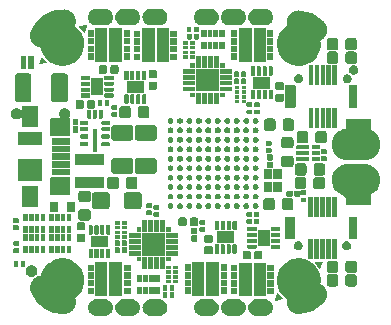
<source format=gbr>
G04 #@! TF.GenerationSoftware,KiCad,Pcbnew,(5.1.4)-1*
G04 #@! TF.CreationDate,2021-04-25T17:32:38+02:00*
G04 #@! TF.ProjectId,ultimateFC,756c7469-6d61-4746-9546-432e6b696361,rev?*
G04 #@! TF.SameCoordinates,Original*
G04 #@! TF.FileFunction,Soldermask,Bot*
G04 #@! TF.FilePolarity,Negative*
%FSLAX46Y46*%
G04 Gerber Fmt 4.6, Leading zero omitted, Abs format (unit mm)*
G04 Created by KiCad (PCBNEW (5.1.4)-1) date 2021-04-25 17:32:38*
%MOMM*%
%LPD*%
G04 APERTURE LIST*
%ADD10C,2.000000*%
%ADD11C,0.250000*%
G04 APERTURE END LIST*
D10*
X170750000Y-61300000D02*
G75*
G02X172631284Y-60076404I1739395J-616288D01*
G01*
X170760137Y-82614882D02*
G75*
G03X172641421Y-83838478I1739395J616288D01*
G01*
X192500000Y-83850000D02*
G75*
G03X193901008Y-83205317I-317J1845346D01*
G01*
X192498992Y-60155317D02*
G75*
G02X193900000Y-60800000I-317J-1845346D01*
G01*
D11*
G36*
X189767224Y-83610128D02*
G01*
X189899175Y-83650155D01*
X190020781Y-83715155D01*
X190127370Y-83802630D01*
X190214845Y-83909219D01*
X190279845Y-84030825D01*
X190319872Y-84162776D01*
X190333387Y-84300000D01*
X190319872Y-84437224D01*
X190279845Y-84569175D01*
X190214845Y-84690781D01*
X190127370Y-84797370D01*
X190020781Y-84884845D01*
X189899175Y-84949845D01*
X189767224Y-84989872D01*
X189664390Y-85000000D01*
X188895610Y-85000000D01*
X188792776Y-84989872D01*
X188660825Y-84949845D01*
X188539219Y-84884845D01*
X188432630Y-84797370D01*
X188345155Y-84690781D01*
X188280155Y-84569175D01*
X188240128Y-84437224D01*
X188226613Y-84300000D01*
X188240128Y-84162776D01*
X188280155Y-84030825D01*
X188345155Y-83909219D01*
X188432630Y-83802630D01*
X188539219Y-83715155D01*
X188660825Y-83650155D01*
X188792776Y-83610128D01*
X188895610Y-83600000D01*
X189664390Y-83600000D01*
X189767224Y-83610128D01*
X189767224Y-83610128D01*
G37*
G36*
X187467224Y-83610128D02*
G01*
X187599175Y-83650155D01*
X187720781Y-83715155D01*
X187827370Y-83802630D01*
X187914845Y-83909219D01*
X187979845Y-84030825D01*
X188019872Y-84162776D01*
X188033387Y-84300000D01*
X188019872Y-84437224D01*
X187979845Y-84569175D01*
X187914845Y-84690781D01*
X187827370Y-84797370D01*
X187720781Y-84884845D01*
X187599175Y-84949845D01*
X187467224Y-84989872D01*
X187364390Y-85000000D01*
X186595610Y-85000000D01*
X186492776Y-84989872D01*
X186360825Y-84949845D01*
X186239219Y-84884845D01*
X186132630Y-84797370D01*
X186045155Y-84690781D01*
X185980155Y-84569175D01*
X185940128Y-84437224D01*
X185926613Y-84300000D01*
X185940128Y-84162776D01*
X185980155Y-84030825D01*
X186045155Y-83909219D01*
X186132630Y-83802630D01*
X186239219Y-83715155D01*
X186360825Y-83650155D01*
X186492776Y-83610128D01*
X186595610Y-83600000D01*
X187364390Y-83600000D01*
X187467224Y-83610128D01*
X187467224Y-83610128D01*
G37*
G36*
X185167224Y-83610128D02*
G01*
X185299175Y-83650155D01*
X185420781Y-83715155D01*
X185527370Y-83802630D01*
X185614845Y-83909219D01*
X185679845Y-84030825D01*
X185719872Y-84162776D01*
X185733387Y-84300000D01*
X185719872Y-84437224D01*
X185679845Y-84569175D01*
X185614845Y-84690781D01*
X185527370Y-84797370D01*
X185420781Y-84884845D01*
X185299175Y-84949845D01*
X185167224Y-84989872D01*
X185064390Y-85000000D01*
X184295610Y-85000000D01*
X184192776Y-84989872D01*
X184060825Y-84949845D01*
X183939219Y-84884845D01*
X183832630Y-84797370D01*
X183745155Y-84690781D01*
X183680155Y-84569175D01*
X183640128Y-84437224D01*
X183626613Y-84300000D01*
X183640128Y-84162776D01*
X183680155Y-84030825D01*
X183745155Y-83909219D01*
X183832630Y-83802630D01*
X183939219Y-83715155D01*
X184060825Y-83650155D01*
X184192776Y-83610128D01*
X184295610Y-83600000D01*
X185064390Y-83600000D01*
X185167224Y-83610128D01*
X185167224Y-83610128D01*
G37*
G36*
X180807224Y-83610128D02*
G01*
X180939175Y-83650155D01*
X181060781Y-83715155D01*
X181167370Y-83802630D01*
X181254845Y-83909219D01*
X181319845Y-84030825D01*
X181359872Y-84162776D01*
X181373387Y-84300000D01*
X181359872Y-84437224D01*
X181319845Y-84569175D01*
X181254845Y-84690781D01*
X181167370Y-84797370D01*
X181060781Y-84884845D01*
X180939175Y-84949845D01*
X180807224Y-84989872D01*
X180704390Y-85000000D01*
X179935610Y-85000000D01*
X179832776Y-84989872D01*
X179700825Y-84949845D01*
X179579219Y-84884845D01*
X179472630Y-84797370D01*
X179385155Y-84690781D01*
X179320155Y-84569175D01*
X179280128Y-84437224D01*
X179266613Y-84300000D01*
X179280128Y-84162776D01*
X179320155Y-84030825D01*
X179385155Y-83909219D01*
X179472630Y-83802630D01*
X179579219Y-83715155D01*
X179700825Y-83650155D01*
X179832776Y-83610128D01*
X179935610Y-83600000D01*
X180704390Y-83600000D01*
X180807224Y-83610128D01*
X180807224Y-83610128D01*
G37*
G36*
X176207224Y-83610128D02*
G01*
X176339175Y-83650155D01*
X176460781Y-83715155D01*
X176567370Y-83802630D01*
X176654845Y-83909219D01*
X176719845Y-84030825D01*
X176759872Y-84162776D01*
X176773387Y-84300000D01*
X176759872Y-84437224D01*
X176719845Y-84569175D01*
X176654845Y-84690781D01*
X176567370Y-84797370D01*
X176460781Y-84884845D01*
X176339175Y-84949845D01*
X176207224Y-84989872D01*
X176104390Y-85000000D01*
X175335610Y-85000000D01*
X175232776Y-84989872D01*
X175100825Y-84949845D01*
X174979219Y-84884845D01*
X174872630Y-84797370D01*
X174785155Y-84690781D01*
X174720155Y-84569175D01*
X174680128Y-84437224D01*
X174666613Y-84300000D01*
X174680128Y-84162776D01*
X174720155Y-84030825D01*
X174785155Y-83909219D01*
X174872630Y-83802630D01*
X174979219Y-83715155D01*
X175100825Y-83650155D01*
X175232776Y-83610128D01*
X175335610Y-83600000D01*
X176104390Y-83600000D01*
X176207224Y-83610128D01*
X176207224Y-83610128D01*
G37*
G36*
X178507224Y-83610128D02*
G01*
X178639175Y-83650155D01*
X178760781Y-83715155D01*
X178867370Y-83802630D01*
X178954845Y-83909219D01*
X179019845Y-84030825D01*
X179059872Y-84162776D01*
X179073387Y-84300000D01*
X179059872Y-84437224D01*
X179019845Y-84569175D01*
X178954845Y-84690781D01*
X178867370Y-84797370D01*
X178760781Y-84884845D01*
X178639175Y-84949845D01*
X178507224Y-84989872D01*
X178404390Y-85000000D01*
X177635610Y-85000000D01*
X177532776Y-84989872D01*
X177400825Y-84949845D01*
X177279219Y-84884845D01*
X177172630Y-84797370D01*
X177085155Y-84690781D01*
X177020155Y-84569175D01*
X176980128Y-84437224D01*
X176966613Y-84300000D01*
X176980128Y-84162776D01*
X177020155Y-84030825D01*
X177085155Y-83909219D01*
X177172630Y-83802630D01*
X177279219Y-83715155D01*
X177400825Y-83650155D01*
X177532776Y-83610128D01*
X177635610Y-83600000D01*
X178404390Y-83600000D01*
X178507224Y-83610128D01*
X178507224Y-83610128D01*
G37*
G36*
X172848371Y-80183052D02*
G01*
X173039626Y-80221095D01*
X173376303Y-80360551D01*
X173588185Y-80502126D01*
X173679306Y-80563011D01*
X173936989Y-80820694D01*
X173975332Y-80878079D01*
X174139449Y-81123697D01*
X174278905Y-81460374D01*
X174289985Y-81516079D01*
X174350000Y-81817791D01*
X174350000Y-82182209D01*
X174336871Y-82248213D01*
X174278905Y-82539626D01*
X174139449Y-82876303D01*
X173936988Y-83179307D01*
X173679307Y-83436988D01*
X173376303Y-83639449D01*
X173039626Y-83778905D01*
X172928587Y-83800992D01*
X172682209Y-83850000D01*
X172317791Y-83850000D01*
X172071413Y-83800992D01*
X171960374Y-83778905D01*
X171623697Y-83639449D01*
X171320693Y-83436988D01*
X171063012Y-83179307D01*
X170860551Y-82876303D01*
X170721095Y-82539626D01*
X170663129Y-82248213D01*
X170650000Y-82182209D01*
X170650000Y-81817791D01*
X170710015Y-81516079D01*
X170721095Y-81460374D01*
X170860551Y-81123697D01*
X171024668Y-80878079D01*
X171063011Y-80820694D01*
X171320694Y-80563011D01*
X171411815Y-80502126D01*
X171623697Y-80360551D01*
X171960374Y-80221095D01*
X172151629Y-80183052D01*
X172317791Y-80150000D01*
X172682209Y-80150000D01*
X172848371Y-80183052D01*
X172848371Y-80183052D01*
G37*
G36*
X192848371Y-80183052D02*
G01*
X193039626Y-80221095D01*
X193376303Y-80360551D01*
X193588185Y-80502126D01*
X193679306Y-80563011D01*
X193936989Y-80820694D01*
X193975332Y-80878079D01*
X194139449Y-81123697D01*
X194278905Y-81460374D01*
X194289985Y-81516079D01*
X194350000Y-81817791D01*
X194350000Y-82182209D01*
X194336871Y-82248213D01*
X194278905Y-82539626D01*
X194139449Y-82876303D01*
X193936988Y-83179307D01*
X193679307Y-83436988D01*
X193376303Y-83639449D01*
X193039626Y-83778905D01*
X192928587Y-83800992D01*
X192682209Y-83850000D01*
X192317791Y-83850000D01*
X192071413Y-83800992D01*
X191960374Y-83778905D01*
X191623697Y-83639449D01*
X191320693Y-83436988D01*
X191063012Y-83179307D01*
X190860551Y-82876303D01*
X190721095Y-82539626D01*
X190663129Y-82248213D01*
X190650000Y-82182209D01*
X190650000Y-81817791D01*
X190710015Y-81516079D01*
X190721095Y-81460374D01*
X190860551Y-81123697D01*
X191024668Y-80878079D01*
X191063011Y-80820694D01*
X191320694Y-80563011D01*
X191411815Y-80502126D01*
X191623697Y-80360551D01*
X191960374Y-80221095D01*
X192151629Y-80183052D01*
X192317791Y-80150000D01*
X192682209Y-80150000D01*
X192848371Y-80183052D01*
X192848371Y-80183052D01*
G37*
G36*
X190730150Y-83046150D02*
G01*
X190735671Y-83048256D01*
X190735674Y-83048258D01*
X190741044Y-83051630D01*
X190744183Y-83054396D01*
X191195299Y-83505512D01*
X191196078Y-83506461D01*
X191196083Y-83506466D01*
X191199832Y-83511034D01*
X191199833Y-83511036D01*
X191202618Y-83516246D01*
X191204332Y-83521897D01*
X191204333Y-83521901D01*
X191204912Y-83527782D01*
X191204333Y-83533663D01*
X191204332Y-83533666D01*
X191204332Y-83533667D01*
X191202618Y-83539318D01*
X191200012Y-83544193D01*
X191199832Y-83544530D01*
X191196083Y-83549098D01*
X191191515Y-83552847D01*
X191191513Y-83552848D01*
X191185917Y-83555839D01*
X191181963Y-83557191D01*
X190561663Y-83726363D01*
X190560449Y-83726569D01*
X190560445Y-83726570D01*
X190554618Y-83727558D01*
X190548711Y-83727392D01*
X190542952Y-83726076D01*
X190541932Y-83725619D01*
X190537557Y-83723660D01*
X190532738Y-83720239D01*
X190532735Y-83720237D01*
X190528680Y-83715945D01*
X190528184Y-83715155D01*
X190525536Y-83710940D01*
X190523430Y-83705419D01*
X190522442Y-83699592D01*
X190522618Y-83693331D01*
X190523544Y-83688675D01*
X190692693Y-83068460D01*
X190693135Y-83067301D01*
X190695241Y-83061780D01*
X190698384Y-83056776D01*
X190700633Y-83054396D01*
X190702440Y-83052483D01*
X190703967Y-83051399D01*
X190707262Y-83049060D01*
X190712655Y-83046645D01*
X190712657Y-83046644D01*
X190718416Y-83045328D01*
X190724323Y-83045162D01*
X190730150Y-83046150D01*
X190730150Y-83046150D01*
G37*
G36*
X181299548Y-82991801D02*
G01*
X181315937Y-82996771D01*
X181331046Y-83004849D01*
X181344286Y-83015714D01*
X181355151Y-83028954D01*
X181363229Y-83044063D01*
X181368199Y-83060452D01*
X181370000Y-83078733D01*
X181370000Y-83401267D01*
X181368199Y-83419548D01*
X181363229Y-83435937D01*
X181355151Y-83451046D01*
X181344286Y-83464286D01*
X181331046Y-83475151D01*
X181315937Y-83483229D01*
X181299548Y-83488199D01*
X181281267Y-83490000D01*
X181058733Y-83490000D01*
X181040452Y-83488199D01*
X181024063Y-83483229D01*
X181008954Y-83475151D01*
X180995714Y-83464286D01*
X180984849Y-83451046D01*
X180976771Y-83435937D01*
X180971801Y-83419548D01*
X180970000Y-83401267D01*
X180970000Y-83078733D01*
X180971801Y-83060452D01*
X180976771Y-83044063D01*
X180984849Y-83028954D01*
X180995714Y-83015714D01*
X181008954Y-83004849D01*
X181024063Y-82996771D01*
X181040452Y-82991801D01*
X181058733Y-82990000D01*
X181281267Y-82990000D01*
X181299548Y-82991801D01*
X181299548Y-82991801D01*
G37*
G36*
X181899548Y-82991801D02*
G01*
X181915937Y-82996771D01*
X181931046Y-83004849D01*
X181944286Y-83015714D01*
X181955151Y-83028954D01*
X181963229Y-83044063D01*
X181968199Y-83060452D01*
X181970000Y-83078733D01*
X181970000Y-83401267D01*
X181968199Y-83419548D01*
X181963229Y-83435937D01*
X181955151Y-83451046D01*
X181944286Y-83464286D01*
X181931046Y-83475151D01*
X181915937Y-83483229D01*
X181899548Y-83488199D01*
X181881267Y-83490000D01*
X181658733Y-83490000D01*
X181640452Y-83488199D01*
X181624063Y-83483229D01*
X181608954Y-83475151D01*
X181595714Y-83464286D01*
X181584849Y-83451046D01*
X181576771Y-83435937D01*
X181571801Y-83419548D01*
X181570000Y-83401267D01*
X181570000Y-83078733D01*
X181571801Y-83060452D01*
X181576771Y-83044063D01*
X181584849Y-83028954D01*
X181595714Y-83015714D01*
X181608954Y-83004849D01*
X181624063Y-82996771D01*
X181640452Y-82991801D01*
X181658733Y-82990000D01*
X181881267Y-82990000D01*
X181899548Y-82991801D01*
X181899548Y-82991801D01*
G37*
G36*
X189724000Y-83355000D02*
G01*
X188724000Y-83355000D01*
X188724000Y-80495000D01*
X189724000Y-80495000D01*
X189724000Y-83355000D01*
X189724000Y-83355000D01*
G37*
G36*
X188544000Y-83355000D02*
G01*
X187474000Y-83355000D01*
X187474000Y-80495000D01*
X188544000Y-80495000D01*
X188544000Y-83355000D01*
X188544000Y-83355000D01*
G37*
G36*
X176296000Y-83345000D02*
G01*
X175296000Y-83345000D01*
X175296000Y-80485000D01*
X176296000Y-80485000D01*
X176296000Y-83345000D01*
X176296000Y-83345000D01*
G37*
G36*
X177546000Y-83345000D02*
G01*
X176476000Y-83345000D01*
X176476000Y-80485000D01*
X177546000Y-80485000D01*
X177546000Y-83345000D01*
X177546000Y-83345000D01*
G37*
G36*
X185736000Y-83325000D02*
G01*
X184666000Y-83325000D01*
X184666000Y-80465000D01*
X185736000Y-80465000D01*
X185736000Y-83325000D01*
X185736000Y-83325000D01*
G37*
G36*
X184486000Y-83325000D02*
G01*
X183486000Y-83325000D01*
X183486000Y-80465000D01*
X184486000Y-80465000D01*
X184486000Y-83325000D01*
X184486000Y-83325000D01*
G37*
G36*
X187303000Y-83175000D02*
G01*
X186753000Y-83175000D01*
X186753000Y-82625000D01*
X187303000Y-82625000D01*
X187303000Y-83175000D01*
X187303000Y-83175000D01*
G37*
G36*
X190375000Y-83175000D02*
G01*
X189825000Y-83175000D01*
X189825000Y-82625000D01*
X190375000Y-82625000D01*
X190375000Y-83175000D01*
X190375000Y-83175000D01*
G37*
G36*
X180770000Y-83170000D02*
G01*
X180270000Y-83170000D01*
X180270000Y-82570000D01*
X180770000Y-82570000D01*
X180770000Y-83170000D01*
X180770000Y-83170000D01*
G37*
G36*
X179720000Y-83170000D02*
G01*
X179320000Y-83170000D01*
X179320000Y-82570000D01*
X179720000Y-82570000D01*
X179720000Y-83170000D01*
X179720000Y-83170000D01*
G37*
G36*
X179270000Y-83170000D02*
G01*
X178770000Y-83170000D01*
X178770000Y-82570000D01*
X179270000Y-82570000D01*
X179270000Y-83170000D01*
X179270000Y-83170000D01*
G37*
G36*
X180220000Y-83170000D02*
G01*
X179820000Y-83170000D01*
X179820000Y-82570000D01*
X180220000Y-82570000D01*
X180220000Y-83170000D01*
X180220000Y-83170000D01*
G37*
G36*
X178267000Y-83165000D02*
G01*
X177717000Y-83165000D01*
X177717000Y-82615000D01*
X178267000Y-82615000D01*
X178267000Y-83165000D01*
X178267000Y-83165000D01*
G37*
G36*
X175195000Y-83165000D02*
G01*
X174645000Y-83165000D01*
X174645000Y-82615000D01*
X175195000Y-82615000D01*
X175195000Y-83165000D01*
X175195000Y-83165000D01*
G37*
G36*
X183385000Y-83145000D02*
G01*
X182835000Y-83145000D01*
X182835000Y-82595000D01*
X183385000Y-82595000D01*
X183385000Y-83145000D01*
X183385000Y-83145000D01*
G37*
G36*
X186457000Y-83145000D02*
G01*
X185907000Y-83145000D01*
X185907000Y-82595000D01*
X186457000Y-82595000D01*
X186457000Y-83145000D01*
X186457000Y-83145000D01*
G37*
G36*
X181299548Y-82391801D02*
G01*
X181315937Y-82396771D01*
X181331046Y-82404849D01*
X181344286Y-82415714D01*
X181355151Y-82428954D01*
X181363229Y-82444063D01*
X181368199Y-82460452D01*
X181370000Y-82478733D01*
X181370000Y-82801267D01*
X181368199Y-82819548D01*
X181363229Y-82835937D01*
X181355151Y-82851046D01*
X181344286Y-82864286D01*
X181331046Y-82875151D01*
X181315937Y-82883229D01*
X181299548Y-82888199D01*
X181281267Y-82890000D01*
X181058733Y-82890000D01*
X181040452Y-82888199D01*
X181024063Y-82883229D01*
X181008954Y-82875151D01*
X180995714Y-82864286D01*
X180984849Y-82851046D01*
X180976771Y-82835937D01*
X180971801Y-82819548D01*
X180970000Y-82801267D01*
X180970000Y-82478733D01*
X180971801Y-82460452D01*
X180976771Y-82444063D01*
X180984849Y-82428954D01*
X180995714Y-82415714D01*
X181008954Y-82404849D01*
X181024063Y-82396771D01*
X181040452Y-82391801D01*
X181058733Y-82390000D01*
X181281267Y-82390000D01*
X181299548Y-82391801D01*
X181299548Y-82391801D01*
G37*
G36*
X181899548Y-82391801D02*
G01*
X181915937Y-82396771D01*
X181931046Y-82404849D01*
X181944286Y-82415714D01*
X181955151Y-82428954D01*
X181963229Y-82444063D01*
X181968199Y-82460452D01*
X181970000Y-82478733D01*
X181970000Y-82801267D01*
X181968199Y-82819548D01*
X181963229Y-82835937D01*
X181955151Y-82851046D01*
X181944286Y-82864286D01*
X181931046Y-82875151D01*
X181915937Y-82883229D01*
X181899548Y-82888199D01*
X181881267Y-82890000D01*
X181658733Y-82890000D01*
X181640452Y-82888199D01*
X181624063Y-82883229D01*
X181608954Y-82875151D01*
X181595714Y-82864286D01*
X181584849Y-82851046D01*
X181576771Y-82835937D01*
X181571801Y-82819548D01*
X181570000Y-82801267D01*
X181570000Y-82478733D01*
X181571801Y-82460452D01*
X181576771Y-82444063D01*
X181584849Y-82428954D01*
X181595714Y-82415714D01*
X181608954Y-82404849D01*
X181624063Y-82396771D01*
X181640452Y-82391801D01*
X181658733Y-82390000D01*
X181881267Y-82390000D01*
X181899548Y-82391801D01*
X181899548Y-82391801D01*
G37*
G36*
X187303000Y-82525000D02*
G01*
X186753000Y-82525000D01*
X186753000Y-81975000D01*
X187303000Y-81975000D01*
X187303000Y-82525000D01*
X187303000Y-82525000D01*
G37*
G36*
X190375000Y-82525000D02*
G01*
X189825000Y-82525000D01*
X189825000Y-81975000D01*
X190375000Y-81975000D01*
X190375000Y-82525000D01*
X190375000Y-82525000D01*
G37*
G36*
X195663840Y-81479563D02*
G01*
X195707203Y-81492716D01*
X195747159Y-81514074D01*
X195782183Y-81542817D01*
X195810926Y-81577841D01*
X195832284Y-81617797D01*
X195845437Y-81661160D01*
X195850000Y-81707482D01*
X195850000Y-82292518D01*
X195845437Y-82338840D01*
X195832284Y-82382203D01*
X195810926Y-82422159D01*
X195782183Y-82457183D01*
X195747159Y-82485926D01*
X195707203Y-82507284D01*
X195663840Y-82520437D01*
X195617518Y-82525000D01*
X195107482Y-82525000D01*
X195061160Y-82520437D01*
X195017797Y-82507284D01*
X194977841Y-82485926D01*
X194942817Y-82457183D01*
X194914074Y-82422159D01*
X194892716Y-82382203D01*
X194879563Y-82338840D01*
X194875000Y-82292518D01*
X194875000Y-81707482D01*
X194879563Y-81661160D01*
X194892716Y-81617797D01*
X194914074Y-81577841D01*
X194942817Y-81542817D01*
X194977841Y-81514074D01*
X195017797Y-81492716D01*
X195061160Y-81479563D01*
X195107482Y-81475000D01*
X195617518Y-81475000D01*
X195663840Y-81479563D01*
X195663840Y-81479563D01*
G37*
G36*
X197238840Y-81479563D02*
G01*
X197282203Y-81492716D01*
X197322159Y-81514074D01*
X197357183Y-81542817D01*
X197385926Y-81577841D01*
X197407284Y-81617797D01*
X197420437Y-81661160D01*
X197425000Y-81707482D01*
X197425000Y-82292518D01*
X197420437Y-82338840D01*
X197407284Y-82382203D01*
X197385926Y-82422159D01*
X197357183Y-82457183D01*
X197322159Y-82485926D01*
X197282203Y-82507284D01*
X197238840Y-82520437D01*
X197192518Y-82525000D01*
X196682482Y-82525000D01*
X196636160Y-82520437D01*
X196592797Y-82507284D01*
X196552841Y-82485926D01*
X196517817Y-82457183D01*
X196489074Y-82422159D01*
X196467716Y-82382203D01*
X196454563Y-82338840D01*
X196450000Y-82292518D01*
X196450000Y-81707482D01*
X196454563Y-81661160D01*
X196467716Y-81617797D01*
X196489074Y-81577841D01*
X196517817Y-81542817D01*
X196552841Y-81514074D01*
X196592797Y-81492716D01*
X196636160Y-81479563D01*
X196682482Y-81475000D01*
X197192518Y-81475000D01*
X197238840Y-81479563D01*
X197238840Y-81479563D01*
G37*
G36*
X178267000Y-82515000D02*
G01*
X177717000Y-82515000D01*
X177717000Y-81965000D01*
X178267000Y-81965000D01*
X178267000Y-82515000D01*
X178267000Y-82515000D01*
G37*
G36*
X175195000Y-82515000D02*
G01*
X174645000Y-82515000D01*
X174645000Y-81965000D01*
X175195000Y-81965000D01*
X175195000Y-82515000D01*
X175195000Y-82515000D01*
G37*
G36*
X183385000Y-82495000D02*
G01*
X182835000Y-82495000D01*
X182835000Y-81945000D01*
X183385000Y-81945000D01*
X183385000Y-82495000D01*
X183385000Y-82495000D01*
G37*
G36*
X186457000Y-82495000D02*
G01*
X185907000Y-82495000D01*
X185907000Y-81945000D01*
X186457000Y-81945000D01*
X186457000Y-82495000D01*
X186457000Y-82495000D01*
G37*
G36*
X181661930Y-81950311D02*
G01*
X181663779Y-81950872D01*
X181665490Y-81951787D01*
X181666986Y-81953014D01*
X181668213Y-81954510D01*
X181669128Y-81956221D01*
X181669689Y-81958070D01*
X181670000Y-81961230D01*
X181670000Y-82238770D01*
X181669689Y-82241930D01*
X181669128Y-82243779D01*
X181668213Y-82245490D01*
X181666986Y-82246986D01*
X181665490Y-82248213D01*
X181663779Y-82249128D01*
X181661930Y-82249689D01*
X181658770Y-82250000D01*
X181281230Y-82250000D01*
X181278070Y-82249689D01*
X181276221Y-82249128D01*
X181274510Y-82248213D01*
X181273014Y-82246986D01*
X181271787Y-82245490D01*
X181270872Y-82243779D01*
X181270311Y-82241930D01*
X181270000Y-82238770D01*
X181270000Y-81961230D01*
X181270311Y-81958070D01*
X181270872Y-81956221D01*
X181271787Y-81954510D01*
X181273014Y-81953014D01*
X181274510Y-81951787D01*
X181276221Y-81950872D01*
X181278070Y-81950311D01*
X181281230Y-81950000D01*
X181658770Y-81950000D01*
X181661930Y-81950311D01*
X181661930Y-81950311D01*
G37*
G36*
X182261930Y-81950311D02*
G01*
X182263779Y-81950872D01*
X182265490Y-81951787D01*
X182266986Y-81953014D01*
X182268213Y-81954510D01*
X182269128Y-81956221D01*
X182269689Y-81958070D01*
X182270000Y-81961230D01*
X182270000Y-82238770D01*
X182269689Y-82241930D01*
X182269128Y-82243779D01*
X182268213Y-82245490D01*
X182266986Y-82246986D01*
X182265490Y-82248213D01*
X182263779Y-82249128D01*
X182261930Y-82249689D01*
X182258770Y-82250000D01*
X181881230Y-82250000D01*
X181878070Y-82249689D01*
X181876221Y-82249128D01*
X181874510Y-82248213D01*
X181873014Y-82246986D01*
X181871787Y-82245490D01*
X181870872Y-82243779D01*
X181870311Y-82241930D01*
X181870000Y-82238770D01*
X181870000Y-81961230D01*
X181870311Y-81958070D01*
X181870872Y-81956221D01*
X181871787Y-81954510D01*
X181873014Y-81953014D01*
X181874510Y-81951787D01*
X181876221Y-81950872D01*
X181878070Y-81950311D01*
X181881230Y-81950000D01*
X182258770Y-81950000D01*
X182261930Y-81950311D01*
X182261930Y-81950311D01*
G37*
G36*
X180770000Y-82170000D02*
G01*
X180270000Y-82170000D01*
X180270000Y-81570000D01*
X180770000Y-81570000D01*
X180770000Y-82170000D01*
X180770000Y-82170000D01*
G37*
G36*
X180220000Y-82170000D02*
G01*
X179820000Y-82170000D01*
X179820000Y-81570000D01*
X180220000Y-81570000D01*
X180220000Y-82170000D01*
X180220000Y-82170000D01*
G37*
G36*
X179270000Y-82170000D02*
G01*
X178770000Y-82170000D01*
X178770000Y-81570000D01*
X179270000Y-81570000D01*
X179270000Y-82170000D01*
X179270000Y-82170000D01*
G37*
G36*
X179720000Y-82170000D02*
G01*
X179320000Y-82170000D01*
X179320000Y-81570000D01*
X179720000Y-81570000D01*
X179720000Y-82170000D01*
X179720000Y-82170000D01*
G37*
G36*
X190375000Y-81875000D02*
G01*
X189825000Y-81875000D01*
X189825000Y-81325000D01*
X190375000Y-81325000D01*
X190375000Y-81875000D01*
X190375000Y-81875000D01*
G37*
G36*
X187303000Y-81875000D02*
G01*
X186753000Y-81875000D01*
X186753000Y-81325000D01*
X187303000Y-81325000D01*
X187303000Y-81875000D01*
X187303000Y-81875000D01*
G37*
G36*
X178267000Y-81865000D02*
G01*
X177717000Y-81865000D01*
X177717000Y-81315000D01*
X178267000Y-81315000D01*
X178267000Y-81865000D01*
X178267000Y-81865000D01*
G37*
G36*
X175195000Y-81865000D02*
G01*
X174645000Y-81865000D01*
X174645000Y-81315000D01*
X175195000Y-81315000D01*
X175195000Y-81865000D01*
X175195000Y-81865000D01*
G37*
G36*
X181661930Y-81550311D02*
G01*
X181663779Y-81550872D01*
X181665490Y-81551787D01*
X181666986Y-81553014D01*
X181668213Y-81554510D01*
X181669128Y-81556221D01*
X181669689Y-81558070D01*
X181670000Y-81561230D01*
X181670000Y-81838770D01*
X181669689Y-81841930D01*
X181669128Y-81843779D01*
X181668213Y-81845490D01*
X181666986Y-81846986D01*
X181665490Y-81848213D01*
X181663779Y-81849128D01*
X181661930Y-81849689D01*
X181658770Y-81850000D01*
X181281230Y-81850000D01*
X181278070Y-81849689D01*
X181276221Y-81849128D01*
X181274510Y-81848213D01*
X181273014Y-81846986D01*
X181271787Y-81845490D01*
X181270872Y-81843779D01*
X181270311Y-81841930D01*
X181270000Y-81838770D01*
X181270000Y-81561230D01*
X181270311Y-81558070D01*
X181270872Y-81556221D01*
X181271787Y-81554510D01*
X181273014Y-81553014D01*
X181274510Y-81551787D01*
X181276221Y-81550872D01*
X181278070Y-81550311D01*
X181281230Y-81550000D01*
X181658770Y-81550000D01*
X181661930Y-81550311D01*
X181661930Y-81550311D01*
G37*
G36*
X182261930Y-81550311D02*
G01*
X182263779Y-81550872D01*
X182265490Y-81551787D01*
X182266986Y-81553014D01*
X182268213Y-81554510D01*
X182269128Y-81556221D01*
X182269689Y-81558070D01*
X182270000Y-81561230D01*
X182270000Y-81838770D01*
X182269689Y-81841930D01*
X182269128Y-81843779D01*
X182268213Y-81845490D01*
X182266986Y-81846986D01*
X182265490Y-81848213D01*
X182263779Y-81849128D01*
X182261930Y-81849689D01*
X182258770Y-81850000D01*
X181881230Y-81850000D01*
X181878070Y-81849689D01*
X181876221Y-81849128D01*
X181874510Y-81848213D01*
X181873014Y-81846986D01*
X181871787Y-81845490D01*
X181870872Y-81843779D01*
X181870311Y-81841930D01*
X181870000Y-81838770D01*
X181870000Y-81561230D01*
X181870311Y-81558070D01*
X181870872Y-81556221D01*
X181871787Y-81554510D01*
X181873014Y-81553014D01*
X181874510Y-81551787D01*
X181876221Y-81550872D01*
X181878070Y-81550311D01*
X181881230Y-81550000D01*
X182258770Y-81550000D01*
X182261930Y-81550311D01*
X182261930Y-81550311D01*
G37*
G36*
X183385000Y-81845000D02*
G01*
X182835000Y-81845000D01*
X182835000Y-81295000D01*
X183385000Y-81295000D01*
X183385000Y-81845000D01*
X183385000Y-81845000D01*
G37*
G36*
X186457000Y-81845000D02*
G01*
X185907000Y-81845000D01*
X185907000Y-81295000D01*
X186457000Y-81295000D01*
X186457000Y-81845000D01*
X186457000Y-81845000D01*
G37*
G36*
X170020845Y-80719215D02*
G01*
X170111839Y-80756906D01*
X170193731Y-80811625D01*
X170263375Y-80881269D01*
X170318094Y-80963161D01*
X170355785Y-81054155D01*
X170375000Y-81150754D01*
X170375000Y-81249246D01*
X170355785Y-81345845D01*
X170318094Y-81436839D01*
X170263375Y-81518731D01*
X170193731Y-81588375D01*
X170111839Y-81643094D01*
X170020845Y-81680785D01*
X169924246Y-81700000D01*
X169825754Y-81700000D01*
X169729155Y-81680785D01*
X169638161Y-81643094D01*
X169556269Y-81588375D01*
X169486625Y-81518731D01*
X169431906Y-81436839D01*
X169394215Y-81345845D01*
X169375000Y-81249246D01*
X169375000Y-81150754D01*
X169394215Y-81054155D01*
X169431906Y-80963161D01*
X169486625Y-80881269D01*
X169556269Y-80811625D01*
X169638161Y-80756906D01*
X169729155Y-80719215D01*
X169825754Y-80700000D01*
X169924246Y-80700000D01*
X170020845Y-80719215D01*
X170020845Y-80719215D01*
G37*
G36*
X181661930Y-81150311D02*
G01*
X181663779Y-81150872D01*
X181665490Y-81151787D01*
X181666986Y-81153014D01*
X181668213Y-81154510D01*
X181669128Y-81156221D01*
X181669689Y-81158070D01*
X181670000Y-81161230D01*
X181670000Y-81438770D01*
X181669689Y-81441930D01*
X181669128Y-81443779D01*
X181668213Y-81445490D01*
X181666986Y-81446986D01*
X181665490Y-81448213D01*
X181663779Y-81449128D01*
X181661930Y-81449689D01*
X181658770Y-81450000D01*
X181281230Y-81450000D01*
X181278070Y-81449689D01*
X181276221Y-81449128D01*
X181274510Y-81448213D01*
X181273014Y-81446986D01*
X181271787Y-81445490D01*
X181270872Y-81443779D01*
X181270311Y-81441930D01*
X181270000Y-81438770D01*
X181270000Y-81161230D01*
X181270311Y-81158070D01*
X181270872Y-81156221D01*
X181271787Y-81154510D01*
X181273014Y-81153014D01*
X181274510Y-81151787D01*
X181276221Y-81150872D01*
X181278070Y-81150311D01*
X181281230Y-81150000D01*
X181658770Y-81150000D01*
X181661930Y-81150311D01*
X181661930Y-81150311D01*
G37*
G36*
X182261930Y-81150311D02*
G01*
X182263779Y-81150872D01*
X182265490Y-81151787D01*
X182266986Y-81153014D01*
X182268213Y-81154510D01*
X182269128Y-81156221D01*
X182269689Y-81158070D01*
X182270000Y-81161230D01*
X182270000Y-81438770D01*
X182269689Y-81441930D01*
X182269128Y-81443779D01*
X182268213Y-81445490D01*
X182266986Y-81446986D01*
X182265490Y-81448213D01*
X182263779Y-81449128D01*
X182261930Y-81449689D01*
X182258770Y-81450000D01*
X181881230Y-81450000D01*
X181878070Y-81449689D01*
X181876221Y-81449128D01*
X181874510Y-81448213D01*
X181873014Y-81446986D01*
X181871787Y-81445490D01*
X181870872Y-81443779D01*
X181870311Y-81441930D01*
X181870000Y-81438770D01*
X181870000Y-81161230D01*
X181870311Y-81158070D01*
X181870872Y-81156221D01*
X181871787Y-81154510D01*
X181873014Y-81153014D01*
X181874510Y-81151787D01*
X181876221Y-81150872D01*
X181878070Y-81150311D01*
X181881230Y-81150000D01*
X182258770Y-81150000D01*
X182261930Y-81150311D01*
X182261930Y-81150311D01*
G37*
G36*
X197241340Y-80329563D02*
G01*
X197284703Y-80342716D01*
X197324659Y-80364074D01*
X197359683Y-80392817D01*
X197388426Y-80427841D01*
X197409784Y-80467797D01*
X197422937Y-80511160D01*
X197427500Y-80557482D01*
X197427500Y-81142518D01*
X197422937Y-81188840D01*
X197409784Y-81232203D01*
X197388426Y-81272159D01*
X197359683Y-81307183D01*
X197324659Y-81335926D01*
X197284703Y-81357284D01*
X197241340Y-81370437D01*
X197195018Y-81375000D01*
X196684982Y-81375000D01*
X196638660Y-81370437D01*
X196595297Y-81357284D01*
X196555341Y-81335926D01*
X196520317Y-81307183D01*
X196491574Y-81272159D01*
X196470216Y-81232203D01*
X196457063Y-81188840D01*
X196452500Y-81142518D01*
X196452500Y-80557482D01*
X196457063Y-80511160D01*
X196470216Y-80467797D01*
X196491574Y-80427841D01*
X196520317Y-80392817D01*
X196555341Y-80364074D01*
X196595297Y-80342716D01*
X196638660Y-80329563D01*
X196684982Y-80325000D01*
X197195018Y-80325000D01*
X197241340Y-80329563D01*
X197241340Y-80329563D01*
G37*
G36*
X195666340Y-80329563D02*
G01*
X195709703Y-80342716D01*
X195749659Y-80364074D01*
X195784683Y-80392817D01*
X195813426Y-80427841D01*
X195834784Y-80467797D01*
X195847937Y-80511160D01*
X195852500Y-80557482D01*
X195852500Y-81142518D01*
X195847937Y-81188840D01*
X195834784Y-81232203D01*
X195813426Y-81272159D01*
X195784683Y-81307183D01*
X195749659Y-81335926D01*
X195709703Y-81357284D01*
X195666340Y-81370437D01*
X195620018Y-81375000D01*
X195109982Y-81375000D01*
X195063660Y-81370437D01*
X195020297Y-81357284D01*
X194980341Y-81335926D01*
X194945317Y-81307183D01*
X194916574Y-81272159D01*
X194895216Y-81232203D01*
X194882063Y-81188840D01*
X194877500Y-81142518D01*
X194877500Y-80557482D01*
X194882063Y-80511160D01*
X194895216Y-80467797D01*
X194916574Y-80427841D01*
X194945317Y-80392817D01*
X194980341Y-80364074D01*
X195020297Y-80342716D01*
X195063660Y-80329563D01*
X195109982Y-80325000D01*
X195620018Y-80325000D01*
X195666340Y-80329563D01*
X195666340Y-80329563D01*
G37*
G36*
X190375000Y-81225000D02*
G01*
X189825000Y-81225000D01*
X189825000Y-80675000D01*
X190375000Y-80675000D01*
X190375000Y-81225000D01*
X190375000Y-81225000D01*
G37*
G36*
X187303000Y-81225000D02*
G01*
X186753000Y-81225000D01*
X186753000Y-80675000D01*
X187303000Y-80675000D01*
X187303000Y-81225000D01*
X187303000Y-81225000D01*
G37*
G36*
X178267000Y-81215000D02*
G01*
X177717000Y-81215000D01*
X177717000Y-80665000D01*
X178267000Y-80665000D01*
X178267000Y-81215000D01*
X178267000Y-81215000D01*
G37*
G36*
X175195000Y-81215000D02*
G01*
X174645000Y-81215000D01*
X174645000Y-80665000D01*
X175195000Y-80665000D01*
X175195000Y-81215000D01*
X175195000Y-81215000D01*
G37*
G36*
X183385000Y-81195000D02*
G01*
X182835000Y-81195000D01*
X182835000Y-80645000D01*
X183385000Y-80645000D01*
X183385000Y-81195000D01*
X183385000Y-81195000D01*
G37*
G36*
X186457000Y-81195000D02*
G01*
X185907000Y-81195000D01*
X185907000Y-80645000D01*
X186457000Y-80645000D01*
X186457000Y-81195000D01*
X186457000Y-81195000D01*
G37*
G36*
X194539848Y-80429267D02*
G01*
X194545642Y-80430458D01*
X194551082Y-80432753D01*
X194555979Y-80436071D01*
X194560131Y-80440277D01*
X194563378Y-80445205D01*
X194565606Y-80450684D01*
X194566722Y-80456491D01*
X194566684Y-80462393D01*
X194565421Y-80468536D01*
X194563707Y-80472944D01*
X194289419Y-81054381D01*
X194288789Y-81055435D01*
X194288786Y-81055441D01*
X194285753Y-81060513D01*
X194281789Y-81064896D01*
X194277046Y-81068421D01*
X194271706Y-81070953D01*
X194265975Y-81072394D01*
X194260073Y-81072690D01*
X194260072Y-81072690D01*
X194258851Y-81072510D01*
X194254227Y-81071829D01*
X194254224Y-81071828D01*
X194248665Y-81069846D01*
X194248661Y-81069844D01*
X194243589Y-81066811D01*
X194239206Y-81062847D01*
X194239203Y-81062843D01*
X194238879Y-81062550D01*
X194236279Y-81059295D01*
X193870344Y-80536687D01*
X193866841Y-80530464D01*
X193865002Y-80524847D01*
X193864295Y-80518982D01*
X193864746Y-80513089D01*
X193864746Y-80513088D01*
X193866338Y-80507397D01*
X193869009Y-80502126D01*
X193872657Y-80497477D01*
X193875573Y-80494976D01*
X193877143Y-80493629D01*
X193882292Y-80490731D01*
X193888330Y-80488755D01*
X193892441Y-80488112D01*
X194532714Y-80429221D01*
X194539848Y-80429267D01*
X194539848Y-80429267D01*
G37*
G36*
X181661930Y-80750311D02*
G01*
X181663779Y-80750872D01*
X181665490Y-80751787D01*
X181666986Y-80753014D01*
X181668213Y-80754510D01*
X181669128Y-80756221D01*
X181669689Y-80758070D01*
X181670000Y-80761230D01*
X181670000Y-81038770D01*
X181669689Y-81041930D01*
X181669128Y-81043779D01*
X181668213Y-81045490D01*
X181666986Y-81046986D01*
X181665490Y-81048213D01*
X181663779Y-81049128D01*
X181661930Y-81049689D01*
X181658770Y-81050000D01*
X181281230Y-81050000D01*
X181278070Y-81049689D01*
X181276221Y-81049128D01*
X181274510Y-81048213D01*
X181273014Y-81046986D01*
X181271787Y-81045490D01*
X181270872Y-81043779D01*
X181270311Y-81041930D01*
X181270000Y-81038770D01*
X181270000Y-80761230D01*
X181270311Y-80758070D01*
X181270872Y-80756221D01*
X181271787Y-80754510D01*
X181273014Y-80753014D01*
X181274510Y-80751787D01*
X181276221Y-80750872D01*
X181278070Y-80750311D01*
X181281230Y-80750000D01*
X181658770Y-80750000D01*
X181661930Y-80750311D01*
X181661930Y-80750311D01*
G37*
G36*
X182261930Y-80750311D02*
G01*
X182263779Y-80750872D01*
X182265490Y-80751787D01*
X182266986Y-80753014D01*
X182268213Y-80754510D01*
X182269128Y-80756221D01*
X182269689Y-80758070D01*
X182270000Y-80761230D01*
X182270000Y-81038770D01*
X182269689Y-81041930D01*
X182269128Y-81043779D01*
X182268213Y-81045490D01*
X182266986Y-81046986D01*
X182265490Y-81048213D01*
X182263779Y-81049128D01*
X182261930Y-81049689D01*
X182258770Y-81050000D01*
X181881230Y-81050000D01*
X181878070Y-81049689D01*
X181876221Y-81049128D01*
X181874510Y-81048213D01*
X181873014Y-81046986D01*
X181871787Y-81045490D01*
X181870872Y-81043779D01*
X181870311Y-81041930D01*
X181870000Y-81038770D01*
X181870000Y-80761230D01*
X181870311Y-80758070D01*
X181870872Y-80756221D01*
X181871787Y-80754510D01*
X181873014Y-80753014D01*
X181874510Y-80751787D01*
X181876221Y-80750872D01*
X181878070Y-80750311D01*
X181881230Y-80750000D01*
X182258770Y-80750000D01*
X182261930Y-80750311D01*
X182261930Y-80750311D01*
G37*
G36*
X180170000Y-81000000D02*
G01*
X179770000Y-81000000D01*
X179770000Y-80000000D01*
X180170000Y-80000000D01*
X180170000Y-81000000D01*
X180170000Y-81000000D01*
G37*
G36*
X179670000Y-81000000D02*
G01*
X179270000Y-81000000D01*
X179270000Y-80000000D01*
X179670000Y-80000000D01*
X179670000Y-81000000D01*
X179670000Y-81000000D01*
G37*
G36*
X180670000Y-81000000D02*
G01*
X180270000Y-81000000D01*
X180270000Y-80000000D01*
X180670000Y-80000000D01*
X180670000Y-81000000D01*
X180670000Y-81000000D01*
G37*
G36*
X181170000Y-81000000D02*
G01*
X180770000Y-81000000D01*
X180770000Y-80000000D01*
X181170000Y-80000000D01*
X181170000Y-81000000D01*
X181170000Y-81000000D01*
G37*
G36*
X169289548Y-80381801D02*
G01*
X169305937Y-80386771D01*
X169321046Y-80394849D01*
X169334286Y-80405714D01*
X169345151Y-80418954D01*
X169353229Y-80434063D01*
X169358199Y-80450452D01*
X169360000Y-80468733D01*
X169360000Y-80791267D01*
X169358199Y-80809548D01*
X169353229Y-80825937D01*
X169345151Y-80841046D01*
X169334286Y-80854286D01*
X169321046Y-80865151D01*
X169305937Y-80873229D01*
X169289548Y-80878199D01*
X169271267Y-80880000D01*
X169048733Y-80880000D01*
X169030452Y-80878199D01*
X169014063Y-80873229D01*
X168998954Y-80865151D01*
X168985714Y-80854286D01*
X168974849Y-80841046D01*
X168966771Y-80825937D01*
X168961801Y-80809548D01*
X168960000Y-80791267D01*
X168960000Y-80468733D01*
X168961801Y-80450452D01*
X168966771Y-80434063D01*
X168974849Y-80418954D01*
X168985714Y-80405714D01*
X168998954Y-80394849D01*
X169014063Y-80386771D01*
X169030452Y-80381801D01*
X169048733Y-80380000D01*
X169271267Y-80380000D01*
X169289548Y-80381801D01*
X169289548Y-80381801D01*
G37*
G36*
X168689548Y-80381801D02*
G01*
X168705937Y-80386771D01*
X168721046Y-80394849D01*
X168734286Y-80405714D01*
X168745151Y-80418954D01*
X168753229Y-80434063D01*
X168758199Y-80450452D01*
X168760000Y-80468733D01*
X168760000Y-80791267D01*
X168758199Y-80809548D01*
X168753229Y-80825937D01*
X168745151Y-80841046D01*
X168734286Y-80854286D01*
X168721046Y-80865151D01*
X168705937Y-80873229D01*
X168689548Y-80878199D01*
X168671267Y-80880000D01*
X168448733Y-80880000D01*
X168430452Y-80878199D01*
X168414063Y-80873229D01*
X168398954Y-80865151D01*
X168385714Y-80854286D01*
X168374849Y-80841046D01*
X168366771Y-80825937D01*
X168361801Y-80809548D01*
X168360000Y-80791267D01*
X168360000Y-80468733D01*
X168361801Y-80450452D01*
X168366771Y-80434063D01*
X168374849Y-80418954D01*
X168385714Y-80405714D01*
X168398954Y-80394849D01*
X168414063Y-80386771D01*
X168430452Y-80381801D01*
X168448733Y-80380000D01*
X168671267Y-80380000D01*
X168689548Y-80381801D01*
X168689548Y-80381801D01*
G37*
G36*
X181670000Y-80400000D02*
G01*
X181270000Y-80400000D01*
X181270000Y-80000000D01*
X181670000Y-80000000D01*
X181670000Y-80400000D01*
X181670000Y-80400000D01*
G37*
G36*
X179170000Y-80400000D02*
G01*
X178770000Y-80400000D01*
X178770000Y-80000000D01*
X179170000Y-80000000D01*
X179170000Y-80400000D01*
X179170000Y-80400000D01*
G37*
G36*
X189286191Y-79493194D02*
G01*
X189316185Y-79502292D01*
X189343827Y-79517067D01*
X189368052Y-79536948D01*
X189387933Y-79561173D01*
X189402708Y-79588815D01*
X189411806Y-79618809D01*
X189415000Y-79651232D01*
X189415000Y-80068768D01*
X189411806Y-80101191D01*
X189402708Y-80131185D01*
X189387933Y-80158827D01*
X189368052Y-80183052D01*
X189343827Y-80202933D01*
X189316185Y-80217708D01*
X189286191Y-80226806D01*
X189253768Y-80230000D01*
X188886232Y-80230000D01*
X188853809Y-80226806D01*
X188823815Y-80217708D01*
X188796173Y-80202933D01*
X188771948Y-80183052D01*
X188752067Y-80158827D01*
X188737292Y-80131185D01*
X188728194Y-80101191D01*
X188725000Y-80068768D01*
X188725000Y-79651232D01*
X188728194Y-79618809D01*
X188737292Y-79588815D01*
X188752067Y-79561173D01*
X188771948Y-79536948D01*
X188796173Y-79517067D01*
X188823815Y-79502292D01*
X188853809Y-79493194D01*
X188886232Y-79490000D01*
X189253768Y-79490000D01*
X189286191Y-79493194D01*
X189286191Y-79493194D01*
G37*
G36*
X188316191Y-79493194D02*
G01*
X188346185Y-79502292D01*
X188373827Y-79517067D01*
X188398052Y-79536948D01*
X188417933Y-79561173D01*
X188432708Y-79588815D01*
X188441806Y-79618809D01*
X188445000Y-79651232D01*
X188445000Y-80068768D01*
X188441806Y-80101191D01*
X188432708Y-80131185D01*
X188417933Y-80158827D01*
X188398052Y-80183052D01*
X188373827Y-80202933D01*
X188346185Y-80217708D01*
X188316191Y-80226806D01*
X188283768Y-80230000D01*
X187916232Y-80230000D01*
X187883809Y-80226806D01*
X187853815Y-80217708D01*
X187826173Y-80202933D01*
X187801948Y-80183052D01*
X187782067Y-80158827D01*
X187767292Y-80131185D01*
X187758194Y-80101191D01*
X187755000Y-80068768D01*
X187755000Y-79651232D01*
X187758194Y-79618809D01*
X187767292Y-79588815D01*
X187782067Y-79561173D01*
X187801948Y-79536948D01*
X187826173Y-79517067D01*
X187853815Y-79502292D01*
X187883809Y-79493194D01*
X187916232Y-79490000D01*
X188283768Y-79490000D01*
X188316191Y-79493194D01*
X188316191Y-79493194D01*
G37*
G36*
X193693881Y-78520504D02*
G01*
X193697604Y-78521633D01*
X193701045Y-78523472D01*
X193704056Y-78525944D01*
X193706528Y-78528955D01*
X193708367Y-78532396D01*
X193709496Y-78536119D01*
X193710000Y-78541233D01*
X193710000Y-80198767D01*
X193709496Y-80203881D01*
X193708367Y-80207604D01*
X193706528Y-80211045D01*
X193704056Y-80214056D01*
X193701045Y-80216528D01*
X193697604Y-80218367D01*
X193693881Y-80219496D01*
X193688767Y-80220000D01*
X193331233Y-80220000D01*
X193326119Y-80219496D01*
X193322396Y-80218367D01*
X193318955Y-80216528D01*
X193315944Y-80214056D01*
X193313472Y-80211045D01*
X193311633Y-80207604D01*
X193310504Y-80203881D01*
X193310000Y-80198767D01*
X193310000Y-78541233D01*
X193310504Y-78536119D01*
X193311633Y-78532396D01*
X193313472Y-78528955D01*
X193315944Y-78525944D01*
X193318955Y-78523472D01*
X193322396Y-78521633D01*
X193326119Y-78520504D01*
X193331233Y-78520000D01*
X193688767Y-78520000D01*
X193693881Y-78520504D01*
X193693881Y-78520504D01*
G37*
G36*
X194193881Y-78520504D02*
G01*
X194197604Y-78521633D01*
X194201045Y-78523472D01*
X194204056Y-78525944D01*
X194206528Y-78528955D01*
X194208367Y-78532396D01*
X194209496Y-78536119D01*
X194210000Y-78541233D01*
X194210000Y-80198767D01*
X194209496Y-80203881D01*
X194208367Y-80207604D01*
X194206528Y-80211045D01*
X194204056Y-80214056D01*
X194201045Y-80216528D01*
X194197604Y-80218367D01*
X194193881Y-80219496D01*
X194188767Y-80220000D01*
X193831233Y-80220000D01*
X193826119Y-80219496D01*
X193822396Y-80218367D01*
X193818955Y-80216528D01*
X193815944Y-80214056D01*
X193813472Y-80211045D01*
X193811633Y-80207604D01*
X193810504Y-80203881D01*
X193810000Y-80198767D01*
X193810000Y-78541233D01*
X193810504Y-78536119D01*
X193811633Y-78532396D01*
X193813472Y-78528955D01*
X193815944Y-78525944D01*
X193818955Y-78523472D01*
X193822396Y-78521633D01*
X193826119Y-78520504D01*
X193831233Y-78520000D01*
X194188767Y-78520000D01*
X194193881Y-78520504D01*
X194193881Y-78520504D01*
G37*
G36*
X194693881Y-78520504D02*
G01*
X194697604Y-78521633D01*
X194701045Y-78523472D01*
X194704056Y-78525944D01*
X194706528Y-78528955D01*
X194708367Y-78532396D01*
X194709496Y-78536119D01*
X194710000Y-78541233D01*
X194710000Y-80198767D01*
X194709496Y-80203881D01*
X194708367Y-80207604D01*
X194706528Y-80211045D01*
X194704056Y-80214056D01*
X194701045Y-80216528D01*
X194697604Y-80218367D01*
X194693881Y-80219496D01*
X194688767Y-80220000D01*
X194331233Y-80220000D01*
X194326119Y-80219496D01*
X194322396Y-80218367D01*
X194318955Y-80216528D01*
X194315944Y-80214056D01*
X194313472Y-80211045D01*
X194311633Y-80207604D01*
X194310504Y-80203881D01*
X194310000Y-80198767D01*
X194310000Y-78541233D01*
X194310504Y-78536119D01*
X194311633Y-78532396D01*
X194313472Y-78528955D01*
X194315944Y-78525944D01*
X194318955Y-78523472D01*
X194322396Y-78521633D01*
X194326119Y-78520504D01*
X194331233Y-78520000D01*
X194688767Y-78520000D01*
X194693881Y-78520504D01*
X194693881Y-78520504D01*
G37*
G36*
X195193881Y-78520504D02*
G01*
X195197604Y-78521633D01*
X195201045Y-78523472D01*
X195204056Y-78525944D01*
X195206528Y-78528955D01*
X195208367Y-78532396D01*
X195209496Y-78536119D01*
X195210000Y-78541233D01*
X195210000Y-80198767D01*
X195209496Y-80203881D01*
X195208367Y-80207604D01*
X195206528Y-80211045D01*
X195204056Y-80214056D01*
X195201045Y-80216528D01*
X195197604Y-80218367D01*
X195193881Y-80219496D01*
X195188767Y-80220000D01*
X194831233Y-80220000D01*
X194826119Y-80219496D01*
X194822396Y-80218367D01*
X194818955Y-80216528D01*
X194815944Y-80214056D01*
X194813472Y-80211045D01*
X194811633Y-80207604D01*
X194810504Y-80203881D01*
X194810000Y-80198767D01*
X194810000Y-78541233D01*
X194810504Y-78536119D01*
X194811633Y-78532396D01*
X194813472Y-78528955D01*
X194815944Y-78525944D01*
X194818955Y-78523472D01*
X194822396Y-78521633D01*
X194826119Y-78520504D01*
X194831233Y-78520000D01*
X195188767Y-78520000D01*
X195193881Y-78520504D01*
X195193881Y-78520504D01*
G37*
G36*
X195693881Y-78520504D02*
G01*
X195697604Y-78521633D01*
X195701045Y-78523472D01*
X195704056Y-78525944D01*
X195706528Y-78528955D01*
X195708367Y-78532396D01*
X195709496Y-78536119D01*
X195710000Y-78541233D01*
X195710000Y-80198767D01*
X195709496Y-80203881D01*
X195708367Y-80207604D01*
X195706528Y-80211045D01*
X195704056Y-80214056D01*
X195701045Y-80216528D01*
X195697604Y-80218367D01*
X195693881Y-80219496D01*
X195688767Y-80220000D01*
X195331233Y-80220000D01*
X195326119Y-80219496D01*
X195322396Y-80218367D01*
X195318955Y-80216528D01*
X195315944Y-80214056D01*
X195313472Y-80211045D01*
X195311633Y-80207604D01*
X195310504Y-80203881D01*
X195310000Y-80198767D01*
X195310000Y-78541233D01*
X195310504Y-78536119D01*
X195311633Y-78532396D01*
X195313472Y-78528955D01*
X195315944Y-78525944D01*
X195318955Y-78523472D01*
X195322396Y-78521633D01*
X195326119Y-78520504D01*
X195331233Y-78520000D01*
X195688767Y-78520000D01*
X195693881Y-78520504D01*
X195693881Y-78520504D01*
G37*
G36*
X175494612Y-79321560D02*
G01*
X175508652Y-79325819D01*
X175521599Y-79332740D01*
X175532947Y-79342053D01*
X175542260Y-79353401D01*
X175549181Y-79366348D01*
X175553440Y-79380388D01*
X175555000Y-79396231D01*
X175555000Y-80043769D01*
X175553440Y-80059612D01*
X175549181Y-80073652D01*
X175542260Y-80086599D01*
X175532947Y-80097947D01*
X175521599Y-80107260D01*
X175508652Y-80114181D01*
X175494612Y-80118440D01*
X175478769Y-80120000D01*
X175281231Y-80120000D01*
X175265388Y-80118440D01*
X175251348Y-80114181D01*
X175238401Y-80107260D01*
X175227053Y-80097947D01*
X175217740Y-80086599D01*
X175210819Y-80073652D01*
X175206560Y-80059612D01*
X175205000Y-80043769D01*
X175205000Y-79396231D01*
X175206560Y-79380388D01*
X175210819Y-79366348D01*
X175217740Y-79353401D01*
X175227053Y-79342053D01*
X175238401Y-79332740D01*
X175251348Y-79325819D01*
X175265388Y-79321560D01*
X175281231Y-79320000D01*
X175478769Y-79320000D01*
X175494612Y-79321560D01*
X175494612Y-79321560D01*
G37*
G36*
X174994612Y-79321560D02*
G01*
X175008652Y-79325819D01*
X175021599Y-79332740D01*
X175032947Y-79342053D01*
X175042260Y-79353401D01*
X175049181Y-79366348D01*
X175053440Y-79380388D01*
X175055000Y-79396231D01*
X175055000Y-80043769D01*
X175053440Y-80059612D01*
X175049181Y-80073652D01*
X175042260Y-80086599D01*
X175032947Y-80097947D01*
X175021599Y-80107260D01*
X175008652Y-80114181D01*
X174994612Y-80118440D01*
X174978769Y-80120000D01*
X174781231Y-80120000D01*
X174765388Y-80118440D01*
X174751348Y-80114181D01*
X174738401Y-80107260D01*
X174727053Y-80097947D01*
X174717740Y-80086599D01*
X174710819Y-80073652D01*
X174706560Y-80059612D01*
X174705000Y-80043769D01*
X174705000Y-79396231D01*
X174706560Y-79380388D01*
X174710819Y-79366348D01*
X174717740Y-79353401D01*
X174727053Y-79342053D01*
X174738401Y-79332740D01*
X174751348Y-79325819D01*
X174765388Y-79321560D01*
X174781231Y-79320000D01*
X174978769Y-79320000D01*
X174994612Y-79321560D01*
X174994612Y-79321560D01*
G37*
G36*
X175994612Y-79321560D02*
G01*
X176008652Y-79325819D01*
X176021599Y-79332740D01*
X176032947Y-79342053D01*
X176042260Y-79353401D01*
X176049181Y-79366348D01*
X176053440Y-79380388D01*
X176055000Y-79396231D01*
X176055000Y-80043769D01*
X176053440Y-80059612D01*
X176049181Y-80073652D01*
X176042260Y-80086599D01*
X176032947Y-80097947D01*
X176021599Y-80107260D01*
X176008652Y-80114181D01*
X175994612Y-80118440D01*
X175978769Y-80120000D01*
X175781231Y-80120000D01*
X175765388Y-80118440D01*
X175751348Y-80114181D01*
X175738401Y-80107260D01*
X175727053Y-80097947D01*
X175717740Y-80086599D01*
X175710819Y-80073652D01*
X175706560Y-80059612D01*
X175705000Y-80043769D01*
X175705000Y-79396231D01*
X175706560Y-79380388D01*
X175710819Y-79366348D01*
X175717740Y-79353401D01*
X175727053Y-79342053D01*
X175738401Y-79332740D01*
X175751348Y-79325819D01*
X175765388Y-79321560D01*
X175781231Y-79320000D01*
X175978769Y-79320000D01*
X175994612Y-79321560D01*
X175994612Y-79321560D01*
G37*
G36*
X176494612Y-79321560D02*
G01*
X176508652Y-79325819D01*
X176521599Y-79332740D01*
X176532947Y-79342053D01*
X176542260Y-79353401D01*
X176549181Y-79366348D01*
X176553440Y-79380388D01*
X176555000Y-79396231D01*
X176555000Y-80043769D01*
X176553440Y-80059612D01*
X176549181Y-80073652D01*
X176542260Y-80086599D01*
X176532947Y-80097947D01*
X176521599Y-80107260D01*
X176508652Y-80114181D01*
X176494612Y-80118440D01*
X176478769Y-80120000D01*
X176281231Y-80120000D01*
X176265388Y-80118440D01*
X176251348Y-80114181D01*
X176238401Y-80107260D01*
X176227053Y-80097947D01*
X176217740Y-80086599D01*
X176210819Y-80073652D01*
X176206560Y-80059612D01*
X176205000Y-80043769D01*
X176205000Y-79396231D01*
X176206560Y-79380388D01*
X176210819Y-79366348D01*
X176217740Y-79353401D01*
X176227053Y-79342053D01*
X176238401Y-79332740D01*
X176251348Y-79325819D01*
X176265388Y-79321560D01*
X176281231Y-79320000D01*
X176478769Y-79320000D01*
X176494612Y-79321560D01*
X176494612Y-79321560D01*
G37*
G36*
X181170000Y-79900000D02*
G01*
X179270000Y-79900000D01*
X179270000Y-78000000D01*
X181170000Y-78000000D01*
X181170000Y-79900000D01*
X181170000Y-79900000D01*
G37*
G36*
X182270000Y-79900000D02*
G01*
X181270000Y-79900000D01*
X181270000Y-79500000D01*
X182270000Y-79500000D01*
X182270000Y-79900000D01*
X182270000Y-79900000D01*
G37*
G36*
X179170000Y-79900000D02*
G01*
X178170000Y-79900000D01*
X178170000Y-79500000D01*
X179170000Y-79500000D01*
X179170000Y-79900000D01*
X179170000Y-79900000D01*
G37*
G36*
X185091191Y-79113194D02*
G01*
X185121185Y-79122292D01*
X185148827Y-79137067D01*
X185173052Y-79156948D01*
X185192933Y-79181173D01*
X185207708Y-79208815D01*
X185216806Y-79238809D01*
X185220000Y-79271232D01*
X185220000Y-79638768D01*
X185216806Y-79671191D01*
X185207708Y-79701185D01*
X185192933Y-79728827D01*
X185173052Y-79753052D01*
X185148827Y-79772933D01*
X185121185Y-79787708D01*
X185091191Y-79796806D01*
X185058768Y-79800000D01*
X184641232Y-79800000D01*
X184608809Y-79796806D01*
X184578815Y-79787708D01*
X184551173Y-79772933D01*
X184526948Y-79753052D01*
X184507067Y-79728827D01*
X184492292Y-79701185D01*
X184483194Y-79671191D01*
X184480000Y-79638768D01*
X184480000Y-79271232D01*
X184483194Y-79238809D01*
X184492292Y-79208815D01*
X184507067Y-79181173D01*
X184526948Y-79156948D01*
X184551173Y-79137067D01*
X184578815Y-79122292D01*
X184608809Y-79113194D01*
X184641232Y-79110000D01*
X185058768Y-79110000D01*
X185091191Y-79113194D01*
X185091191Y-79113194D01*
G37*
G36*
X187184612Y-78951560D02*
G01*
X187198652Y-78955819D01*
X187211599Y-78962740D01*
X187222947Y-78972053D01*
X187232260Y-78983401D01*
X187239181Y-78996348D01*
X187243440Y-79010388D01*
X187245000Y-79026231D01*
X187245000Y-79673769D01*
X187243440Y-79689612D01*
X187239181Y-79703652D01*
X187232260Y-79716599D01*
X187222947Y-79727947D01*
X187211599Y-79737260D01*
X187198652Y-79744181D01*
X187184612Y-79748440D01*
X187168769Y-79750000D01*
X186971231Y-79750000D01*
X186955388Y-79748440D01*
X186941348Y-79744181D01*
X186928401Y-79737260D01*
X186917053Y-79727947D01*
X186907740Y-79716599D01*
X186900819Y-79703652D01*
X186896560Y-79689612D01*
X186895000Y-79673769D01*
X186895000Y-79026231D01*
X186896560Y-79010388D01*
X186900819Y-78996348D01*
X186907740Y-78983401D01*
X186917053Y-78972053D01*
X186928401Y-78962740D01*
X186941348Y-78955819D01*
X186955388Y-78951560D01*
X186971231Y-78950000D01*
X187168769Y-78950000D01*
X187184612Y-78951560D01*
X187184612Y-78951560D01*
G37*
G36*
X186684612Y-78951560D02*
G01*
X186698652Y-78955819D01*
X186711599Y-78962740D01*
X186722947Y-78972053D01*
X186732260Y-78983401D01*
X186739181Y-78996348D01*
X186743440Y-79010388D01*
X186745000Y-79026231D01*
X186745000Y-79673769D01*
X186743440Y-79689612D01*
X186739181Y-79703652D01*
X186732260Y-79716599D01*
X186722947Y-79727947D01*
X186711599Y-79737260D01*
X186698652Y-79744181D01*
X186684612Y-79748440D01*
X186668769Y-79750000D01*
X186471231Y-79750000D01*
X186455388Y-79748440D01*
X186441348Y-79744181D01*
X186428401Y-79737260D01*
X186417053Y-79727947D01*
X186407740Y-79716599D01*
X186400819Y-79703652D01*
X186396560Y-79689612D01*
X186395000Y-79673769D01*
X186395000Y-79026231D01*
X186396560Y-79010388D01*
X186400819Y-78996348D01*
X186407740Y-78983401D01*
X186417053Y-78972053D01*
X186428401Y-78962740D01*
X186441348Y-78955819D01*
X186455388Y-78951560D01*
X186471231Y-78950000D01*
X186668769Y-78950000D01*
X186684612Y-78951560D01*
X186684612Y-78951560D01*
G37*
G36*
X185684612Y-78951560D02*
G01*
X185698652Y-78955819D01*
X185711599Y-78962740D01*
X185722947Y-78972053D01*
X185732260Y-78983401D01*
X185739181Y-78996348D01*
X185743440Y-79010388D01*
X185745000Y-79026231D01*
X185745000Y-79673769D01*
X185743440Y-79689612D01*
X185739181Y-79703652D01*
X185732260Y-79716599D01*
X185722947Y-79727947D01*
X185711599Y-79737260D01*
X185698652Y-79744181D01*
X185684612Y-79748440D01*
X185668769Y-79750000D01*
X185471231Y-79750000D01*
X185455388Y-79748440D01*
X185441348Y-79744181D01*
X185428401Y-79737260D01*
X185417053Y-79727947D01*
X185407740Y-79716599D01*
X185400819Y-79703652D01*
X185396560Y-79689612D01*
X185395000Y-79673769D01*
X185395000Y-79026231D01*
X185396560Y-79010388D01*
X185400819Y-78996348D01*
X185407740Y-78983401D01*
X185417053Y-78972053D01*
X185428401Y-78962740D01*
X185441348Y-78955819D01*
X185455388Y-78951560D01*
X185471231Y-78950000D01*
X185668769Y-78950000D01*
X185684612Y-78951560D01*
X185684612Y-78951560D01*
G37*
G36*
X186184612Y-78951560D02*
G01*
X186198652Y-78955819D01*
X186211599Y-78962740D01*
X186222947Y-78972053D01*
X186232260Y-78983401D01*
X186239181Y-78996348D01*
X186243440Y-79010388D01*
X186245000Y-79026231D01*
X186245000Y-79673769D01*
X186243440Y-79689612D01*
X186239181Y-79703652D01*
X186232260Y-79716599D01*
X186222947Y-79727947D01*
X186211599Y-79737260D01*
X186198652Y-79744181D01*
X186184612Y-79748440D01*
X186168769Y-79750000D01*
X185971231Y-79750000D01*
X185955388Y-79748440D01*
X185941348Y-79744181D01*
X185928401Y-79737260D01*
X185917053Y-79727947D01*
X185907740Y-79716599D01*
X185900819Y-79703652D01*
X185896560Y-79689612D01*
X185895000Y-79673769D01*
X185895000Y-79026231D01*
X185896560Y-79010388D01*
X185900819Y-78996348D01*
X185907740Y-78983401D01*
X185917053Y-78972053D01*
X185928401Y-78962740D01*
X185941348Y-78955819D01*
X185955388Y-78951560D01*
X185971231Y-78950000D01*
X186168769Y-78950000D01*
X186184612Y-78951560D01*
X186184612Y-78951560D01*
G37*
G36*
X170050000Y-79700000D02*
G01*
X169650000Y-79700000D01*
X169650000Y-79100000D01*
X170050000Y-79100000D01*
X170050000Y-79700000D01*
X170050000Y-79700000D01*
G37*
G36*
X172250000Y-79700000D02*
G01*
X171850000Y-79700000D01*
X171850000Y-79100000D01*
X172250000Y-79100000D01*
X172250000Y-79700000D01*
X172250000Y-79700000D01*
G37*
G36*
X171750000Y-79700000D02*
G01*
X171350000Y-79700000D01*
X171350000Y-79100000D01*
X171750000Y-79100000D01*
X171750000Y-79700000D01*
X171750000Y-79700000D01*
G37*
G36*
X173250000Y-79700000D02*
G01*
X172850000Y-79700000D01*
X172850000Y-79100000D01*
X173250000Y-79100000D01*
X173250000Y-79700000D01*
X173250000Y-79700000D01*
G37*
G36*
X169550000Y-79700000D02*
G01*
X169150000Y-79700000D01*
X169150000Y-79100000D01*
X169550000Y-79100000D01*
X169550000Y-79700000D01*
X169550000Y-79700000D01*
G37*
G36*
X171050000Y-79700000D02*
G01*
X170650000Y-79700000D01*
X170650000Y-79100000D01*
X171050000Y-79100000D01*
X171050000Y-79700000D01*
X171050000Y-79700000D01*
G37*
G36*
X172750000Y-79700000D02*
G01*
X172350000Y-79700000D01*
X172350000Y-79100000D01*
X172750000Y-79100000D01*
X172750000Y-79700000D01*
X172750000Y-79700000D01*
G37*
G36*
X170550000Y-79700000D02*
G01*
X170150000Y-79700000D01*
X170150000Y-79100000D01*
X170550000Y-79100000D01*
X170550000Y-79700000D01*
X170550000Y-79700000D01*
G37*
G36*
X168779548Y-79301801D02*
G01*
X168795937Y-79306771D01*
X168811046Y-79314849D01*
X168824286Y-79325714D01*
X168835151Y-79338954D01*
X168843229Y-79354063D01*
X168848199Y-79370452D01*
X168850000Y-79388733D01*
X168850000Y-79611267D01*
X168848199Y-79629548D01*
X168843229Y-79645937D01*
X168835151Y-79661046D01*
X168824286Y-79674286D01*
X168811046Y-79685151D01*
X168795937Y-79693229D01*
X168779548Y-79698199D01*
X168761267Y-79700000D01*
X168438733Y-79700000D01*
X168420452Y-79698199D01*
X168404063Y-79693229D01*
X168388954Y-79685151D01*
X168375714Y-79674286D01*
X168364849Y-79661046D01*
X168356771Y-79645937D01*
X168351801Y-79629548D01*
X168350000Y-79611267D01*
X168350000Y-79388733D01*
X168351801Y-79370452D01*
X168356771Y-79354063D01*
X168364849Y-79338954D01*
X168375714Y-79325714D01*
X168388954Y-79314849D01*
X168404063Y-79306771D01*
X168420452Y-79301801D01*
X168438733Y-79300000D01*
X168761267Y-79300000D01*
X168779548Y-79301801D01*
X168779548Y-79301801D01*
G37*
G36*
X177279548Y-79191801D02*
G01*
X177295937Y-79196771D01*
X177311046Y-79204849D01*
X177324286Y-79215714D01*
X177335151Y-79228954D01*
X177343229Y-79244063D01*
X177348199Y-79260452D01*
X177350000Y-79278733D01*
X177350000Y-79601267D01*
X177348199Y-79619548D01*
X177343229Y-79635937D01*
X177335151Y-79651046D01*
X177324286Y-79664286D01*
X177311046Y-79675151D01*
X177295937Y-79683229D01*
X177279548Y-79688199D01*
X177261267Y-79690000D01*
X177038733Y-79690000D01*
X177020452Y-79688199D01*
X177004063Y-79683229D01*
X176988954Y-79675151D01*
X176975714Y-79664286D01*
X176964849Y-79651046D01*
X176956771Y-79635937D01*
X176951801Y-79619548D01*
X176950000Y-79601267D01*
X176950000Y-79278733D01*
X176951801Y-79260452D01*
X176956771Y-79244063D01*
X176964849Y-79228954D01*
X176975714Y-79215714D01*
X176988954Y-79204849D01*
X177004063Y-79196771D01*
X177020452Y-79191801D01*
X177038733Y-79190000D01*
X177261267Y-79190000D01*
X177279548Y-79191801D01*
X177279548Y-79191801D01*
G37*
G36*
X177879548Y-79191801D02*
G01*
X177895937Y-79196771D01*
X177911046Y-79204849D01*
X177924286Y-79215714D01*
X177935151Y-79228954D01*
X177943229Y-79244063D01*
X177948199Y-79260452D01*
X177950000Y-79278733D01*
X177950000Y-79601267D01*
X177948199Y-79619548D01*
X177943229Y-79635937D01*
X177935151Y-79651046D01*
X177924286Y-79664286D01*
X177911046Y-79675151D01*
X177895937Y-79683229D01*
X177879548Y-79688199D01*
X177861267Y-79690000D01*
X177638733Y-79690000D01*
X177620452Y-79688199D01*
X177604063Y-79683229D01*
X177588954Y-79675151D01*
X177575714Y-79664286D01*
X177564849Y-79651046D01*
X177556771Y-79635937D01*
X177551801Y-79619548D01*
X177550000Y-79601267D01*
X177550000Y-79278733D01*
X177551801Y-79260452D01*
X177556771Y-79244063D01*
X177564849Y-79228954D01*
X177575714Y-79215714D01*
X177588954Y-79204849D01*
X177604063Y-79196771D01*
X177620452Y-79191801D01*
X177638733Y-79190000D01*
X177861267Y-79190000D01*
X177879548Y-79191801D01*
X177879548Y-79191801D01*
G37*
G36*
X196669383Y-78709411D02*
G01*
X196687349Y-78716853D01*
X196737628Y-78737679D01*
X196747751Y-78744443D01*
X196799048Y-78778719D01*
X196851281Y-78830952D01*
X196871800Y-78861661D01*
X196892321Y-78892372D01*
X196906454Y-78926494D01*
X196920589Y-78960617D01*
X196935000Y-79033066D01*
X196935000Y-79106934D01*
X196920589Y-79179383D01*
X196913038Y-79197612D01*
X196892321Y-79247628D01*
X196887682Y-79254570D01*
X196851281Y-79309048D01*
X196799048Y-79361281D01*
X196779990Y-79374015D01*
X196737628Y-79402321D01*
X196703506Y-79416455D01*
X196669383Y-79430589D01*
X196596934Y-79445000D01*
X196523066Y-79445000D01*
X196450617Y-79430589D01*
X196416494Y-79416455D01*
X196382372Y-79402321D01*
X196340010Y-79374015D01*
X196320952Y-79361281D01*
X196268719Y-79309048D01*
X196232318Y-79254570D01*
X196227679Y-79247628D01*
X196206962Y-79197612D01*
X196199411Y-79179383D01*
X196185000Y-79106934D01*
X196185000Y-79033066D01*
X196199411Y-78960617D01*
X196213546Y-78926494D01*
X196227679Y-78892372D01*
X196248200Y-78861661D01*
X196268719Y-78830952D01*
X196320952Y-78778719D01*
X196372249Y-78744443D01*
X196382372Y-78737679D01*
X196432651Y-78716853D01*
X196450617Y-78709411D01*
X196523066Y-78695000D01*
X196596934Y-78695000D01*
X196669383Y-78709411D01*
X196669383Y-78709411D01*
G37*
G36*
X192569383Y-78709411D02*
G01*
X192587349Y-78716853D01*
X192637628Y-78737679D01*
X192647751Y-78744443D01*
X192699048Y-78778719D01*
X192751281Y-78830952D01*
X192771800Y-78861661D01*
X192792321Y-78892372D01*
X192806454Y-78926494D01*
X192820589Y-78960617D01*
X192835000Y-79033066D01*
X192835000Y-79106934D01*
X192820589Y-79179383D01*
X192813038Y-79197612D01*
X192792321Y-79247628D01*
X192787682Y-79254570D01*
X192751281Y-79309048D01*
X192699048Y-79361281D01*
X192679990Y-79374015D01*
X192637628Y-79402321D01*
X192603506Y-79416455D01*
X192569383Y-79430589D01*
X192496934Y-79445000D01*
X192423066Y-79445000D01*
X192350617Y-79430589D01*
X192316494Y-79416455D01*
X192282372Y-79402321D01*
X192240010Y-79374015D01*
X192220952Y-79361281D01*
X192168719Y-79309048D01*
X192132318Y-79254570D01*
X192127679Y-79247628D01*
X192106962Y-79197612D01*
X192099411Y-79179383D01*
X192085000Y-79106934D01*
X192085000Y-79033066D01*
X192099411Y-78960617D01*
X192113546Y-78926494D01*
X192127679Y-78892372D01*
X192148200Y-78861661D01*
X192168719Y-78830952D01*
X192220952Y-78778719D01*
X192272249Y-78744443D01*
X192282372Y-78737679D01*
X192332651Y-78716853D01*
X192350617Y-78709411D01*
X192423066Y-78695000D01*
X192496934Y-78695000D01*
X192569383Y-78709411D01*
X192569383Y-78709411D01*
G37*
G36*
X182270000Y-79400000D02*
G01*
X181270000Y-79400000D01*
X181270000Y-79000000D01*
X182270000Y-79000000D01*
X182270000Y-79400000D01*
X182270000Y-79400000D01*
G37*
G36*
X179170000Y-79400000D02*
G01*
X178170000Y-79400000D01*
X178170000Y-79000000D01*
X179170000Y-79000000D01*
X179170000Y-79400000D01*
X179170000Y-79400000D01*
G37*
G36*
X188889612Y-78976560D02*
G01*
X188903652Y-78980819D01*
X188916599Y-78987740D01*
X188927947Y-78997053D01*
X188937260Y-79008401D01*
X188944181Y-79021348D01*
X188948440Y-79035388D01*
X188950000Y-79051231D01*
X188950000Y-79248769D01*
X188948440Y-79264612D01*
X188944181Y-79278652D01*
X188937260Y-79291599D01*
X188927947Y-79302947D01*
X188916599Y-79312260D01*
X188903652Y-79319181D01*
X188889612Y-79323440D01*
X188873769Y-79325000D01*
X188226231Y-79325000D01*
X188210388Y-79323440D01*
X188196348Y-79319181D01*
X188183401Y-79312260D01*
X188172053Y-79302947D01*
X188162740Y-79291599D01*
X188155819Y-79278652D01*
X188151560Y-79264612D01*
X188150000Y-79248769D01*
X188150000Y-79051231D01*
X188151560Y-79035388D01*
X188155819Y-79021348D01*
X188162740Y-79008401D01*
X188172053Y-78997053D01*
X188183401Y-78987740D01*
X188196348Y-78980819D01*
X188210388Y-78976560D01*
X188226231Y-78975000D01*
X188873769Y-78975000D01*
X188889612Y-78976560D01*
X188889612Y-78976560D01*
G37*
G36*
X190889612Y-78976560D02*
G01*
X190903652Y-78980819D01*
X190916599Y-78987740D01*
X190927947Y-78997053D01*
X190937260Y-79008401D01*
X190944181Y-79021348D01*
X190948440Y-79035388D01*
X190950000Y-79051231D01*
X190950000Y-79248769D01*
X190948440Y-79264612D01*
X190944181Y-79278652D01*
X190937260Y-79291599D01*
X190927947Y-79302947D01*
X190916599Y-79312260D01*
X190903652Y-79319181D01*
X190889612Y-79323440D01*
X190873769Y-79325000D01*
X190226231Y-79325000D01*
X190210388Y-79323440D01*
X190196348Y-79319181D01*
X190183401Y-79312260D01*
X190172053Y-79302947D01*
X190162740Y-79291599D01*
X190155819Y-79278652D01*
X190151560Y-79264612D01*
X190150000Y-79248769D01*
X190150000Y-79051231D01*
X190151560Y-79035388D01*
X190155819Y-79021348D01*
X190162740Y-79008401D01*
X190172053Y-78997053D01*
X190183401Y-78987740D01*
X190196348Y-78980819D01*
X190210388Y-78976560D01*
X190226231Y-78975000D01*
X190873769Y-78975000D01*
X190889612Y-78976560D01*
X190889612Y-78976560D01*
G37*
G36*
X176330000Y-79220000D02*
G01*
X174930000Y-79220000D01*
X174930000Y-78220000D01*
X176330000Y-78220000D01*
X176330000Y-79220000D01*
X176330000Y-79220000D01*
G37*
G36*
X190050000Y-79100000D02*
G01*
X189050000Y-79100000D01*
X189050000Y-77700000D01*
X190050000Y-77700000D01*
X190050000Y-79100000D01*
X190050000Y-79100000D01*
G37*
G36*
X168779548Y-78701801D02*
G01*
X168795937Y-78706771D01*
X168811046Y-78714849D01*
X168824286Y-78725714D01*
X168835151Y-78738954D01*
X168843229Y-78754063D01*
X168848199Y-78770452D01*
X168850000Y-78788733D01*
X168850000Y-79011267D01*
X168848199Y-79029548D01*
X168843229Y-79045937D01*
X168835151Y-79061046D01*
X168824286Y-79074286D01*
X168811046Y-79085151D01*
X168795937Y-79093229D01*
X168779548Y-79098199D01*
X168761267Y-79100000D01*
X168438733Y-79100000D01*
X168420452Y-79098199D01*
X168404063Y-79093229D01*
X168388954Y-79085151D01*
X168375714Y-79074286D01*
X168364849Y-79061046D01*
X168356771Y-79045937D01*
X168351801Y-79029548D01*
X168350000Y-79011267D01*
X168350000Y-78788733D01*
X168351801Y-78770452D01*
X168356771Y-78754063D01*
X168364849Y-78738954D01*
X168375714Y-78725714D01*
X168388954Y-78714849D01*
X168404063Y-78706771D01*
X168420452Y-78701801D01*
X168438733Y-78700000D01*
X168761267Y-78700000D01*
X168779548Y-78701801D01*
X168779548Y-78701801D01*
G37*
G36*
X177269548Y-78591801D02*
G01*
X177285937Y-78596771D01*
X177301046Y-78604849D01*
X177314286Y-78615714D01*
X177325151Y-78628954D01*
X177333229Y-78644063D01*
X177338199Y-78660452D01*
X177340000Y-78678733D01*
X177340000Y-79001267D01*
X177338199Y-79019548D01*
X177333229Y-79035937D01*
X177325151Y-79051046D01*
X177314286Y-79064286D01*
X177301046Y-79075151D01*
X177285937Y-79083229D01*
X177269548Y-79088199D01*
X177251267Y-79090000D01*
X177028733Y-79090000D01*
X177010452Y-79088199D01*
X176994063Y-79083229D01*
X176978954Y-79075151D01*
X176965714Y-79064286D01*
X176954849Y-79051046D01*
X176946771Y-79035937D01*
X176941801Y-79019548D01*
X176940000Y-79001267D01*
X176940000Y-78678733D01*
X176941801Y-78660452D01*
X176946771Y-78644063D01*
X176954849Y-78628954D01*
X176965714Y-78615714D01*
X176978954Y-78604849D01*
X176994063Y-78596771D01*
X177010452Y-78591801D01*
X177028733Y-78590000D01*
X177251267Y-78590000D01*
X177269548Y-78591801D01*
X177269548Y-78591801D01*
G37*
G36*
X177869548Y-78591801D02*
G01*
X177885937Y-78596771D01*
X177901046Y-78604849D01*
X177914286Y-78615714D01*
X177925151Y-78628954D01*
X177933229Y-78644063D01*
X177938199Y-78660452D01*
X177940000Y-78678733D01*
X177940000Y-79001267D01*
X177938199Y-79019548D01*
X177933229Y-79035937D01*
X177925151Y-79051046D01*
X177914286Y-79064286D01*
X177901046Y-79075151D01*
X177885937Y-79083229D01*
X177869548Y-79088199D01*
X177851267Y-79090000D01*
X177628733Y-79090000D01*
X177610452Y-79088199D01*
X177594063Y-79083229D01*
X177578954Y-79075151D01*
X177565714Y-79064286D01*
X177554849Y-79051046D01*
X177546771Y-79035937D01*
X177541801Y-79019548D01*
X177540000Y-79001267D01*
X177540000Y-78678733D01*
X177541801Y-78660452D01*
X177546771Y-78644063D01*
X177554849Y-78628954D01*
X177565714Y-78615714D01*
X177578954Y-78604849D01*
X177594063Y-78596771D01*
X177610452Y-78591801D01*
X177628733Y-78590000D01*
X177851267Y-78590000D01*
X177869548Y-78591801D01*
X177869548Y-78591801D01*
G37*
G36*
X182270000Y-78900000D02*
G01*
X181270000Y-78900000D01*
X181270000Y-78500000D01*
X182270000Y-78500000D01*
X182270000Y-78900000D01*
X182270000Y-78900000D01*
G37*
G36*
X179170000Y-78900000D02*
G01*
X178170000Y-78900000D01*
X178170000Y-78500000D01*
X179170000Y-78500000D01*
X179170000Y-78900000D01*
X179170000Y-78900000D01*
G37*
G36*
X187020000Y-78850000D02*
G01*
X185620000Y-78850000D01*
X185620000Y-77850000D01*
X187020000Y-77850000D01*
X187020000Y-78850000D01*
X187020000Y-78850000D01*
G37*
G36*
X185091191Y-78143194D02*
G01*
X185121185Y-78152292D01*
X185148827Y-78167067D01*
X185173052Y-78186948D01*
X185192933Y-78211173D01*
X185207708Y-78238815D01*
X185216806Y-78268809D01*
X185220000Y-78301232D01*
X185220000Y-78668768D01*
X185216806Y-78701191D01*
X185207708Y-78731185D01*
X185192933Y-78758827D01*
X185173052Y-78783052D01*
X185148827Y-78802933D01*
X185121185Y-78817708D01*
X185091191Y-78826806D01*
X185058768Y-78830000D01*
X184641232Y-78830000D01*
X184608809Y-78826806D01*
X184578815Y-78817708D01*
X184551173Y-78802933D01*
X184526948Y-78783052D01*
X184507067Y-78758827D01*
X184492292Y-78731185D01*
X184483194Y-78701191D01*
X184480000Y-78668768D01*
X184480000Y-78301232D01*
X184483194Y-78268809D01*
X184492292Y-78238815D01*
X184507067Y-78211173D01*
X184526948Y-78186948D01*
X184551173Y-78167067D01*
X184578815Y-78152292D01*
X184608809Y-78143194D01*
X184641232Y-78140000D01*
X185058768Y-78140000D01*
X185091191Y-78143194D01*
X185091191Y-78143194D01*
G37*
G36*
X190889612Y-78476560D02*
G01*
X190903652Y-78480819D01*
X190916599Y-78487740D01*
X190927947Y-78497053D01*
X190937260Y-78508401D01*
X190944181Y-78521348D01*
X190948440Y-78535388D01*
X190950000Y-78551231D01*
X190950000Y-78748769D01*
X190948440Y-78764612D01*
X190944181Y-78778652D01*
X190937260Y-78791599D01*
X190927947Y-78802947D01*
X190916599Y-78812260D01*
X190903652Y-78819181D01*
X190889612Y-78823440D01*
X190873769Y-78825000D01*
X190226231Y-78825000D01*
X190210388Y-78823440D01*
X190196348Y-78819181D01*
X190183401Y-78812260D01*
X190172053Y-78802947D01*
X190162740Y-78791599D01*
X190155819Y-78778652D01*
X190151560Y-78764612D01*
X190150000Y-78748769D01*
X190150000Y-78551231D01*
X190151560Y-78535388D01*
X190155819Y-78521348D01*
X190162740Y-78508401D01*
X190172053Y-78497053D01*
X190183401Y-78487740D01*
X190196348Y-78480819D01*
X190210388Y-78476560D01*
X190226231Y-78475000D01*
X190873769Y-78475000D01*
X190889612Y-78476560D01*
X190889612Y-78476560D01*
G37*
G36*
X188889612Y-78476560D02*
G01*
X188903652Y-78480819D01*
X188916599Y-78487740D01*
X188927947Y-78497053D01*
X188937260Y-78508401D01*
X188944181Y-78521348D01*
X188948440Y-78535388D01*
X188950000Y-78551231D01*
X188950000Y-78748769D01*
X188948440Y-78764612D01*
X188944181Y-78778652D01*
X188937260Y-78791599D01*
X188927947Y-78802947D01*
X188916599Y-78812260D01*
X188903652Y-78819181D01*
X188889612Y-78823440D01*
X188873769Y-78825000D01*
X188226231Y-78825000D01*
X188210388Y-78823440D01*
X188196348Y-78819181D01*
X188183401Y-78812260D01*
X188172053Y-78802947D01*
X188162740Y-78791599D01*
X188155819Y-78778652D01*
X188151560Y-78764612D01*
X188150000Y-78748769D01*
X188150000Y-78551231D01*
X188151560Y-78535388D01*
X188155819Y-78521348D01*
X188162740Y-78508401D01*
X188172053Y-78497053D01*
X188183401Y-78487740D01*
X188196348Y-78480819D01*
X188210388Y-78476560D01*
X188226231Y-78475000D01*
X188873769Y-78475000D01*
X188889612Y-78476560D01*
X188889612Y-78476560D01*
G37*
G36*
X174301191Y-78063194D02*
G01*
X174331185Y-78072292D01*
X174358827Y-78087067D01*
X174383052Y-78106948D01*
X174402933Y-78131173D01*
X174417708Y-78158815D01*
X174426806Y-78188809D01*
X174430000Y-78221232D01*
X174430000Y-78588768D01*
X174426806Y-78621191D01*
X174417708Y-78651185D01*
X174402933Y-78678827D01*
X174383052Y-78703052D01*
X174358827Y-78722933D01*
X174331185Y-78737708D01*
X174301191Y-78746806D01*
X174268768Y-78750000D01*
X173851232Y-78750000D01*
X173818809Y-78746806D01*
X173788815Y-78737708D01*
X173761173Y-78722933D01*
X173736948Y-78703052D01*
X173717067Y-78678827D01*
X173702292Y-78651185D01*
X173693194Y-78621191D01*
X173690000Y-78588768D01*
X173690000Y-78221232D01*
X173693194Y-78188809D01*
X173702292Y-78158815D01*
X173717067Y-78131173D01*
X173736948Y-78106948D01*
X173761173Y-78087067D01*
X173788815Y-78072292D01*
X173818809Y-78063194D01*
X173851232Y-78060000D01*
X174268768Y-78060000D01*
X174301191Y-78063194D01*
X174301191Y-78063194D01*
G37*
G36*
X183809425Y-78187281D02*
G01*
X183830506Y-78193675D01*
X183849936Y-78204062D01*
X183866964Y-78218036D01*
X183880938Y-78235064D01*
X183891325Y-78254494D01*
X183897719Y-78275575D01*
X183900000Y-78298732D01*
X183900000Y-78631268D01*
X183897719Y-78654425D01*
X183891325Y-78675506D01*
X183880938Y-78694936D01*
X183866964Y-78711964D01*
X183849936Y-78725938D01*
X183830506Y-78736325D01*
X183809425Y-78742719D01*
X183786268Y-78745000D01*
X183513732Y-78745000D01*
X183490575Y-78742719D01*
X183469494Y-78736325D01*
X183450064Y-78725938D01*
X183433036Y-78711964D01*
X183419062Y-78694936D01*
X183408675Y-78675506D01*
X183402281Y-78654425D01*
X183400000Y-78631268D01*
X183400000Y-78298732D01*
X183402281Y-78275575D01*
X183408675Y-78254494D01*
X183419062Y-78235064D01*
X183433036Y-78218036D01*
X183450064Y-78204062D01*
X183469494Y-78193675D01*
X183490575Y-78187281D01*
X183513732Y-78185000D01*
X183786268Y-78185000D01*
X183809425Y-78187281D01*
X183809425Y-78187281D01*
G37*
G36*
X172750000Y-78700000D02*
G01*
X172350000Y-78700000D01*
X172350000Y-78100000D01*
X172750000Y-78100000D01*
X172750000Y-78700000D01*
X172750000Y-78700000D01*
G37*
G36*
X169550000Y-78700000D02*
G01*
X169150000Y-78700000D01*
X169150000Y-78100000D01*
X169550000Y-78100000D01*
X169550000Y-78700000D01*
X169550000Y-78700000D01*
G37*
G36*
X173250000Y-78700000D02*
G01*
X172850000Y-78700000D01*
X172850000Y-78100000D01*
X173250000Y-78100000D01*
X173250000Y-78700000D01*
X173250000Y-78700000D01*
G37*
G36*
X172250000Y-78700000D02*
G01*
X171850000Y-78700000D01*
X171850000Y-78100000D01*
X172250000Y-78100000D01*
X172250000Y-78700000D01*
X172250000Y-78700000D01*
G37*
G36*
X171750000Y-78700000D02*
G01*
X171350000Y-78700000D01*
X171350000Y-78100000D01*
X171750000Y-78100000D01*
X171750000Y-78700000D01*
X171750000Y-78700000D01*
G37*
G36*
X171050000Y-78700000D02*
G01*
X170650000Y-78700000D01*
X170650000Y-78100000D01*
X171050000Y-78100000D01*
X171050000Y-78700000D01*
X171050000Y-78700000D01*
G37*
G36*
X170550000Y-78700000D02*
G01*
X170150000Y-78700000D01*
X170150000Y-78100000D01*
X170550000Y-78100000D01*
X170550000Y-78700000D01*
X170550000Y-78700000D01*
G37*
G36*
X170050000Y-78700000D02*
G01*
X169650000Y-78700000D01*
X169650000Y-78100000D01*
X170050000Y-78100000D01*
X170050000Y-78700000D01*
X170050000Y-78700000D01*
G37*
G36*
X192153632Y-76621464D02*
G01*
X192166744Y-76625441D01*
X192178822Y-76631897D01*
X192189412Y-76640588D01*
X192198103Y-76651178D01*
X192204559Y-76663256D01*
X192208536Y-76676368D01*
X192210000Y-76691231D01*
X192210000Y-78448769D01*
X192208536Y-78463632D01*
X192204559Y-78476744D01*
X192198103Y-78488822D01*
X192189412Y-78499412D01*
X192178822Y-78508103D01*
X192166744Y-78514559D01*
X192153632Y-78518536D01*
X192138769Y-78520000D01*
X191381231Y-78520000D01*
X191366368Y-78518536D01*
X191353256Y-78514559D01*
X191341178Y-78508103D01*
X191330588Y-78499412D01*
X191321897Y-78488822D01*
X191315441Y-78476744D01*
X191311464Y-78463632D01*
X191310000Y-78448769D01*
X191310000Y-76691231D01*
X191311464Y-76676368D01*
X191315441Y-76663256D01*
X191321897Y-76651178D01*
X191330588Y-76640588D01*
X191341178Y-76631897D01*
X191353256Y-76625441D01*
X191366368Y-76621464D01*
X191381231Y-76620000D01*
X192138769Y-76620000D01*
X192153632Y-76621464D01*
X192153632Y-76621464D01*
G37*
G36*
X197398756Y-76620984D02*
G01*
X197407174Y-76623537D01*
X197414936Y-76627686D01*
X197421735Y-76633265D01*
X197427314Y-76640064D01*
X197431463Y-76647826D01*
X197434016Y-76656244D01*
X197435000Y-76666232D01*
X197435000Y-78473768D01*
X197434016Y-78483756D01*
X197431463Y-78492174D01*
X197427314Y-78499936D01*
X197421735Y-78506735D01*
X197414936Y-78512314D01*
X197407174Y-78516463D01*
X197398756Y-78519016D01*
X197388768Y-78520000D01*
X196831232Y-78520000D01*
X196821244Y-78519016D01*
X196812826Y-78516463D01*
X196805064Y-78512314D01*
X196798265Y-78506735D01*
X196792686Y-78499936D01*
X196788537Y-78492174D01*
X196785984Y-78483756D01*
X196785000Y-78473768D01*
X196785000Y-76666232D01*
X196785984Y-76656244D01*
X196788537Y-76647826D01*
X196792686Y-76640064D01*
X196798265Y-76633265D01*
X196805064Y-76627686D01*
X196812826Y-76623537D01*
X196821244Y-76620984D01*
X196831232Y-76620000D01*
X197388768Y-76620000D01*
X197398756Y-76620984D01*
X197398756Y-76620984D01*
G37*
G36*
X177921930Y-78190311D02*
G01*
X177923779Y-78190872D01*
X177925490Y-78191787D01*
X177926986Y-78193014D01*
X177928213Y-78194510D01*
X177929128Y-78196221D01*
X177929689Y-78198070D01*
X177930000Y-78201230D01*
X177930000Y-78478770D01*
X177929689Y-78481930D01*
X177929128Y-78483779D01*
X177928213Y-78485490D01*
X177926986Y-78486986D01*
X177925490Y-78488213D01*
X177923779Y-78489128D01*
X177921930Y-78489689D01*
X177918770Y-78490000D01*
X177541230Y-78490000D01*
X177538070Y-78489689D01*
X177536221Y-78489128D01*
X177534510Y-78488213D01*
X177533014Y-78486986D01*
X177531787Y-78485490D01*
X177530872Y-78483779D01*
X177530311Y-78481930D01*
X177530000Y-78478770D01*
X177530000Y-78201230D01*
X177530311Y-78198070D01*
X177530872Y-78196221D01*
X177531787Y-78194510D01*
X177533014Y-78193014D01*
X177534510Y-78191787D01*
X177536221Y-78190872D01*
X177538070Y-78190311D01*
X177541230Y-78190000D01*
X177918770Y-78190000D01*
X177921930Y-78190311D01*
X177921930Y-78190311D01*
G37*
G36*
X177321930Y-78190311D02*
G01*
X177323779Y-78190872D01*
X177325490Y-78191787D01*
X177326986Y-78193014D01*
X177328213Y-78194510D01*
X177329128Y-78196221D01*
X177329689Y-78198070D01*
X177330000Y-78201230D01*
X177330000Y-78478770D01*
X177329689Y-78481930D01*
X177329128Y-78483779D01*
X177328213Y-78485490D01*
X177326986Y-78486986D01*
X177325490Y-78488213D01*
X177323779Y-78489128D01*
X177321930Y-78489689D01*
X177318770Y-78490000D01*
X176941230Y-78490000D01*
X176938070Y-78489689D01*
X176936221Y-78489128D01*
X176934510Y-78488213D01*
X176933014Y-78486986D01*
X176931787Y-78485490D01*
X176930872Y-78483779D01*
X176930311Y-78481930D01*
X176930000Y-78478770D01*
X176930000Y-78201230D01*
X176930311Y-78198070D01*
X176930872Y-78196221D01*
X176931787Y-78194510D01*
X176933014Y-78193014D01*
X176934510Y-78191787D01*
X176936221Y-78190872D01*
X176938070Y-78190311D01*
X176941230Y-78190000D01*
X177318770Y-78190000D01*
X177321930Y-78190311D01*
X177321930Y-78190311D01*
G37*
G36*
X179170000Y-78400000D02*
G01*
X178170000Y-78400000D01*
X178170000Y-78000000D01*
X179170000Y-78000000D01*
X179170000Y-78400000D01*
X179170000Y-78400000D01*
G37*
G36*
X182270000Y-78400000D02*
G01*
X181270000Y-78400000D01*
X181270000Y-78000000D01*
X182270000Y-78000000D01*
X182270000Y-78400000D01*
X182270000Y-78400000D01*
G37*
G36*
X188889612Y-77976560D02*
G01*
X188903652Y-77980819D01*
X188916599Y-77987740D01*
X188927947Y-77997053D01*
X188937260Y-78008401D01*
X188944181Y-78021348D01*
X188948440Y-78035388D01*
X188950000Y-78051231D01*
X188950000Y-78248769D01*
X188948440Y-78264612D01*
X188944181Y-78278652D01*
X188937260Y-78291599D01*
X188927947Y-78302947D01*
X188916599Y-78312260D01*
X188903652Y-78319181D01*
X188889612Y-78323440D01*
X188873769Y-78325000D01*
X188226231Y-78325000D01*
X188210388Y-78323440D01*
X188196348Y-78319181D01*
X188183401Y-78312260D01*
X188172053Y-78302947D01*
X188162740Y-78291599D01*
X188155819Y-78278652D01*
X188151560Y-78264612D01*
X188150000Y-78248769D01*
X188150000Y-78051231D01*
X188151560Y-78035388D01*
X188155819Y-78021348D01*
X188162740Y-78008401D01*
X188172053Y-77997053D01*
X188183401Y-77987740D01*
X188196348Y-77980819D01*
X188210388Y-77976560D01*
X188226231Y-77975000D01*
X188873769Y-77975000D01*
X188889612Y-77976560D01*
X188889612Y-77976560D01*
G37*
G36*
X190889612Y-77976560D02*
G01*
X190903652Y-77980819D01*
X190916599Y-77987740D01*
X190927947Y-77997053D01*
X190937260Y-78008401D01*
X190944181Y-78021348D01*
X190948440Y-78035388D01*
X190950000Y-78051231D01*
X190950000Y-78248769D01*
X190948440Y-78264612D01*
X190944181Y-78278652D01*
X190937260Y-78291599D01*
X190927947Y-78302947D01*
X190916599Y-78312260D01*
X190903652Y-78319181D01*
X190889612Y-78323440D01*
X190873769Y-78325000D01*
X190226231Y-78325000D01*
X190210388Y-78323440D01*
X190196348Y-78319181D01*
X190183401Y-78312260D01*
X190172053Y-78302947D01*
X190162740Y-78291599D01*
X190155819Y-78278652D01*
X190151560Y-78264612D01*
X190150000Y-78248769D01*
X190150000Y-78051231D01*
X190151560Y-78035388D01*
X190155819Y-78021348D01*
X190162740Y-78008401D01*
X190172053Y-77997053D01*
X190183401Y-77987740D01*
X190196348Y-77980819D01*
X190210388Y-77976560D01*
X190226231Y-77975000D01*
X190873769Y-77975000D01*
X190889612Y-77976560D01*
X190889612Y-77976560D01*
G37*
G36*
X175994612Y-77321560D02*
G01*
X176008652Y-77325819D01*
X176021599Y-77332740D01*
X176032947Y-77342053D01*
X176042260Y-77353401D01*
X176049181Y-77366348D01*
X176053440Y-77380388D01*
X176055000Y-77396231D01*
X176055000Y-78043769D01*
X176053440Y-78059612D01*
X176049181Y-78073652D01*
X176042260Y-78086599D01*
X176032947Y-78097947D01*
X176021599Y-78107260D01*
X176008652Y-78114181D01*
X175994612Y-78118440D01*
X175978769Y-78120000D01*
X175781231Y-78120000D01*
X175765388Y-78118440D01*
X175751348Y-78114181D01*
X175738401Y-78107260D01*
X175727053Y-78097947D01*
X175717740Y-78086599D01*
X175710819Y-78073652D01*
X175706560Y-78059612D01*
X175705000Y-78043769D01*
X175705000Y-77396231D01*
X175706560Y-77380388D01*
X175710819Y-77366348D01*
X175717740Y-77353401D01*
X175727053Y-77342053D01*
X175738401Y-77332740D01*
X175751348Y-77325819D01*
X175765388Y-77321560D01*
X175781231Y-77320000D01*
X175978769Y-77320000D01*
X175994612Y-77321560D01*
X175994612Y-77321560D01*
G37*
G36*
X176494612Y-77321560D02*
G01*
X176508652Y-77325819D01*
X176521599Y-77332740D01*
X176532947Y-77342053D01*
X176542260Y-77353401D01*
X176549181Y-77366348D01*
X176553440Y-77380388D01*
X176555000Y-77396231D01*
X176555000Y-78043769D01*
X176553440Y-78059612D01*
X176549181Y-78073652D01*
X176542260Y-78086599D01*
X176532947Y-78097947D01*
X176521599Y-78107260D01*
X176508652Y-78114181D01*
X176494612Y-78118440D01*
X176478769Y-78120000D01*
X176281231Y-78120000D01*
X176265388Y-78118440D01*
X176251348Y-78114181D01*
X176238401Y-78107260D01*
X176227053Y-78097947D01*
X176217740Y-78086599D01*
X176210819Y-78073652D01*
X176206560Y-78059612D01*
X176205000Y-78043769D01*
X176205000Y-77396231D01*
X176206560Y-77380388D01*
X176210819Y-77366348D01*
X176217740Y-77353401D01*
X176227053Y-77342053D01*
X176238401Y-77332740D01*
X176251348Y-77325819D01*
X176265388Y-77321560D01*
X176281231Y-77320000D01*
X176478769Y-77320000D01*
X176494612Y-77321560D01*
X176494612Y-77321560D01*
G37*
G36*
X174994612Y-77321560D02*
G01*
X175008652Y-77325819D01*
X175021599Y-77332740D01*
X175032947Y-77342053D01*
X175042260Y-77353401D01*
X175049181Y-77366348D01*
X175053440Y-77380388D01*
X175055000Y-77396231D01*
X175055000Y-78043769D01*
X175053440Y-78059612D01*
X175049181Y-78073652D01*
X175042260Y-78086599D01*
X175032947Y-78097947D01*
X175021599Y-78107260D01*
X175008652Y-78114181D01*
X174994612Y-78118440D01*
X174978769Y-78120000D01*
X174781231Y-78120000D01*
X174765388Y-78118440D01*
X174751348Y-78114181D01*
X174738401Y-78107260D01*
X174727053Y-78097947D01*
X174717740Y-78086599D01*
X174710819Y-78073652D01*
X174706560Y-78059612D01*
X174705000Y-78043769D01*
X174705000Y-77396231D01*
X174706560Y-77380388D01*
X174710819Y-77366348D01*
X174717740Y-77353401D01*
X174727053Y-77342053D01*
X174738401Y-77332740D01*
X174751348Y-77325819D01*
X174765388Y-77321560D01*
X174781231Y-77320000D01*
X174978769Y-77320000D01*
X174994612Y-77321560D01*
X174994612Y-77321560D01*
G37*
G36*
X175494612Y-77321560D02*
G01*
X175508652Y-77325819D01*
X175521599Y-77332740D01*
X175532947Y-77342053D01*
X175542260Y-77353401D01*
X175549181Y-77366348D01*
X175553440Y-77380388D01*
X175555000Y-77396231D01*
X175555000Y-78043769D01*
X175553440Y-78059612D01*
X175549181Y-78073652D01*
X175542260Y-78086599D01*
X175532947Y-78097947D01*
X175521599Y-78107260D01*
X175508652Y-78114181D01*
X175494612Y-78118440D01*
X175478769Y-78120000D01*
X175281231Y-78120000D01*
X175265388Y-78118440D01*
X175251348Y-78114181D01*
X175238401Y-78107260D01*
X175227053Y-78097947D01*
X175217740Y-78086599D01*
X175210819Y-78073652D01*
X175206560Y-78059612D01*
X175205000Y-78043769D01*
X175205000Y-77396231D01*
X175206560Y-77380388D01*
X175210819Y-77366348D01*
X175217740Y-77353401D01*
X175227053Y-77342053D01*
X175238401Y-77332740D01*
X175251348Y-77325819D01*
X175265388Y-77321560D01*
X175281231Y-77320000D01*
X175478769Y-77320000D01*
X175494612Y-77321560D01*
X175494612Y-77321560D01*
G37*
G36*
X183809425Y-77547281D02*
G01*
X183830506Y-77553675D01*
X183849936Y-77564062D01*
X183866964Y-77578036D01*
X183880938Y-77595064D01*
X183891325Y-77614494D01*
X183897719Y-77635575D01*
X183900000Y-77658732D01*
X183900000Y-77991268D01*
X183897719Y-78014425D01*
X183891325Y-78035506D01*
X183880938Y-78054936D01*
X183866964Y-78071964D01*
X183849936Y-78085938D01*
X183830506Y-78096325D01*
X183809425Y-78102719D01*
X183786268Y-78105000D01*
X183513732Y-78105000D01*
X183490575Y-78102719D01*
X183469494Y-78096325D01*
X183450064Y-78085938D01*
X183433036Y-78071964D01*
X183419062Y-78054936D01*
X183408675Y-78035506D01*
X183402281Y-78014425D01*
X183400000Y-77991268D01*
X183400000Y-77658732D01*
X183402281Y-77635575D01*
X183408675Y-77614494D01*
X183419062Y-77595064D01*
X183433036Y-77578036D01*
X183450064Y-77564062D01*
X183469494Y-77553675D01*
X183490575Y-77547281D01*
X183513732Y-77545000D01*
X183786268Y-77545000D01*
X183809425Y-77547281D01*
X183809425Y-77547281D01*
G37*
G36*
X177321930Y-77790311D02*
G01*
X177323779Y-77790872D01*
X177325490Y-77791787D01*
X177326986Y-77793014D01*
X177328213Y-77794510D01*
X177329128Y-77796221D01*
X177329689Y-77798070D01*
X177330000Y-77801230D01*
X177330000Y-78078770D01*
X177329689Y-78081930D01*
X177329128Y-78083779D01*
X177328213Y-78085490D01*
X177326986Y-78086986D01*
X177325490Y-78088213D01*
X177323779Y-78089128D01*
X177321930Y-78089689D01*
X177318770Y-78090000D01*
X176941230Y-78090000D01*
X176938070Y-78089689D01*
X176936221Y-78089128D01*
X176934510Y-78088213D01*
X176933014Y-78086986D01*
X176931787Y-78085490D01*
X176930872Y-78083779D01*
X176930311Y-78081930D01*
X176930000Y-78078770D01*
X176930000Y-77801230D01*
X176930311Y-77798070D01*
X176930872Y-77796221D01*
X176931787Y-77794510D01*
X176933014Y-77793014D01*
X176934510Y-77791787D01*
X176936221Y-77790872D01*
X176938070Y-77790311D01*
X176941230Y-77790000D01*
X177318770Y-77790000D01*
X177321930Y-77790311D01*
X177321930Y-77790311D01*
G37*
G36*
X177921930Y-77790311D02*
G01*
X177923779Y-77790872D01*
X177925490Y-77791787D01*
X177926986Y-77793014D01*
X177928213Y-77794510D01*
X177929128Y-77796221D01*
X177929689Y-77798070D01*
X177930000Y-77801230D01*
X177930000Y-78078770D01*
X177929689Y-78081930D01*
X177929128Y-78083779D01*
X177928213Y-78085490D01*
X177926986Y-78086986D01*
X177925490Y-78088213D01*
X177923779Y-78089128D01*
X177921930Y-78089689D01*
X177918770Y-78090000D01*
X177541230Y-78090000D01*
X177538070Y-78089689D01*
X177536221Y-78089128D01*
X177534510Y-78088213D01*
X177533014Y-78086986D01*
X177531787Y-78085490D01*
X177530872Y-78083779D01*
X177530311Y-78081930D01*
X177530000Y-78078770D01*
X177530000Y-77801230D01*
X177530311Y-77798070D01*
X177530872Y-77796221D01*
X177531787Y-77794510D01*
X177533014Y-77793014D01*
X177534510Y-77791787D01*
X177536221Y-77790872D01*
X177538070Y-77790311D01*
X177541230Y-77790000D01*
X177918770Y-77790000D01*
X177921930Y-77790311D01*
X177921930Y-77790311D01*
G37*
G36*
X172750000Y-78000000D02*
G01*
X172350000Y-78000000D01*
X172350000Y-77400000D01*
X172750000Y-77400000D01*
X172750000Y-78000000D01*
X172750000Y-78000000D01*
G37*
G36*
X173250000Y-78000000D02*
G01*
X172850000Y-78000000D01*
X172850000Y-77400000D01*
X173250000Y-77400000D01*
X173250000Y-78000000D01*
X173250000Y-78000000D01*
G37*
G36*
X172250000Y-78000000D02*
G01*
X171850000Y-78000000D01*
X171850000Y-77400000D01*
X172250000Y-77400000D01*
X172250000Y-78000000D01*
X172250000Y-78000000D01*
G37*
G36*
X169550000Y-78000000D02*
G01*
X169150000Y-78000000D01*
X169150000Y-77400000D01*
X169550000Y-77400000D01*
X169550000Y-78000000D01*
X169550000Y-78000000D01*
G37*
G36*
X171750000Y-78000000D02*
G01*
X171350000Y-78000000D01*
X171350000Y-77400000D01*
X171750000Y-77400000D01*
X171750000Y-78000000D01*
X171750000Y-78000000D01*
G37*
G36*
X170050000Y-78000000D02*
G01*
X169650000Y-78000000D01*
X169650000Y-77400000D01*
X170050000Y-77400000D01*
X170050000Y-78000000D01*
X170050000Y-78000000D01*
G37*
G36*
X170550000Y-78000000D02*
G01*
X170150000Y-78000000D01*
X170150000Y-77400000D01*
X170550000Y-77400000D01*
X170550000Y-78000000D01*
X170550000Y-78000000D01*
G37*
G36*
X171050000Y-78000000D02*
G01*
X170650000Y-78000000D01*
X170650000Y-77400000D01*
X171050000Y-77400000D01*
X171050000Y-78000000D01*
X171050000Y-78000000D01*
G37*
G36*
X184529548Y-77506801D02*
G01*
X184545937Y-77511771D01*
X184561046Y-77519849D01*
X184574286Y-77530714D01*
X184585151Y-77543954D01*
X184593229Y-77559063D01*
X184598199Y-77575452D01*
X184600000Y-77593733D01*
X184600000Y-77816267D01*
X184598199Y-77834548D01*
X184593229Y-77850937D01*
X184585151Y-77866046D01*
X184574286Y-77879286D01*
X184561046Y-77890151D01*
X184545937Y-77898229D01*
X184529548Y-77903199D01*
X184511267Y-77905000D01*
X184188733Y-77905000D01*
X184170452Y-77903199D01*
X184154063Y-77898229D01*
X184138954Y-77890151D01*
X184125714Y-77879286D01*
X184114849Y-77866046D01*
X184106771Y-77850937D01*
X184101801Y-77834548D01*
X184100000Y-77816267D01*
X184100000Y-77593733D01*
X184101801Y-77575452D01*
X184106771Y-77559063D01*
X184114849Y-77543954D01*
X184125714Y-77530714D01*
X184138954Y-77519849D01*
X184154063Y-77511771D01*
X184170452Y-77506801D01*
X184188733Y-77505000D01*
X184511267Y-77505000D01*
X184529548Y-77506801D01*
X184529548Y-77506801D01*
G37*
G36*
X181170000Y-77900000D02*
G01*
X180770000Y-77900000D01*
X180770000Y-76900000D01*
X181170000Y-76900000D01*
X181170000Y-77900000D01*
X181170000Y-77900000D01*
G37*
G36*
X181670000Y-77900000D02*
G01*
X181270000Y-77900000D01*
X181270000Y-77500000D01*
X181670000Y-77500000D01*
X181670000Y-77900000D01*
X181670000Y-77900000D01*
G37*
G36*
X180670000Y-77900000D02*
G01*
X180270000Y-77900000D01*
X180270000Y-76900000D01*
X180670000Y-76900000D01*
X180670000Y-77900000D01*
X180670000Y-77900000D01*
G37*
G36*
X179670000Y-77900000D02*
G01*
X179270000Y-77900000D01*
X179270000Y-76900000D01*
X179670000Y-76900000D01*
X179670000Y-77900000D01*
X179670000Y-77900000D01*
G37*
G36*
X179170000Y-77900000D02*
G01*
X178770000Y-77900000D01*
X178770000Y-77500000D01*
X179170000Y-77500000D01*
X179170000Y-77900000D01*
X179170000Y-77900000D01*
G37*
G36*
X180170000Y-77900000D02*
G01*
X179770000Y-77900000D01*
X179770000Y-76900000D01*
X180170000Y-76900000D01*
X180170000Y-77900000D01*
X180170000Y-77900000D01*
G37*
G36*
X188889612Y-77476560D02*
G01*
X188903652Y-77480819D01*
X188916599Y-77487740D01*
X188927947Y-77497053D01*
X188937260Y-77508401D01*
X188944181Y-77521348D01*
X188948440Y-77535388D01*
X188950000Y-77551231D01*
X188950000Y-77748769D01*
X188948440Y-77764612D01*
X188944181Y-77778652D01*
X188937260Y-77791599D01*
X188927947Y-77802947D01*
X188916599Y-77812260D01*
X188903652Y-77819181D01*
X188889612Y-77823440D01*
X188873769Y-77825000D01*
X188226231Y-77825000D01*
X188210388Y-77823440D01*
X188196348Y-77819181D01*
X188183401Y-77812260D01*
X188172053Y-77802947D01*
X188162740Y-77791599D01*
X188155819Y-77778652D01*
X188151560Y-77764612D01*
X188150000Y-77748769D01*
X188150000Y-77551231D01*
X188151560Y-77535388D01*
X188155819Y-77521348D01*
X188162740Y-77508401D01*
X188172053Y-77497053D01*
X188183401Y-77487740D01*
X188196348Y-77480819D01*
X188210388Y-77476560D01*
X188226231Y-77475000D01*
X188873769Y-77475000D01*
X188889612Y-77476560D01*
X188889612Y-77476560D01*
G37*
G36*
X190889612Y-77476560D02*
G01*
X190903652Y-77480819D01*
X190916599Y-77487740D01*
X190927947Y-77497053D01*
X190937260Y-77508401D01*
X190944181Y-77521348D01*
X190948440Y-77535388D01*
X190950000Y-77551231D01*
X190950000Y-77748769D01*
X190948440Y-77764612D01*
X190944181Y-77778652D01*
X190937260Y-77791599D01*
X190927947Y-77802947D01*
X190916599Y-77812260D01*
X190903652Y-77819181D01*
X190889612Y-77823440D01*
X190873769Y-77825000D01*
X190226231Y-77825000D01*
X190210388Y-77823440D01*
X190196348Y-77819181D01*
X190183401Y-77812260D01*
X190172053Y-77802947D01*
X190162740Y-77791599D01*
X190155819Y-77778652D01*
X190151560Y-77764612D01*
X190150000Y-77748769D01*
X190150000Y-77551231D01*
X190151560Y-77535388D01*
X190155819Y-77521348D01*
X190162740Y-77508401D01*
X190172053Y-77497053D01*
X190183401Y-77487740D01*
X190196348Y-77480819D01*
X190210388Y-77476560D01*
X190226231Y-77475000D01*
X190873769Y-77475000D01*
X190889612Y-77476560D01*
X190889612Y-77476560D01*
G37*
G36*
X174301191Y-77093194D02*
G01*
X174331185Y-77102292D01*
X174358827Y-77117067D01*
X174383052Y-77136948D01*
X174402933Y-77161173D01*
X174417708Y-77188815D01*
X174426806Y-77218809D01*
X174430000Y-77251232D01*
X174430000Y-77618768D01*
X174426806Y-77651191D01*
X174417708Y-77681185D01*
X174402933Y-77708827D01*
X174383052Y-77733052D01*
X174358827Y-77752933D01*
X174331185Y-77767708D01*
X174301191Y-77776806D01*
X174268768Y-77780000D01*
X173851232Y-77780000D01*
X173818809Y-77776806D01*
X173788815Y-77767708D01*
X173761173Y-77752933D01*
X173736948Y-77733052D01*
X173717067Y-77708827D01*
X173702292Y-77681185D01*
X173693194Y-77651191D01*
X173690000Y-77618768D01*
X173690000Y-77251232D01*
X173693194Y-77218809D01*
X173702292Y-77188815D01*
X173717067Y-77161173D01*
X173736948Y-77136948D01*
X173761173Y-77117067D01*
X173788815Y-77102292D01*
X173818809Y-77093194D01*
X173851232Y-77090000D01*
X174268768Y-77090000D01*
X174301191Y-77093194D01*
X174301191Y-77093194D01*
G37*
G36*
X168729548Y-77351801D02*
G01*
X168745937Y-77356771D01*
X168761046Y-77364849D01*
X168774286Y-77375714D01*
X168785151Y-77388954D01*
X168793229Y-77404063D01*
X168798199Y-77420452D01*
X168800000Y-77438733D01*
X168800000Y-77661267D01*
X168798199Y-77679548D01*
X168793229Y-77695937D01*
X168785151Y-77711046D01*
X168774286Y-77724286D01*
X168761046Y-77735151D01*
X168745937Y-77743229D01*
X168729548Y-77748199D01*
X168711267Y-77750000D01*
X168388733Y-77750000D01*
X168370452Y-77748199D01*
X168354063Y-77743229D01*
X168338954Y-77735151D01*
X168325714Y-77724286D01*
X168314849Y-77711046D01*
X168306771Y-77695937D01*
X168301801Y-77679548D01*
X168300000Y-77661267D01*
X168300000Y-77438733D01*
X168301801Y-77420452D01*
X168306771Y-77404063D01*
X168314849Y-77388954D01*
X168325714Y-77375714D01*
X168338954Y-77364849D01*
X168354063Y-77356771D01*
X168370452Y-77351801D01*
X168388733Y-77350000D01*
X168711267Y-77350000D01*
X168729548Y-77351801D01*
X168729548Y-77351801D01*
G37*
G36*
X185684612Y-76951560D02*
G01*
X185698652Y-76955819D01*
X185711599Y-76962740D01*
X185722947Y-76972053D01*
X185732260Y-76983401D01*
X185739181Y-76996348D01*
X185743440Y-77010388D01*
X185745000Y-77026231D01*
X185745000Y-77673769D01*
X185743440Y-77689612D01*
X185739181Y-77703652D01*
X185732260Y-77716599D01*
X185722947Y-77727947D01*
X185711599Y-77737260D01*
X185698652Y-77744181D01*
X185684612Y-77748440D01*
X185668769Y-77750000D01*
X185471231Y-77750000D01*
X185455388Y-77748440D01*
X185441348Y-77744181D01*
X185428401Y-77737260D01*
X185417053Y-77727947D01*
X185407740Y-77716599D01*
X185400819Y-77703652D01*
X185396560Y-77689612D01*
X185395000Y-77673769D01*
X185395000Y-77026231D01*
X185396560Y-77010388D01*
X185400819Y-76996348D01*
X185407740Y-76983401D01*
X185417053Y-76972053D01*
X185428401Y-76962740D01*
X185441348Y-76955819D01*
X185455388Y-76951560D01*
X185471231Y-76950000D01*
X185668769Y-76950000D01*
X185684612Y-76951560D01*
X185684612Y-76951560D01*
G37*
G36*
X186184612Y-76951560D02*
G01*
X186198652Y-76955819D01*
X186211599Y-76962740D01*
X186222947Y-76972053D01*
X186232260Y-76983401D01*
X186239181Y-76996348D01*
X186243440Y-77010388D01*
X186245000Y-77026231D01*
X186245000Y-77673769D01*
X186243440Y-77689612D01*
X186239181Y-77703652D01*
X186232260Y-77716599D01*
X186222947Y-77727947D01*
X186211599Y-77737260D01*
X186198652Y-77744181D01*
X186184612Y-77748440D01*
X186168769Y-77750000D01*
X185971231Y-77750000D01*
X185955388Y-77748440D01*
X185941348Y-77744181D01*
X185928401Y-77737260D01*
X185917053Y-77727947D01*
X185907740Y-77716599D01*
X185900819Y-77703652D01*
X185896560Y-77689612D01*
X185895000Y-77673769D01*
X185895000Y-77026231D01*
X185896560Y-77010388D01*
X185900819Y-76996348D01*
X185907740Y-76983401D01*
X185917053Y-76972053D01*
X185928401Y-76962740D01*
X185941348Y-76955819D01*
X185955388Y-76951560D01*
X185971231Y-76950000D01*
X186168769Y-76950000D01*
X186184612Y-76951560D01*
X186184612Y-76951560D01*
G37*
G36*
X186684612Y-76951560D02*
G01*
X186698652Y-76955819D01*
X186711599Y-76962740D01*
X186722947Y-76972053D01*
X186732260Y-76983401D01*
X186739181Y-76996348D01*
X186743440Y-77010388D01*
X186745000Y-77026231D01*
X186745000Y-77673769D01*
X186743440Y-77689612D01*
X186739181Y-77703652D01*
X186732260Y-77716599D01*
X186722947Y-77727947D01*
X186711599Y-77737260D01*
X186698652Y-77744181D01*
X186684612Y-77748440D01*
X186668769Y-77750000D01*
X186471231Y-77750000D01*
X186455388Y-77748440D01*
X186441348Y-77744181D01*
X186428401Y-77737260D01*
X186417053Y-77727947D01*
X186407740Y-77716599D01*
X186400819Y-77703652D01*
X186396560Y-77689612D01*
X186395000Y-77673769D01*
X186395000Y-77026231D01*
X186396560Y-77010388D01*
X186400819Y-76996348D01*
X186407740Y-76983401D01*
X186417053Y-76972053D01*
X186428401Y-76962740D01*
X186441348Y-76955819D01*
X186455388Y-76951560D01*
X186471231Y-76950000D01*
X186668769Y-76950000D01*
X186684612Y-76951560D01*
X186684612Y-76951560D01*
G37*
G36*
X187184612Y-76951560D02*
G01*
X187198652Y-76955819D01*
X187211599Y-76962740D01*
X187222947Y-76972053D01*
X187232260Y-76983401D01*
X187239181Y-76996348D01*
X187243440Y-77010388D01*
X187245000Y-77026231D01*
X187245000Y-77673769D01*
X187243440Y-77689612D01*
X187239181Y-77703652D01*
X187232260Y-77716599D01*
X187222947Y-77727947D01*
X187211599Y-77737260D01*
X187198652Y-77744181D01*
X187184612Y-77748440D01*
X187168769Y-77750000D01*
X186971231Y-77750000D01*
X186955388Y-77748440D01*
X186941348Y-77744181D01*
X186928401Y-77737260D01*
X186917053Y-77727947D01*
X186907740Y-77716599D01*
X186900819Y-77703652D01*
X186896560Y-77689612D01*
X186895000Y-77673769D01*
X186895000Y-77026231D01*
X186896560Y-77010388D01*
X186900819Y-76996348D01*
X186907740Y-76983401D01*
X186917053Y-76972053D01*
X186928401Y-76962740D01*
X186941348Y-76955819D01*
X186955388Y-76951560D01*
X186971231Y-76950000D01*
X187168769Y-76950000D01*
X187184612Y-76951560D01*
X187184612Y-76951560D01*
G37*
G36*
X177321930Y-77390311D02*
G01*
X177323779Y-77390872D01*
X177325490Y-77391787D01*
X177326986Y-77393014D01*
X177328213Y-77394510D01*
X177329128Y-77396221D01*
X177329689Y-77398070D01*
X177330000Y-77401230D01*
X177330000Y-77678770D01*
X177329689Y-77681930D01*
X177329128Y-77683779D01*
X177328213Y-77685490D01*
X177326986Y-77686986D01*
X177325490Y-77688213D01*
X177323779Y-77689128D01*
X177321930Y-77689689D01*
X177318770Y-77690000D01*
X176941230Y-77690000D01*
X176938070Y-77689689D01*
X176936221Y-77689128D01*
X176934510Y-77688213D01*
X176933014Y-77686986D01*
X176931787Y-77685490D01*
X176930872Y-77683779D01*
X176930311Y-77681930D01*
X176930000Y-77678770D01*
X176930000Y-77401230D01*
X176930311Y-77398070D01*
X176930872Y-77396221D01*
X176931787Y-77394510D01*
X176933014Y-77393014D01*
X176934510Y-77391787D01*
X176936221Y-77390872D01*
X176938070Y-77390311D01*
X176941230Y-77390000D01*
X177318770Y-77390000D01*
X177321930Y-77390311D01*
X177321930Y-77390311D01*
G37*
G36*
X177921930Y-77390311D02*
G01*
X177923779Y-77390872D01*
X177925490Y-77391787D01*
X177926986Y-77393014D01*
X177928213Y-77394510D01*
X177929128Y-77396221D01*
X177929689Y-77398070D01*
X177930000Y-77401230D01*
X177930000Y-77678770D01*
X177929689Y-77681930D01*
X177929128Y-77683779D01*
X177928213Y-77685490D01*
X177926986Y-77686986D01*
X177925490Y-77688213D01*
X177923779Y-77689128D01*
X177921930Y-77689689D01*
X177918770Y-77690000D01*
X177541230Y-77690000D01*
X177538070Y-77689689D01*
X177536221Y-77689128D01*
X177534510Y-77688213D01*
X177533014Y-77686986D01*
X177531787Y-77685490D01*
X177530872Y-77683779D01*
X177530311Y-77681930D01*
X177530000Y-77678770D01*
X177530000Y-77401230D01*
X177530311Y-77398070D01*
X177530872Y-77396221D01*
X177531787Y-77394510D01*
X177533014Y-77393014D01*
X177534510Y-77391787D01*
X177536221Y-77390872D01*
X177538070Y-77390311D01*
X177541230Y-77390000D01*
X177918770Y-77390000D01*
X177921930Y-77390311D01*
X177921930Y-77390311D01*
G37*
G36*
X182881191Y-76683194D02*
G01*
X182911185Y-76692292D01*
X182938827Y-76707067D01*
X182963052Y-76726948D01*
X182982933Y-76751173D01*
X182997708Y-76778815D01*
X183006806Y-76808809D01*
X183010000Y-76841232D01*
X183010000Y-77258768D01*
X183006806Y-77291191D01*
X182997708Y-77321185D01*
X182982933Y-77348827D01*
X182963052Y-77373052D01*
X182938827Y-77392933D01*
X182911185Y-77407708D01*
X182881191Y-77416806D01*
X182848768Y-77420000D01*
X182481232Y-77420000D01*
X182448809Y-77416806D01*
X182418815Y-77407708D01*
X182391173Y-77392933D01*
X182366948Y-77373052D01*
X182347067Y-77348827D01*
X182332292Y-77321185D01*
X182323194Y-77291191D01*
X182320000Y-77258768D01*
X182320000Y-76841232D01*
X182323194Y-76808809D01*
X182332292Y-76778815D01*
X182347067Y-76751173D01*
X182366948Y-76726948D01*
X182391173Y-76707067D01*
X182418815Y-76692292D01*
X182448809Y-76683194D01*
X182481232Y-76680000D01*
X182848768Y-76680000D01*
X182881191Y-76683194D01*
X182881191Y-76683194D01*
G37*
G36*
X183851191Y-76683194D02*
G01*
X183881185Y-76692292D01*
X183908827Y-76707067D01*
X183933052Y-76726948D01*
X183952933Y-76751173D01*
X183967708Y-76778815D01*
X183976806Y-76808809D01*
X183980000Y-76841232D01*
X183980000Y-77258768D01*
X183976806Y-77291191D01*
X183967708Y-77321185D01*
X183952933Y-77348827D01*
X183933052Y-77373052D01*
X183908827Y-77392933D01*
X183881185Y-77407708D01*
X183851191Y-77416806D01*
X183818768Y-77420000D01*
X183451232Y-77420000D01*
X183418809Y-77416806D01*
X183388815Y-77407708D01*
X183361173Y-77392933D01*
X183336948Y-77373052D01*
X183317067Y-77348827D01*
X183302292Y-77321185D01*
X183293194Y-77291191D01*
X183290000Y-77258768D01*
X183290000Y-76841232D01*
X183293194Y-76808809D01*
X183302292Y-76778815D01*
X183317067Y-76751173D01*
X183336948Y-76726948D01*
X183361173Y-76707067D01*
X183388815Y-76692292D01*
X183418809Y-76683194D01*
X183451232Y-76680000D01*
X183818768Y-76680000D01*
X183851191Y-76683194D01*
X183851191Y-76683194D01*
G37*
G36*
X184529548Y-76906801D02*
G01*
X184545937Y-76911771D01*
X184561046Y-76919849D01*
X184574286Y-76930714D01*
X184585151Y-76943954D01*
X184593229Y-76959063D01*
X184598199Y-76975452D01*
X184600000Y-76993733D01*
X184600000Y-77216267D01*
X184598199Y-77234548D01*
X184593229Y-77250937D01*
X184585151Y-77266046D01*
X184574286Y-77279286D01*
X184561046Y-77290151D01*
X184545937Y-77298229D01*
X184529548Y-77303199D01*
X184511267Y-77305000D01*
X184188733Y-77305000D01*
X184170452Y-77303199D01*
X184154063Y-77298229D01*
X184138954Y-77290151D01*
X184125714Y-77279286D01*
X184114849Y-77266046D01*
X184106771Y-77250937D01*
X184101801Y-77234548D01*
X184100000Y-77216267D01*
X184100000Y-76993733D01*
X184101801Y-76975452D01*
X184106771Y-76959063D01*
X184114849Y-76943954D01*
X184125714Y-76930714D01*
X184138954Y-76919849D01*
X184154063Y-76911771D01*
X184170452Y-76906801D01*
X184188733Y-76905000D01*
X184511267Y-76905000D01*
X184529548Y-76906801D01*
X184529548Y-76906801D01*
G37*
G36*
X177921930Y-76990311D02*
G01*
X177923779Y-76990872D01*
X177925490Y-76991787D01*
X177926986Y-76993014D01*
X177928213Y-76994510D01*
X177929128Y-76996221D01*
X177929689Y-76998070D01*
X177930000Y-77001230D01*
X177930000Y-77278770D01*
X177929689Y-77281930D01*
X177929128Y-77283779D01*
X177928213Y-77285490D01*
X177926986Y-77286986D01*
X177925490Y-77288213D01*
X177923779Y-77289128D01*
X177921930Y-77289689D01*
X177918770Y-77290000D01*
X177541230Y-77290000D01*
X177538070Y-77289689D01*
X177536221Y-77289128D01*
X177534510Y-77288213D01*
X177533014Y-77286986D01*
X177531787Y-77285490D01*
X177530872Y-77283779D01*
X177530311Y-77281930D01*
X177530000Y-77278770D01*
X177530000Y-77001230D01*
X177530311Y-76998070D01*
X177530872Y-76996221D01*
X177531787Y-76994510D01*
X177533014Y-76993014D01*
X177534510Y-76991787D01*
X177536221Y-76990872D01*
X177538070Y-76990311D01*
X177541230Y-76990000D01*
X177918770Y-76990000D01*
X177921930Y-76990311D01*
X177921930Y-76990311D01*
G37*
G36*
X177321930Y-76990311D02*
G01*
X177323779Y-76990872D01*
X177325490Y-76991787D01*
X177326986Y-76993014D01*
X177328213Y-76994510D01*
X177329128Y-76996221D01*
X177329689Y-76998070D01*
X177330000Y-77001230D01*
X177330000Y-77278770D01*
X177329689Y-77281930D01*
X177329128Y-77283779D01*
X177328213Y-77285490D01*
X177326986Y-77286986D01*
X177325490Y-77288213D01*
X177323779Y-77289128D01*
X177321930Y-77289689D01*
X177318770Y-77290000D01*
X176941230Y-77290000D01*
X176938070Y-77289689D01*
X176936221Y-77289128D01*
X176934510Y-77288213D01*
X176933014Y-77286986D01*
X176931787Y-77285490D01*
X176930872Y-77283779D01*
X176930311Y-77281930D01*
X176930000Y-77278770D01*
X176930000Y-77001230D01*
X176930311Y-76998070D01*
X176930872Y-76996221D01*
X176931787Y-76994510D01*
X176933014Y-76993014D01*
X176934510Y-76991787D01*
X176936221Y-76990872D01*
X176938070Y-76990311D01*
X176941230Y-76990000D01*
X177318770Y-76990000D01*
X177321930Y-76990311D01*
X177321930Y-76990311D01*
G37*
G36*
X189109548Y-76811801D02*
G01*
X189125937Y-76816771D01*
X189141046Y-76824849D01*
X189154286Y-76835714D01*
X189165151Y-76848954D01*
X189173229Y-76864063D01*
X189178199Y-76880452D01*
X189180000Y-76898733D01*
X189180000Y-77121267D01*
X189178199Y-77139548D01*
X189173229Y-77155937D01*
X189165151Y-77171046D01*
X189154286Y-77184286D01*
X189141046Y-77195151D01*
X189125937Y-77203229D01*
X189109548Y-77208199D01*
X189091267Y-77210000D01*
X188768733Y-77210000D01*
X188750452Y-77208199D01*
X188734063Y-77203229D01*
X188718954Y-77195151D01*
X188705714Y-77184286D01*
X188694849Y-77171046D01*
X188686771Y-77155937D01*
X188681801Y-77139548D01*
X188680000Y-77121267D01*
X188680000Y-76898733D01*
X188681801Y-76880452D01*
X188686771Y-76864063D01*
X188694849Y-76848954D01*
X188705714Y-76835714D01*
X188718954Y-76824849D01*
X188734063Y-76816771D01*
X188750452Y-76811801D01*
X188768733Y-76810000D01*
X189091267Y-76810000D01*
X189109548Y-76811801D01*
X189109548Y-76811801D01*
G37*
G36*
X188509548Y-76811801D02*
G01*
X188525937Y-76816771D01*
X188541046Y-76824849D01*
X188554286Y-76835714D01*
X188565151Y-76848954D01*
X188573229Y-76864063D01*
X188578199Y-76880452D01*
X188580000Y-76898733D01*
X188580000Y-77121267D01*
X188578199Y-77139548D01*
X188573229Y-77155937D01*
X188565151Y-77171046D01*
X188554286Y-77184286D01*
X188541046Y-77195151D01*
X188525937Y-77203229D01*
X188509548Y-77208199D01*
X188491267Y-77210000D01*
X188168733Y-77210000D01*
X188150452Y-77208199D01*
X188134063Y-77203229D01*
X188118954Y-77195151D01*
X188105714Y-77184286D01*
X188094849Y-77171046D01*
X188086771Y-77155937D01*
X188081801Y-77139548D01*
X188080000Y-77121267D01*
X188080000Y-76898733D01*
X188081801Y-76880452D01*
X188086771Y-76864063D01*
X188094849Y-76848954D01*
X188105714Y-76835714D01*
X188118954Y-76824849D01*
X188134063Y-76816771D01*
X188150452Y-76811801D01*
X188168733Y-76810000D01*
X188491267Y-76810000D01*
X188509548Y-76811801D01*
X188509548Y-76811801D01*
G37*
G36*
X168729548Y-76751801D02*
G01*
X168745937Y-76756771D01*
X168761046Y-76764849D01*
X168774286Y-76775714D01*
X168785151Y-76788954D01*
X168793229Y-76804063D01*
X168798199Y-76820452D01*
X168800000Y-76838733D01*
X168800000Y-77061267D01*
X168798199Y-77079548D01*
X168793229Y-77095937D01*
X168785151Y-77111046D01*
X168774286Y-77124286D01*
X168761046Y-77135151D01*
X168745937Y-77143229D01*
X168729548Y-77148199D01*
X168711267Y-77150000D01*
X168388733Y-77150000D01*
X168370452Y-77148199D01*
X168354063Y-77143229D01*
X168338954Y-77135151D01*
X168325714Y-77124286D01*
X168314849Y-77111046D01*
X168306771Y-77095937D01*
X168301801Y-77079548D01*
X168300000Y-77061267D01*
X168300000Y-76838733D01*
X168301801Y-76820452D01*
X168306771Y-76804063D01*
X168314849Y-76788954D01*
X168325714Y-76775714D01*
X168338954Y-76764849D01*
X168354063Y-76756771D01*
X168370452Y-76751801D01*
X168388733Y-76750000D01*
X168711267Y-76750000D01*
X168729548Y-76751801D01*
X168729548Y-76751801D01*
G37*
G36*
X169550000Y-77000000D02*
G01*
X169150000Y-77000000D01*
X169150000Y-76400000D01*
X169550000Y-76400000D01*
X169550000Y-77000000D01*
X169550000Y-77000000D01*
G37*
G36*
X171750000Y-77000000D02*
G01*
X171350000Y-77000000D01*
X171350000Y-76400000D01*
X171750000Y-76400000D01*
X171750000Y-77000000D01*
X171750000Y-77000000D01*
G37*
G36*
X170050000Y-77000000D02*
G01*
X169650000Y-77000000D01*
X169650000Y-76400000D01*
X170050000Y-76400000D01*
X170050000Y-77000000D01*
X170050000Y-77000000D01*
G37*
G36*
X173250000Y-77000000D02*
G01*
X172850000Y-77000000D01*
X172850000Y-76400000D01*
X173250000Y-76400000D01*
X173250000Y-77000000D01*
X173250000Y-77000000D01*
G37*
G36*
X170550000Y-77000000D02*
G01*
X170150000Y-77000000D01*
X170150000Y-76400000D01*
X170550000Y-76400000D01*
X170550000Y-77000000D01*
X170550000Y-77000000D01*
G37*
G36*
X171050000Y-77000000D02*
G01*
X170650000Y-77000000D01*
X170650000Y-76400000D01*
X171050000Y-76400000D01*
X171050000Y-77000000D01*
X171050000Y-77000000D01*
G37*
G36*
X172250000Y-77000000D02*
G01*
X171850000Y-77000000D01*
X171850000Y-76400000D01*
X172250000Y-76400000D01*
X172250000Y-77000000D01*
X172250000Y-77000000D01*
G37*
G36*
X172750000Y-77000000D02*
G01*
X172350000Y-77000000D01*
X172350000Y-76400000D01*
X172750000Y-76400000D01*
X172750000Y-77000000D01*
X172750000Y-77000000D01*
G37*
G36*
X174713840Y-75979563D02*
G01*
X174757203Y-75992716D01*
X174797159Y-76014074D01*
X174832183Y-76042817D01*
X174860926Y-76077841D01*
X174882284Y-76117797D01*
X174895437Y-76161160D01*
X174900000Y-76207482D01*
X174900000Y-76717518D01*
X174895437Y-76763840D01*
X174882284Y-76807203D01*
X174860926Y-76847159D01*
X174832183Y-76882183D01*
X174797159Y-76910926D01*
X174757203Y-76932284D01*
X174713840Y-76945437D01*
X174667518Y-76950000D01*
X174082482Y-76950000D01*
X174036160Y-76945437D01*
X173992797Y-76932284D01*
X173952841Y-76910926D01*
X173917817Y-76882183D01*
X173889074Y-76847159D01*
X173867716Y-76807203D01*
X173854563Y-76763840D01*
X173850000Y-76717518D01*
X173850000Y-76207482D01*
X173854563Y-76161160D01*
X173867716Y-76117797D01*
X173889074Y-76077841D01*
X173917817Y-76042817D01*
X173952841Y-76014074D01*
X173992797Y-75992716D01*
X174036160Y-75979563D01*
X174082482Y-75975000D01*
X174667518Y-75975000D01*
X174713840Y-75979563D01*
X174713840Y-75979563D01*
G37*
G36*
X180629548Y-76231801D02*
G01*
X180645937Y-76236771D01*
X180661046Y-76244849D01*
X180674286Y-76255714D01*
X180685151Y-76268954D01*
X180693229Y-76284063D01*
X180698199Y-76300452D01*
X180700000Y-76318733D01*
X180700000Y-76541267D01*
X180698199Y-76559548D01*
X180693229Y-76575937D01*
X180685151Y-76591046D01*
X180674286Y-76604286D01*
X180661046Y-76615151D01*
X180645937Y-76623229D01*
X180629548Y-76628199D01*
X180611267Y-76630000D01*
X180288733Y-76630000D01*
X180270452Y-76628199D01*
X180254063Y-76623229D01*
X180238954Y-76615151D01*
X180225714Y-76604286D01*
X180214849Y-76591046D01*
X180206771Y-76575937D01*
X180201801Y-76559548D01*
X180200000Y-76541267D01*
X180200000Y-76318733D01*
X180201801Y-76300452D01*
X180206771Y-76284063D01*
X180214849Y-76268954D01*
X180225714Y-76255714D01*
X180238954Y-76244849D01*
X180254063Y-76236771D01*
X180270452Y-76231801D01*
X180288733Y-76230000D01*
X180611267Y-76230000D01*
X180629548Y-76231801D01*
X180629548Y-76231801D01*
G37*
G36*
X195193881Y-74920504D02*
G01*
X195197604Y-74921633D01*
X195201045Y-74923472D01*
X195204056Y-74925944D01*
X195206528Y-74928955D01*
X195208367Y-74932396D01*
X195209496Y-74936119D01*
X195210000Y-74941233D01*
X195210000Y-76598767D01*
X195209496Y-76603881D01*
X195208367Y-76607604D01*
X195206528Y-76611045D01*
X195204056Y-76614056D01*
X195201045Y-76616528D01*
X195197604Y-76618367D01*
X195193881Y-76619496D01*
X195188767Y-76620000D01*
X194831233Y-76620000D01*
X194826119Y-76619496D01*
X194822396Y-76618367D01*
X194818955Y-76616528D01*
X194815944Y-76614056D01*
X194813472Y-76611045D01*
X194811633Y-76607604D01*
X194810504Y-76603881D01*
X194810000Y-76598767D01*
X194810000Y-74941233D01*
X194810504Y-74936119D01*
X194811633Y-74932396D01*
X194813472Y-74928955D01*
X194815944Y-74925944D01*
X194818955Y-74923472D01*
X194822396Y-74921633D01*
X194826119Y-74920504D01*
X194831233Y-74920000D01*
X195188767Y-74920000D01*
X195193881Y-74920504D01*
X195193881Y-74920504D01*
G37*
G36*
X194693881Y-74920504D02*
G01*
X194697604Y-74921633D01*
X194701045Y-74923472D01*
X194704056Y-74925944D01*
X194706528Y-74928955D01*
X194708367Y-74932396D01*
X194709496Y-74936119D01*
X194710000Y-74941233D01*
X194710000Y-76598767D01*
X194709496Y-76603881D01*
X194708367Y-76607604D01*
X194706528Y-76611045D01*
X194704056Y-76614056D01*
X194701045Y-76616528D01*
X194697604Y-76618367D01*
X194693881Y-76619496D01*
X194688767Y-76620000D01*
X194331233Y-76620000D01*
X194326119Y-76619496D01*
X194322396Y-76618367D01*
X194318955Y-76616528D01*
X194315944Y-76614056D01*
X194313472Y-76611045D01*
X194311633Y-76607604D01*
X194310504Y-76603881D01*
X194310000Y-76598767D01*
X194310000Y-74941233D01*
X194310504Y-74936119D01*
X194311633Y-74932396D01*
X194313472Y-74928955D01*
X194315944Y-74925944D01*
X194318955Y-74923472D01*
X194322396Y-74921633D01*
X194326119Y-74920504D01*
X194331233Y-74920000D01*
X194688767Y-74920000D01*
X194693881Y-74920504D01*
X194693881Y-74920504D01*
G37*
G36*
X194193881Y-74920504D02*
G01*
X194197604Y-74921633D01*
X194201045Y-74923472D01*
X194204056Y-74925944D01*
X194206528Y-74928955D01*
X194208367Y-74932396D01*
X194209496Y-74936119D01*
X194210000Y-74941233D01*
X194210000Y-76598767D01*
X194209496Y-76603881D01*
X194208367Y-76607604D01*
X194206528Y-76611045D01*
X194204056Y-76614056D01*
X194201045Y-76616528D01*
X194197604Y-76618367D01*
X194193881Y-76619496D01*
X194188767Y-76620000D01*
X193831233Y-76620000D01*
X193826119Y-76619496D01*
X193822396Y-76618367D01*
X193818955Y-76616528D01*
X193815944Y-76614056D01*
X193813472Y-76611045D01*
X193811633Y-76607604D01*
X193810504Y-76603881D01*
X193810000Y-76598767D01*
X193810000Y-74941233D01*
X193810504Y-74936119D01*
X193811633Y-74932396D01*
X193813472Y-74928955D01*
X193815944Y-74925944D01*
X193818955Y-74923472D01*
X193822396Y-74921633D01*
X193826119Y-74920504D01*
X193831233Y-74920000D01*
X194188767Y-74920000D01*
X194193881Y-74920504D01*
X194193881Y-74920504D01*
G37*
G36*
X195693881Y-74920504D02*
G01*
X195697604Y-74921633D01*
X195701045Y-74923472D01*
X195704056Y-74925944D01*
X195706528Y-74928955D01*
X195708367Y-74932396D01*
X195709496Y-74936119D01*
X195710000Y-74941233D01*
X195710000Y-76598767D01*
X195709496Y-76603881D01*
X195708367Y-76607604D01*
X195706528Y-76611045D01*
X195704056Y-76614056D01*
X195701045Y-76616528D01*
X195697604Y-76618367D01*
X195693881Y-76619496D01*
X195688767Y-76620000D01*
X195331233Y-76620000D01*
X195326119Y-76619496D01*
X195322396Y-76618367D01*
X195318955Y-76616528D01*
X195315944Y-76614056D01*
X195313472Y-76611045D01*
X195311633Y-76607604D01*
X195310504Y-76603881D01*
X195310000Y-76598767D01*
X195310000Y-74941233D01*
X195310504Y-74936119D01*
X195311633Y-74932396D01*
X195313472Y-74928955D01*
X195315944Y-74925944D01*
X195318955Y-74923472D01*
X195322396Y-74921633D01*
X195326119Y-74920504D01*
X195331233Y-74920000D01*
X195688767Y-74920000D01*
X195693881Y-74920504D01*
X195693881Y-74920504D01*
G37*
G36*
X193693881Y-74920504D02*
G01*
X193697604Y-74921633D01*
X193701045Y-74923472D01*
X193704056Y-74925944D01*
X193706528Y-74928955D01*
X193708367Y-74932396D01*
X193709496Y-74936119D01*
X193710000Y-74941233D01*
X193710000Y-76598767D01*
X193709496Y-76603881D01*
X193708367Y-76607604D01*
X193706528Y-76611045D01*
X193704056Y-76614056D01*
X193701045Y-76616528D01*
X193697604Y-76618367D01*
X193693881Y-76619496D01*
X193688767Y-76620000D01*
X193331233Y-76620000D01*
X193326119Y-76619496D01*
X193322396Y-76618367D01*
X193318955Y-76616528D01*
X193315944Y-76614056D01*
X193313472Y-76611045D01*
X193311633Y-76607604D01*
X193310504Y-76603881D01*
X193310000Y-76598767D01*
X193310000Y-74941233D01*
X193310504Y-74936119D01*
X193311633Y-74932396D01*
X193313472Y-74928955D01*
X193315944Y-74925944D01*
X193318955Y-74923472D01*
X193322396Y-74921633D01*
X193326119Y-74920504D01*
X193331233Y-74920000D01*
X193688767Y-74920000D01*
X193693881Y-74920504D01*
X193693881Y-74920504D01*
G37*
G36*
X189109548Y-76211801D02*
G01*
X189125937Y-76216771D01*
X189141046Y-76224849D01*
X189154286Y-76235714D01*
X189165151Y-76248954D01*
X189173229Y-76264063D01*
X189178199Y-76280452D01*
X189180000Y-76298733D01*
X189180000Y-76521267D01*
X189178199Y-76539548D01*
X189173229Y-76555937D01*
X189165151Y-76571046D01*
X189154286Y-76584286D01*
X189141046Y-76595151D01*
X189125937Y-76603229D01*
X189109548Y-76608199D01*
X189091267Y-76610000D01*
X188768733Y-76610000D01*
X188750452Y-76608199D01*
X188734063Y-76603229D01*
X188718954Y-76595151D01*
X188705714Y-76584286D01*
X188694849Y-76571046D01*
X188686771Y-76555937D01*
X188681801Y-76539548D01*
X188680000Y-76521267D01*
X188680000Y-76298733D01*
X188681801Y-76280452D01*
X188686771Y-76264063D01*
X188694849Y-76248954D01*
X188705714Y-76235714D01*
X188718954Y-76224849D01*
X188734063Y-76216771D01*
X188750452Y-76211801D01*
X188768733Y-76210000D01*
X189091267Y-76210000D01*
X189109548Y-76211801D01*
X189109548Y-76211801D01*
G37*
G36*
X188509548Y-76211801D02*
G01*
X188525937Y-76216771D01*
X188541046Y-76224849D01*
X188554286Y-76235714D01*
X188565151Y-76248954D01*
X188573229Y-76264063D01*
X188578199Y-76280452D01*
X188580000Y-76298733D01*
X188580000Y-76521267D01*
X188578199Y-76539548D01*
X188573229Y-76555937D01*
X188565151Y-76571046D01*
X188554286Y-76584286D01*
X188541046Y-76595151D01*
X188525937Y-76603229D01*
X188509548Y-76608199D01*
X188491267Y-76610000D01*
X188168733Y-76610000D01*
X188150452Y-76608199D01*
X188134063Y-76603229D01*
X188118954Y-76595151D01*
X188105714Y-76584286D01*
X188094849Y-76571046D01*
X188086771Y-76555937D01*
X188081801Y-76539548D01*
X188080000Y-76521267D01*
X188080000Y-76298733D01*
X188081801Y-76280452D01*
X188086771Y-76264063D01*
X188094849Y-76248954D01*
X188105714Y-76235714D01*
X188118954Y-76224849D01*
X188134063Y-76216771D01*
X188150452Y-76211801D01*
X188168733Y-76210000D01*
X188491267Y-76210000D01*
X188509548Y-76211801D01*
X188509548Y-76211801D01*
G37*
G36*
X180019548Y-76081801D02*
G01*
X180035937Y-76086771D01*
X180051046Y-76094849D01*
X180064286Y-76105714D01*
X180075151Y-76118954D01*
X180083229Y-76134063D01*
X180088199Y-76150452D01*
X180090000Y-76168733D01*
X180090000Y-76391267D01*
X180088199Y-76409548D01*
X180083229Y-76425937D01*
X180075151Y-76441046D01*
X180064286Y-76454286D01*
X180051046Y-76465151D01*
X180035937Y-76473229D01*
X180019548Y-76478199D01*
X180001267Y-76480000D01*
X179678733Y-76480000D01*
X179660452Y-76478199D01*
X179644063Y-76473229D01*
X179628954Y-76465151D01*
X179615714Y-76454286D01*
X179604849Y-76441046D01*
X179596771Y-76425937D01*
X179591801Y-76409548D01*
X179590000Y-76391267D01*
X179590000Y-76168733D01*
X179591801Y-76150452D01*
X179596771Y-76134063D01*
X179604849Y-76118954D01*
X179615714Y-76105714D01*
X179628954Y-76094849D01*
X179644063Y-76086771D01*
X179660452Y-76081801D01*
X179678733Y-76080000D01*
X180001267Y-76080000D01*
X180019548Y-76081801D01*
X180019548Y-76081801D01*
G37*
G36*
X172150000Y-76200000D02*
G01*
X171450000Y-76200000D01*
X171450000Y-75400000D01*
X172150000Y-75400000D01*
X172150000Y-76200000D01*
X172150000Y-76200000D01*
G37*
G36*
X173550000Y-76200000D02*
G01*
X172850000Y-76200000D01*
X172850000Y-75400000D01*
X173550000Y-75400000D01*
X173550000Y-76200000D01*
X173550000Y-76200000D01*
G37*
G36*
X191868840Y-75019563D02*
G01*
X191912203Y-75032716D01*
X191952159Y-75054074D01*
X191987183Y-75082817D01*
X192015926Y-75117841D01*
X192037284Y-75157797D01*
X192050437Y-75201160D01*
X192055000Y-75247482D01*
X192055000Y-75832518D01*
X192050437Y-75878840D01*
X192037284Y-75922203D01*
X192015926Y-75962159D01*
X191987183Y-75997183D01*
X191952159Y-76025926D01*
X191912203Y-76047284D01*
X191868840Y-76060437D01*
X191822518Y-76065000D01*
X191312482Y-76065000D01*
X191266160Y-76060437D01*
X191222797Y-76047284D01*
X191182841Y-76025926D01*
X191147817Y-75997183D01*
X191119074Y-75962159D01*
X191097716Y-75922203D01*
X191084563Y-75878840D01*
X191080000Y-75832518D01*
X191080000Y-75247482D01*
X191084563Y-75201160D01*
X191097716Y-75157797D01*
X191119074Y-75117841D01*
X191147817Y-75082817D01*
X191182841Y-75054074D01*
X191222797Y-75032716D01*
X191266160Y-75019563D01*
X191312482Y-75015000D01*
X191822518Y-75015000D01*
X191868840Y-75019563D01*
X191868840Y-75019563D01*
G37*
G36*
X190293840Y-75019563D02*
G01*
X190337203Y-75032716D01*
X190377159Y-75054074D01*
X190412183Y-75082817D01*
X190440926Y-75117841D01*
X190462284Y-75157797D01*
X190475437Y-75201160D01*
X190480000Y-75247482D01*
X190480000Y-75832518D01*
X190475437Y-75878840D01*
X190462284Y-75922203D01*
X190440926Y-75962159D01*
X190412183Y-75997183D01*
X190377159Y-76025926D01*
X190337203Y-76047284D01*
X190293840Y-76060437D01*
X190247518Y-76065000D01*
X189737482Y-76065000D01*
X189691160Y-76060437D01*
X189647797Y-76047284D01*
X189607841Y-76025926D01*
X189572817Y-75997183D01*
X189544074Y-75962159D01*
X189522716Y-75922203D01*
X189509563Y-75878840D01*
X189505000Y-75832518D01*
X189505000Y-75247482D01*
X189509563Y-75201160D01*
X189522716Y-75157797D01*
X189544074Y-75117841D01*
X189572817Y-75082817D01*
X189607841Y-75054074D01*
X189647797Y-75032716D01*
X189691160Y-75019563D01*
X189737482Y-75015000D01*
X190247518Y-75015000D01*
X190293840Y-75019563D01*
X190293840Y-75019563D01*
G37*
G36*
X180629548Y-75631801D02*
G01*
X180645937Y-75636771D01*
X180661046Y-75644849D01*
X180674286Y-75655714D01*
X180685151Y-75668954D01*
X180693229Y-75684063D01*
X180698199Y-75700452D01*
X180700000Y-75718733D01*
X180700000Y-75941267D01*
X180698199Y-75959548D01*
X180693229Y-75975937D01*
X180685151Y-75991046D01*
X180674286Y-76004286D01*
X180661046Y-76015151D01*
X180645937Y-76023229D01*
X180629548Y-76028199D01*
X180611267Y-76030000D01*
X180288733Y-76030000D01*
X180270452Y-76028199D01*
X180254063Y-76023229D01*
X180238954Y-76015151D01*
X180225714Y-76004286D01*
X180214849Y-75991046D01*
X180206771Y-75975937D01*
X180201801Y-75959548D01*
X180200000Y-75941267D01*
X180200000Y-75718733D01*
X180201801Y-75700452D01*
X180206771Y-75684063D01*
X180214849Y-75668954D01*
X180225714Y-75655714D01*
X180238954Y-75644849D01*
X180254063Y-75636771D01*
X180270452Y-75631801D01*
X180288733Y-75630000D01*
X180611267Y-75630000D01*
X180629548Y-75631801D01*
X180629548Y-75631801D01*
G37*
G36*
X178996517Y-74529976D02*
G01*
X179043909Y-74544353D01*
X179087592Y-74567702D01*
X179125878Y-74599122D01*
X179157298Y-74637408D01*
X179180647Y-74681091D01*
X179195024Y-74728483D01*
X179200000Y-74779010D01*
X179200000Y-75720990D01*
X179195024Y-75771517D01*
X179180647Y-75818909D01*
X179157298Y-75862592D01*
X179125878Y-75900878D01*
X179087592Y-75932298D01*
X179043909Y-75955647D01*
X178996517Y-75970024D01*
X178945990Y-75975000D01*
X177954010Y-75975000D01*
X177903483Y-75970024D01*
X177856091Y-75955647D01*
X177812408Y-75932298D01*
X177774122Y-75900878D01*
X177742702Y-75862592D01*
X177719353Y-75818909D01*
X177704976Y-75771517D01*
X177700000Y-75720990D01*
X177700000Y-74779010D01*
X177704976Y-74728483D01*
X177719353Y-74681091D01*
X177742702Y-74637408D01*
X177774122Y-74599122D01*
X177812408Y-74567702D01*
X177856091Y-74544353D01*
X177903483Y-74529976D01*
X177954010Y-74525000D01*
X178945990Y-74525000D01*
X178996517Y-74529976D01*
X178996517Y-74529976D01*
G37*
G36*
X176296517Y-74529976D02*
G01*
X176343909Y-74544353D01*
X176387592Y-74567702D01*
X176425878Y-74599122D01*
X176457298Y-74637408D01*
X176480647Y-74681091D01*
X176495024Y-74728483D01*
X176500000Y-74779010D01*
X176500000Y-75720990D01*
X176495024Y-75771517D01*
X176480647Y-75818909D01*
X176457298Y-75862592D01*
X176425878Y-75900878D01*
X176387592Y-75932298D01*
X176343909Y-75955647D01*
X176296517Y-75970024D01*
X176245990Y-75975000D01*
X175254010Y-75975000D01*
X175203483Y-75970024D01*
X175156091Y-75955647D01*
X175112408Y-75932298D01*
X175074122Y-75900878D01*
X175042702Y-75862592D01*
X175019353Y-75818909D01*
X175004976Y-75771517D01*
X175000000Y-75720990D01*
X175000000Y-74779010D01*
X175004976Y-74728483D01*
X175019353Y-74681091D01*
X175042702Y-74637408D01*
X175074122Y-74599122D01*
X175112408Y-74567702D01*
X175156091Y-74544353D01*
X175203483Y-74529976D01*
X175254010Y-74525000D01*
X176245990Y-74525000D01*
X176296517Y-74529976D01*
X176296517Y-74529976D01*
G37*
G36*
X188922922Y-75459607D02*
G01*
X188968420Y-75478453D01*
X189009366Y-75505812D01*
X189044188Y-75540634D01*
X189071547Y-75581580D01*
X189090393Y-75627078D01*
X189100000Y-75675377D01*
X189100000Y-75724623D01*
X189090393Y-75772922D01*
X189071547Y-75818420D01*
X189044188Y-75859366D01*
X189009366Y-75894188D01*
X188968420Y-75921547D01*
X188922922Y-75940393D01*
X188874623Y-75950000D01*
X188825377Y-75950000D01*
X188777078Y-75940393D01*
X188731580Y-75921547D01*
X188690634Y-75894188D01*
X188655812Y-75859366D01*
X188628453Y-75818420D01*
X188609607Y-75772922D01*
X188600000Y-75724623D01*
X188600000Y-75675377D01*
X188609607Y-75627078D01*
X188628453Y-75581580D01*
X188655812Y-75540634D01*
X188690634Y-75505812D01*
X188731580Y-75478453D01*
X188777078Y-75459607D01*
X188825377Y-75450000D01*
X188874623Y-75450000D01*
X188922922Y-75459607D01*
X188922922Y-75459607D01*
G37*
G36*
X181722922Y-75459607D02*
G01*
X181768420Y-75478453D01*
X181809366Y-75505812D01*
X181844188Y-75540634D01*
X181871547Y-75581580D01*
X181890393Y-75627078D01*
X181900000Y-75675377D01*
X181900000Y-75724623D01*
X181890393Y-75772922D01*
X181871547Y-75818420D01*
X181844188Y-75859366D01*
X181809366Y-75894188D01*
X181768420Y-75921547D01*
X181722922Y-75940393D01*
X181674623Y-75950000D01*
X181625377Y-75950000D01*
X181577078Y-75940393D01*
X181531580Y-75921547D01*
X181490634Y-75894188D01*
X181455812Y-75859366D01*
X181428453Y-75818420D01*
X181409607Y-75772922D01*
X181400000Y-75724623D01*
X181400000Y-75675377D01*
X181409607Y-75627078D01*
X181428453Y-75581580D01*
X181455812Y-75540634D01*
X181490634Y-75505812D01*
X181531580Y-75478453D01*
X181577078Y-75459607D01*
X181625377Y-75450000D01*
X181674623Y-75450000D01*
X181722922Y-75459607D01*
X181722922Y-75459607D01*
G37*
G36*
X186522922Y-75459607D02*
G01*
X186568420Y-75478453D01*
X186609366Y-75505812D01*
X186644188Y-75540634D01*
X186671547Y-75581580D01*
X186690393Y-75627078D01*
X186700000Y-75675377D01*
X186700000Y-75724623D01*
X186690393Y-75772922D01*
X186671547Y-75818420D01*
X186644188Y-75859366D01*
X186609366Y-75894188D01*
X186568420Y-75921547D01*
X186522922Y-75940393D01*
X186474623Y-75950000D01*
X186425377Y-75950000D01*
X186377078Y-75940393D01*
X186331580Y-75921547D01*
X186290634Y-75894188D01*
X186255812Y-75859366D01*
X186228453Y-75818420D01*
X186209607Y-75772922D01*
X186200000Y-75724623D01*
X186200000Y-75675377D01*
X186209607Y-75627078D01*
X186228453Y-75581580D01*
X186255812Y-75540634D01*
X186290634Y-75505812D01*
X186331580Y-75478453D01*
X186377078Y-75459607D01*
X186425377Y-75450000D01*
X186474623Y-75450000D01*
X186522922Y-75459607D01*
X186522922Y-75459607D01*
G37*
G36*
X184122922Y-75459607D02*
G01*
X184168420Y-75478453D01*
X184209366Y-75505812D01*
X184244188Y-75540634D01*
X184271547Y-75581580D01*
X184290393Y-75627078D01*
X184300000Y-75675377D01*
X184300000Y-75724623D01*
X184290393Y-75772922D01*
X184271547Y-75818420D01*
X184244188Y-75859366D01*
X184209366Y-75894188D01*
X184168420Y-75921547D01*
X184122922Y-75940393D01*
X184074623Y-75950000D01*
X184025377Y-75950000D01*
X183977078Y-75940393D01*
X183931580Y-75921547D01*
X183890634Y-75894188D01*
X183855812Y-75859366D01*
X183828453Y-75818420D01*
X183809607Y-75772922D01*
X183800000Y-75724623D01*
X183800000Y-75675377D01*
X183809607Y-75627078D01*
X183828453Y-75581580D01*
X183855812Y-75540634D01*
X183890634Y-75505812D01*
X183931580Y-75478453D01*
X183977078Y-75459607D01*
X184025377Y-75450000D01*
X184074623Y-75450000D01*
X184122922Y-75459607D01*
X184122922Y-75459607D01*
G37*
G36*
X184922922Y-75459607D02*
G01*
X184968420Y-75478453D01*
X185009366Y-75505812D01*
X185044188Y-75540634D01*
X185071547Y-75581580D01*
X185090393Y-75627078D01*
X185100000Y-75675377D01*
X185100000Y-75724623D01*
X185090393Y-75772922D01*
X185071547Y-75818420D01*
X185044188Y-75859366D01*
X185009366Y-75894188D01*
X184968420Y-75921547D01*
X184922922Y-75940393D01*
X184874623Y-75950000D01*
X184825377Y-75950000D01*
X184777078Y-75940393D01*
X184731580Y-75921547D01*
X184690634Y-75894188D01*
X184655812Y-75859366D01*
X184628453Y-75818420D01*
X184609607Y-75772922D01*
X184600000Y-75724623D01*
X184600000Y-75675377D01*
X184609607Y-75627078D01*
X184628453Y-75581580D01*
X184655812Y-75540634D01*
X184690634Y-75505812D01*
X184731580Y-75478453D01*
X184777078Y-75459607D01*
X184825377Y-75450000D01*
X184874623Y-75450000D01*
X184922922Y-75459607D01*
X184922922Y-75459607D01*
G37*
G36*
X183322922Y-75459607D02*
G01*
X183368420Y-75478453D01*
X183409366Y-75505812D01*
X183444188Y-75540634D01*
X183471547Y-75581580D01*
X183490393Y-75627078D01*
X183500000Y-75675377D01*
X183500000Y-75724623D01*
X183490393Y-75772922D01*
X183471547Y-75818420D01*
X183444188Y-75859366D01*
X183409366Y-75894188D01*
X183368420Y-75921547D01*
X183322922Y-75940393D01*
X183274623Y-75950000D01*
X183225377Y-75950000D01*
X183177078Y-75940393D01*
X183131580Y-75921547D01*
X183090634Y-75894188D01*
X183055812Y-75859366D01*
X183028453Y-75818420D01*
X183009607Y-75772922D01*
X183000000Y-75724623D01*
X183000000Y-75675377D01*
X183009607Y-75627078D01*
X183028453Y-75581580D01*
X183055812Y-75540634D01*
X183090634Y-75505812D01*
X183131580Y-75478453D01*
X183177078Y-75459607D01*
X183225377Y-75450000D01*
X183274623Y-75450000D01*
X183322922Y-75459607D01*
X183322922Y-75459607D01*
G37*
G36*
X185722922Y-75459607D02*
G01*
X185768420Y-75478453D01*
X185809366Y-75505812D01*
X185844188Y-75540634D01*
X185871547Y-75581580D01*
X185890393Y-75627078D01*
X185900000Y-75675377D01*
X185900000Y-75724623D01*
X185890393Y-75772922D01*
X185871547Y-75818420D01*
X185844188Y-75859366D01*
X185809366Y-75894188D01*
X185768420Y-75921547D01*
X185722922Y-75940393D01*
X185674623Y-75950000D01*
X185625377Y-75950000D01*
X185577078Y-75940393D01*
X185531580Y-75921547D01*
X185490634Y-75894188D01*
X185455812Y-75859366D01*
X185428453Y-75818420D01*
X185409607Y-75772922D01*
X185400000Y-75724623D01*
X185400000Y-75675377D01*
X185409607Y-75627078D01*
X185428453Y-75581580D01*
X185455812Y-75540634D01*
X185490634Y-75505812D01*
X185531580Y-75478453D01*
X185577078Y-75459607D01*
X185625377Y-75450000D01*
X185674623Y-75450000D01*
X185722922Y-75459607D01*
X185722922Y-75459607D01*
G37*
G36*
X187322922Y-75459607D02*
G01*
X187368420Y-75478453D01*
X187409366Y-75505812D01*
X187444188Y-75540634D01*
X187471547Y-75581580D01*
X187490393Y-75627078D01*
X187500000Y-75675377D01*
X187500000Y-75724623D01*
X187490393Y-75772922D01*
X187471547Y-75818420D01*
X187444188Y-75859366D01*
X187409366Y-75894188D01*
X187368420Y-75921547D01*
X187322922Y-75940393D01*
X187274623Y-75950000D01*
X187225377Y-75950000D01*
X187177078Y-75940393D01*
X187131580Y-75921547D01*
X187090634Y-75894188D01*
X187055812Y-75859366D01*
X187028453Y-75818420D01*
X187009607Y-75772922D01*
X187000000Y-75724623D01*
X187000000Y-75675377D01*
X187009607Y-75627078D01*
X187028453Y-75581580D01*
X187055812Y-75540634D01*
X187090634Y-75505812D01*
X187131580Y-75478453D01*
X187177078Y-75459607D01*
X187225377Y-75450000D01*
X187274623Y-75450000D01*
X187322922Y-75459607D01*
X187322922Y-75459607D01*
G37*
G36*
X182522922Y-75459607D02*
G01*
X182568420Y-75478453D01*
X182609366Y-75505812D01*
X182644188Y-75540634D01*
X182671547Y-75581580D01*
X182690393Y-75627078D01*
X182700000Y-75675377D01*
X182700000Y-75724623D01*
X182690393Y-75772922D01*
X182671547Y-75818420D01*
X182644188Y-75859366D01*
X182609366Y-75894188D01*
X182568420Y-75921547D01*
X182522922Y-75940393D01*
X182474623Y-75950000D01*
X182425377Y-75950000D01*
X182377078Y-75940393D01*
X182331580Y-75921547D01*
X182290634Y-75894188D01*
X182255812Y-75859366D01*
X182228453Y-75818420D01*
X182209607Y-75772922D01*
X182200000Y-75724623D01*
X182200000Y-75675377D01*
X182209607Y-75627078D01*
X182228453Y-75581580D01*
X182255812Y-75540634D01*
X182290634Y-75505812D01*
X182331580Y-75478453D01*
X182377078Y-75459607D01*
X182425377Y-75450000D01*
X182474623Y-75450000D01*
X182522922Y-75459607D01*
X182522922Y-75459607D01*
G37*
G36*
X188122922Y-75459607D02*
G01*
X188168420Y-75478453D01*
X188209366Y-75505812D01*
X188244188Y-75540634D01*
X188271547Y-75581580D01*
X188290393Y-75627078D01*
X188300000Y-75675377D01*
X188300000Y-75724623D01*
X188290393Y-75772922D01*
X188271547Y-75818420D01*
X188244188Y-75859366D01*
X188209366Y-75894188D01*
X188168420Y-75921547D01*
X188122922Y-75940393D01*
X188074623Y-75950000D01*
X188025377Y-75950000D01*
X187977078Y-75940393D01*
X187931580Y-75921547D01*
X187890634Y-75894188D01*
X187855812Y-75859366D01*
X187828453Y-75818420D01*
X187809607Y-75772922D01*
X187800000Y-75724623D01*
X187800000Y-75675377D01*
X187809607Y-75627078D01*
X187828453Y-75581580D01*
X187855812Y-75540634D01*
X187890634Y-75505812D01*
X187931580Y-75478453D01*
X187977078Y-75459607D01*
X188025377Y-75450000D01*
X188074623Y-75450000D01*
X188122922Y-75459607D01*
X188122922Y-75459607D01*
G37*
G36*
X180019548Y-75481801D02*
G01*
X180035937Y-75486771D01*
X180051046Y-75494849D01*
X180064286Y-75505714D01*
X180075151Y-75518954D01*
X180083229Y-75534063D01*
X180088199Y-75550452D01*
X180090000Y-75568733D01*
X180090000Y-75791267D01*
X180088199Y-75809548D01*
X180083229Y-75825937D01*
X180075151Y-75841046D01*
X180064286Y-75854286D01*
X180051046Y-75865151D01*
X180035937Y-75873229D01*
X180019548Y-75878199D01*
X180001267Y-75880000D01*
X179678733Y-75880000D01*
X179660452Y-75878199D01*
X179644063Y-75873229D01*
X179628954Y-75865151D01*
X179615714Y-75854286D01*
X179604849Y-75841046D01*
X179596771Y-75825937D01*
X179591801Y-75809548D01*
X179590000Y-75791267D01*
X179590000Y-75568733D01*
X179591801Y-75550452D01*
X179596771Y-75534063D01*
X179604849Y-75518954D01*
X179615714Y-75505714D01*
X179628954Y-75494849D01*
X179644063Y-75486771D01*
X179660452Y-75481801D01*
X179678733Y-75480000D01*
X180001267Y-75480000D01*
X180019548Y-75481801D01*
X180019548Y-75481801D01*
G37*
G36*
X170435000Y-75777500D02*
G01*
X169035000Y-75777500D01*
X169035000Y-74027500D01*
X170435000Y-74027500D01*
X170435000Y-75777500D01*
X170435000Y-75777500D01*
G37*
G36*
X198314646Y-72169533D02*
G01*
X198506715Y-72227797D01*
X198569126Y-72246729D01*
X198803650Y-72372085D01*
X199009213Y-72540787D01*
X199177915Y-72746350D01*
X199303271Y-72980874D01*
X199316847Y-73025628D01*
X199380467Y-73235354D01*
X199406532Y-73500000D01*
X199380467Y-73764646D01*
X199327081Y-73940634D01*
X199303271Y-74019126D01*
X199177915Y-74253650D01*
X199009213Y-74459213D01*
X198803650Y-74627915D01*
X198613215Y-74729705D01*
X198609140Y-74732428D01*
X198605675Y-74735893D01*
X198602952Y-74739968D01*
X198601076Y-74744495D01*
X198600120Y-74749302D01*
X198600000Y-74751752D01*
X198600000Y-75650000D01*
X196500000Y-75650000D01*
X196500000Y-75084619D01*
X196499520Y-75079742D01*
X196498097Y-75075052D01*
X196495787Y-75070730D01*
X196492678Y-75066942D01*
X196204394Y-74778658D01*
X196200606Y-74775549D01*
X196193974Y-74772412D01*
X196191614Y-74771696D01*
X196165950Y-74763911D01*
X196130874Y-74753271D01*
X195896350Y-74627915D01*
X195690787Y-74459213D01*
X195522085Y-74253650D01*
X195396729Y-74019126D01*
X195372919Y-73940634D01*
X195319533Y-73764646D01*
X195293468Y-73500000D01*
X195319533Y-73235354D01*
X195383153Y-73025628D01*
X195396729Y-72980874D01*
X195522085Y-72746350D01*
X195690787Y-72540787D01*
X195896350Y-72372085D01*
X196130874Y-72246729D01*
X196193285Y-72227797D01*
X196385354Y-72169533D01*
X196583679Y-72150000D01*
X198116321Y-72150000D01*
X198314646Y-72169533D01*
X198314646Y-72169533D01*
G37*
G36*
X193089548Y-74991801D02*
G01*
X193105937Y-74996771D01*
X193121046Y-75004849D01*
X193134286Y-75015714D01*
X193145151Y-75028954D01*
X193153229Y-75044063D01*
X193158199Y-75060452D01*
X193160000Y-75078733D01*
X193160000Y-75301267D01*
X193158199Y-75319548D01*
X193153229Y-75335937D01*
X193145151Y-75351046D01*
X193134286Y-75364286D01*
X193121046Y-75375151D01*
X193105937Y-75383229D01*
X193089548Y-75388199D01*
X193071267Y-75390000D01*
X192748733Y-75390000D01*
X192730452Y-75388199D01*
X192714063Y-75383229D01*
X192698954Y-75375151D01*
X192685714Y-75364286D01*
X192674849Y-75351046D01*
X192666771Y-75335937D01*
X192661801Y-75319548D01*
X192660000Y-75301267D01*
X192660000Y-75078733D01*
X192661801Y-75060452D01*
X192666771Y-75044063D01*
X192674849Y-75028954D01*
X192685714Y-75015714D01*
X192698954Y-75004849D01*
X192714063Y-74996771D01*
X192730452Y-74991801D01*
X192748733Y-74990000D01*
X193071267Y-74990000D01*
X193089548Y-74991801D01*
X193089548Y-74991801D01*
G37*
G36*
X174713840Y-74404563D02*
G01*
X174757203Y-74417716D01*
X174797159Y-74439074D01*
X174832183Y-74467817D01*
X174860926Y-74502841D01*
X174882284Y-74542797D01*
X174895437Y-74586160D01*
X174900000Y-74632482D01*
X174900000Y-75142518D01*
X174895437Y-75188840D01*
X174882284Y-75232203D01*
X174860926Y-75272159D01*
X174832183Y-75307183D01*
X174797159Y-75335926D01*
X174757203Y-75357284D01*
X174713840Y-75370437D01*
X174667518Y-75375000D01*
X174082482Y-75375000D01*
X174036160Y-75370437D01*
X173992797Y-75357284D01*
X173952841Y-75335926D01*
X173917817Y-75307183D01*
X173889074Y-75272159D01*
X173867716Y-75232203D01*
X173854563Y-75188840D01*
X173850000Y-75142518D01*
X173850000Y-74632482D01*
X173854563Y-74586160D01*
X173867716Y-74542797D01*
X173889074Y-74502841D01*
X173917817Y-74467817D01*
X173952841Y-74439074D01*
X173992797Y-74417716D01*
X174036160Y-74404563D01*
X174082482Y-74400000D01*
X174667518Y-74400000D01*
X174713840Y-74404563D01*
X174713840Y-74404563D01*
G37*
G36*
X184122922Y-74659607D02*
G01*
X184168420Y-74678453D01*
X184209366Y-74705812D01*
X184244188Y-74740634D01*
X184271547Y-74781580D01*
X184290393Y-74827078D01*
X184300000Y-74875377D01*
X184300000Y-74924623D01*
X184290393Y-74972922D01*
X184271547Y-75018420D01*
X184244188Y-75059366D01*
X184209366Y-75094188D01*
X184168420Y-75121547D01*
X184122922Y-75140393D01*
X184074623Y-75150000D01*
X184025377Y-75150000D01*
X183977078Y-75140393D01*
X183931580Y-75121547D01*
X183890634Y-75094188D01*
X183855812Y-75059366D01*
X183828453Y-75018420D01*
X183809607Y-74972922D01*
X183800000Y-74924623D01*
X183800000Y-74875377D01*
X183809607Y-74827078D01*
X183828453Y-74781580D01*
X183855812Y-74740634D01*
X183890634Y-74705812D01*
X183931580Y-74678453D01*
X183977078Y-74659607D01*
X184025377Y-74650000D01*
X184074623Y-74650000D01*
X184122922Y-74659607D01*
X184122922Y-74659607D01*
G37*
G36*
X188922922Y-74659607D02*
G01*
X188968420Y-74678453D01*
X189009366Y-74705812D01*
X189044188Y-74740634D01*
X189071547Y-74781580D01*
X189090393Y-74827078D01*
X189100000Y-74875377D01*
X189100000Y-74924623D01*
X189090393Y-74972922D01*
X189071547Y-75018420D01*
X189044188Y-75059366D01*
X189009366Y-75094188D01*
X188968420Y-75121547D01*
X188922922Y-75140393D01*
X188874623Y-75150000D01*
X188825377Y-75150000D01*
X188777078Y-75140393D01*
X188731580Y-75121547D01*
X188690634Y-75094188D01*
X188655812Y-75059366D01*
X188628453Y-75018420D01*
X188609607Y-74972922D01*
X188600000Y-74924623D01*
X188600000Y-74875377D01*
X188609607Y-74827078D01*
X188628453Y-74781580D01*
X188655812Y-74740634D01*
X188690634Y-74705812D01*
X188731580Y-74678453D01*
X188777078Y-74659607D01*
X188825377Y-74650000D01*
X188874623Y-74650000D01*
X188922922Y-74659607D01*
X188922922Y-74659607D01*
G37*
G36*
X188122922Y-74659607D02*
G01*
X188168420Y-74678453D01*
X188209366Y-74705812D01*
X188244188Y-74740634D01*
X188271547Y-74781580D01*
X188290393Y-74827078D01*
X188300000Y-74875377D01*
X188300000Y-74924623D01*
X188290393Y-74972922D01*
X188271547Y-75018420D01*
X188244188Y-75059366D01*
X188209366Y-75094188D01*
X188168420Y-75121547D01*
X188122922Y-75140393D01*
X188074623Y-75150000D01*
X188025377Y-75150000D01*
X187977078Y-75140393D01*
X187931580Y-75121547D01*
X187890634Y-75094188D01*
X187855812Y-75059366D01*
X187828453Y-75018420D01*
X187809607Y-74972922D01*
X187800000Y-74924623D01*
X187800000Y-74875377D01*
X187809607Y-74827078D01*
X187828453Y-74781580D01*
X187855812Y-74740634D01*
X187890634Y-74705812D01*
X187931580Y-74678453D01*
X187977078Y-74659607D01*
X188025377Y-74650000D01*
X188074623Y-74650000D01*
X188122922Y-74659607D01*
X188122922Y-74659607D01*
G37*
G36*
X181722922Y-74659607D02*
G01*
X181768420Y-74678453D01*
X181809366Y-74705812D01*
X181844188Y-74740634D01*
X181871547Y-74781580D01*
X181890393Y-74827078D01*
X181900000Y-74875377D01*
X181900000Y-74924623D01*
X181890393Y-74972922D01*
X181871547Y-75018420D01*
X181844188Y-75059366D01*
X181809366Y-75094188D01*
X181768420Y-75121547D01*
X181722922Y-75140393D01*
X181674623Y-75150000D01*
X181625377Y-75150000D01*
X181577078Y-75140393D01*
X181531580Y-75121547D01*
X181490634Y-75094188D01*
X181455812Y-75059366D01*
X181428453Y-75018420D01*
X181409607Y-74972922D01*
X181400000Y-74924623D01*
X181400000Y-74875377D01*
X181409607Y-74827078D01*
X181428453Y-74781580D01*
X181455812Y-74740634D01*
X181490634Y-74705812D01*
X181531580Y-74678453D01*
X181577078Y-74659607D01*
X181625377Y-74650000D01*
X181674623Y-74650000D01*
X181722922Y-74659607D01*
X181722922Y-74659607D01*
G37*
G36*
X182522922Y-74659607D02*
G01*
X182568420Y-74678453D01*
X182609366Y-74705812D01*
X182644188Y-74740634D01*
X182671547Y-74781580D01*
X182690393Y-74827078D01*
X182700000Y-74875377D01*
X182700000Y-74924623D01*
X182690393Y-74972922D01*
X182671547Y-75018420D01*
X182644188Y-75059366D01*
X182609366Y-75094188D01*
X182568420Y-75121547D01*
X182522922Y-75140393D01*
X182474623Y-75150000D01*
X182425377Y-75150000D01*
X182377078Y-75140393D01*
X182331580Y-75121547D01*
X182290634Y-75094188D01*
X182255812Y-75059366D01*
X182228453Y-75018420D01*
X182209607Y-74972922D01*
X182200000Y-74924623D01*
X182200000Y-74875377D01*
X182209607Y-74827078D01*
X182228453Y-74781580D01*
X182255812Y-74740634D01*
X182290634Y-74705812D01*
X182331580Y-74678453D01*
X182377078Y-74659607D01*
X182425377Y-74650000D01*
X182474623Y-74650000D01*
X182522922Y-74659607D01*
X182522922Y-74659607D01*
G37*
G36*
X187322922Y-74659607D02*
G01*
X187368420Y-74678453D01*
X187409366Y-74705812D01*
X187444188Y-74740634D01*
X187471547Y-74781580D01*
X187490393Y-74827078D01*
X187500000Y-74875377D01*
X187500000Y-74924623D01*
X187490393Y-74972922D01*
X187471547Y-75018420D01*
X187444188Y-75059366D01*
X187409366Y-75094188D01*
X187368420Y-75121547D01*
X187322922Y-75140393D01*
X187274623Y-75150000D01*
X187225377Y-75150000D01*
X187177078Y-75140393D01*
X187131580Y-75121547D01*
X187090634Y-75094188D01*
X187055812Y-75059366D01*
X187028453Y-75018420D01*
X187009607Y-74972922D01*
X187000000Y-74924623D01*
X187000000Y-74875377D01*
X187009607Y-74827078D01*
X187028453Y-74781580D01*
X187055812Y-74740634D01*
X187090634Y-74705812D01*
X187131580Y-74678453D01*
X187177078Y-74659607D01*
X187225377Y-74650000D01*
X187274623Y-74650000D01*
X187322922Y-74659607D01*
X187322922Y-74659607D01*
G37*
G36*
X186522922Y-74659607D02*
G01*
X186568420Y-74678453D01*
X186609366Y-74705812D01*
X186644188Y-74740634D01*
X186671547Y-74781580D01*
X186690393Y-74827078D01*
X186700000Y-74875377D01*
X186700000Y-74924623D01*
X186690393Y-74972922D01*
X186671547Y-75018420D01*
X186644188Y-75059366D01*
X186609366Y-75094188D01*
X186568420Y-75121547D01*
X186522922Y-75140393D01*
X186474623Y-75150000D01*
X186425377Y-75150000D01*
X186377078Y-75140393D01*
X186331580Y-75121547D01*
X186290634Y-75094188D01*
X186255812Y-75059366D01*
X186228453Y-75018420D01*
X186209607Y-74972922D01*
X186200000Y-74924623D01*
X186200000Y-74875377D01*
X186209607Y-74827078D01*
X186228453Y-74781580D01*
X186255812Y-74740634D01*
X186290634Y-74705812D01*
X186331580Y-74678453D01*
X186377078Y-74659607D01*
X186425377Y-74650000D01*
X186474623Y-74650000D01*
X186522922Y-74659607D01*
X186522922Y-74659607D01*
G37*
G36*
X185722922Y-74659607D02*
G01*
X185768420Y-74678453D01*
X185809366Y-74705812D01*
X185844188Y-74740634D01*
X185871547Y-74781580D01*
X185890393Y-74827078D01*
X185900000Y-74875377D01*
X185900000Y-74924623D01*
X185890393Y-74972922D01*
X185871547Y-75018420D01*
X185844188Y-75059366D01*
X185809366Y-75094188D01*
X185768420Y-75121547D01*
X185722922Y-75140393D01*
X185674623Y-75150000D01*
X185625377Y-75150000D01*
X185577078Y-75140393D01*
X185531580Y-75121547D01*
X185490634Y-75094188D01*
X185455812Y-75059366D01*
X185428453Y-75018420D01*
X185409607Y-74972922D01*
X185400000Y-74924623D01*
X185400000Y-74875377D01*
X185409607Y-74827078D01*
X185428453Y-74781580D01*
X185455812Y-74740634D01*
X185490634Y-74705812D01*
X185531580Y-74678453D01*
X185577078Y-74659607D01*
X185625377Y-74650000D01*
X185674623Y-74650000D01*
X185722922Y-74659607D01*
X185722922Y-74659607D01*
G37*
G36*
X184922922Y-74659607D02*
G01*
X184968420Y-74678453D01*
X185009366Y-74705812D01*
X185044188Y-74740634D01*
X185071547Y-74781580D01*
X185090393Y-74827078D01*
X185100000Y-74875377D01*
X185100000Y-74924623D01*
X185090393Y-74972922D01*
X185071547Y-75018420D01*
X185044188Y-75059366D01*
X185009366Y-75094188D01*
X184968420Y-75121547D01*
X184922922Y-75140393D01*
X184874623Y-75150000D01*
X184825377Y-75150000D01*
X184777078Y-75140393D01*
X184731580Y-75121547D01*
X184690634Y-75094188D01*
X184655812Y-75059366D01*
X184628453Y-75018420D01*
X184609607Y-74972922D01*
X184600000Y-74924623D01*
X184600000Y-74875377D01*
X184609607Y-74827078D01*
X184628453Y-74781580D01*
X184655812Y-74740634D01*
X184690634Y-74705812D01*
X184731580Y-74678453D01*
X184777078Y-74659607D01*
X184825377Y-74650000D01*
X184874623Y-74650000D01*
X184922922Y-74659607D01*
X184922922Y-74659607D01*
G37*
G36*
X183322922Y-74659607D02*
G01*
X183368420Y-74678453D01*
X183409366Y-74705812D01*
X183444188Y-74740634D01*
X183471547Y-74781580D01*
X183490393Y-74827078D01*
X183500000Y-74875377D01*
X183500000Y-74924623D01*
X183490393Y-74972922D01*
X183471547Y-75018420D01*
X183444188Y-75059366D01*
X183409366Y-75094188D01*
X183368420Y-75121547D01*
X183322922Y-75140393D01*
X183274623Y-75150000D01*
X183225377Y-75150000D01*
X183177078Y-75140393D01*
X183131580Y-75121547D01*
X183090634Y-75094188D01*
X183055812Y-75059366D01*
X183028453Y-75018420D01*
X183009607Y-74972922D01*
X183000000Y-74924623D01*
X183000000Y-74875377D01*
X183009607Y-74827078D01*
X183028453Y-74781580D01*
X183055812Y-74740634D01*
X183090634Y-74705812D01*
X183131580Y-74678453D01*
X183177078Y-74659607D01*
X183225377Y-74650000D01*
X183274623Y-74650000D01*
X183322922Y-74659607D01*
X183322922Y-74659607D01*
G37*
G36*
X193089548Y-74391801D02*
G01*
X193105937Y-74396771D01*
X193121046Y-74404849D01*
X193134286Y-74415714D01*
X193145151Y-74428954D01*
X193153229Y-74444063D01*
X193158199Y-74460452D01*
X193160000Y-74478733D01*
X193160000Y-74701267D01*
X193158199Y-74719548D01*
X193153229Y-74735937D01*
X193145151Y-74751046D01*
X193134286Y-74764286D01*
X193121046Y-74775151D01*
X193105937Y-74783229D01*
X193089548Y-74788199D01*
X193071267Y-74790000D01*
X192748733Y-74790000D01*
X192730452Y-74788199D01*
X192714063Y-74783229D01*
X192698951Y-74775150D01*
X192690857Y-74768508D01*
X192686782Y-74765785D01*
X192682255Y-74763910D01*
X192677448Y-74762954D01*
X192672547Y-74762954D01*
X192667741Y-74763911D01*
X192663214Y-74765786D01*
X192659139Y-74768509D01*
X192655674Y-74771975D01*
X192652951Y-74776050D01*
X192651076Y-74780577D01*
X192650000Y-74787833D01*
X192650000Y-74796268D01*
X192647719Y-74819425D01*
X192641325Y-74840506D01*
X192630938Y-74859936D01*
X192616964Y-74876964D01*
X192599936Y-74890938D01*
X192580506Y-74901325D01*
X192559425Y-74907719D01*
X192536268Y-74910000D01*
X192203732Y-74910000D01*
X192180575Y-74907719D01*
X192159494Y-74901325D01*
X192140064Y-74890938D01*
X192123036Y-74876964D01*
X192109062Y-74859936D01*
X192098675Y-74840506D01*
X192092281Y-74819425D01*
X192090000Y-74796268D01*
X192090000Y-74523732D01*
X192092281Y-74500575D01*
X192098675Y-74479494D01*
X192109062Y-74460064D01*
X192123036Y-74443036D01*
X192140064Y-74429062D01*
X192159494Y-74418675D01*
X192180575Y-74412281D01*
X192203732Y-74410000D01*
X192536268Y-74410000D01*
X192559425Y-74412281D01*
X192580506Y-74418675D01*
X192599936Y-74429062D01*
X192616964Y-74443036D01*
X192623887Y-74451472D01*
X192627352Y-74454937D01*
X192631427Y-74457660D01*
X192635954Y-74459536D01*
X192640761Y-74460492D01*
X192645661Y-74460492D01*
X192650468Y-74459536D01*
X192654995Y-74457660D01*
X192659070Y-74454937D01*
X192662535Y-74451472D01*
X192665258Y-74447397D01*
X192666182Y-74445166D01*
X192674849Y-74428954D01*
X192685714Y-74415714D01*
X192698954Y-74404849D01*
X192714063Y-74396771D01*
X192730452Y-74391801D01*
X192748733Y-74390000D01*
X193071267Y-74390000D01*
X193089548Y-74391801D01*
X193089548Y-74391801D01*
G37*
G36*
X191919425Y-74412281D02*
G01*
X191940506Y-74418675D01*
X191959936Y-74429062D01*
X191976964Y-74443036D01*
X191990938Y-74460064D01*
X192001325Y-74479494D01*
X192007719Y-74500575D01*
X192010000Y-74523732D01*
X192010000Y-74796268D01*
X192007719Y-74819425D01*
X192001325Y-74840506D01*
X191990938Y-74859936D01*
X191976964Y-74876964D01*
X191959936Y-74890938D01*
X191940506Y-74901325D01*
X191919425Y-74907719D01*
X191896268Y-74910000D01*
X191563732Y-74910000D01*
X191540575Y-74907719D01*
X191519494Y-74901325D01*
X191500064Y-74890938D01*
X191483036Y-74876964D01*
X191469062Y-74859936D01*
X191458675Y-74840506D01*
X191452281Y-74819425D01*
X191450000Y-74796268D01*
X191450000Y-74523732D01*
X191452281Y-74500575D01*
X191458675Y-74479494D01*
X191469062Y-74460064D01*
X191483036Y-74443036D01*
X191500064Y-74429062D01*
X191519494Y-74418675D01*
X191540575Y-74412281D01*
X191563732Y-74410000D01*
X191896268Y-74410000D01*
X191919425Y-74412281D01*
X191919425Y-74412281D01*
G37*
G36*
X173091713Y-73253652D02*
G01*
X173101773Y-73256703D01*
X173111044Y-73261659D01*
X173119171Y-73268329D01*
X173125841Y-73276456D01*
X173130797Y-73285727D01*
X173133848Y-73295787D01*
X173135000Y-73307482D01*
X173135000Y-74722518D01*
X173133848Y-74734213D01*
X173130797Y-74744273D01*
X173125841Y-74753544D01*
X173119171Y-74761671D01*
X173111044Y-74768341D01*
X173101773Y-74773297D01*
X173091713Y-74776348D01*
X173080018Y-74777500D01*
X171539982Y-74777500D01*
X171528287Y-74776348D01*
X171518227Y-74773297D01*
X171508956Y-74768341D01*
X171500829Y-74761671D01*
X171494159Y-74753544D01*
X171489203Y-74744273D01*
X171486152Y-74734213D01*
X171485000Y-74722518D01*
X171485000Y-73307482D01*
X171486152Y-73295787D01*
X171489203Y-73285727D01*
X171494159Y-73276456D01*
X171500829Y-73268329D01*
X171508956Y-73261659D01*
X171518227Y-73256703D01*
X171528287Y-73253652D01*
X171539982Y-73252500D01*
X173080018Y-73252500D01*
X173091713Y-73253652D01*
X173091713Y-73253652D01*
G37*
G36*
X190250000Y-74510000D02*
G01*
X189550000Y-74510000D01*
X189550000Y-73660000D01*
X190250000Y-73660000D01*
X190250000Y-74510000D01*
X190250000Y-74510000D01*
G37*
G36*
X191050000Y-74510000D02*
G01*
X190350000Y-74510000D01*
X190350000Y-73660000D01*
X191050000Y-73660000D01*
X191050000Y-74510000D01*
X191050000Y-74510000D01*
G37*
G36*
X183322922Y-73859607D02*
G01*
X183368420Y-73878453D01*
X183409366Y-73905812D01*
X183444188Y-73940634D01*
X183471547Y-73981580D01*
X183490393Y-74027078D01*
X183500000Y-74075377D01*
X183500000Y-74124623D01*
X183490393Y-74172922D01*
X183471547Y-74218420D01*
X183444188Y-74259366D01*
X183409366Y-74294188D01*
X183368420Y-74321547D01*
X183322922Y-74340393D01*
X183274623Y-74350000D01*
X183225377Y-74350000D01*
X183177078Y-74340393D01*
X183131580Y-74321547D01*
X183090634Y-74294188D01*
X183055812Y-74259366D01*
X183028453Y-74218420D01*
X183009607Y-74172922D01*
X183000000Y-74124623D01*
X183000000Y-74075377D01*
X183009607Y-74027078D01*
X183028453Y-73981580D01*
X183055812Y-73940634D01*
X183090634Y-73905812D01*
X183131580Y-73878453D01*
X183177078Y-73859607D01*
X183225377Y-73850000D01*
X183274623Y-73850000D01*
X183322922Y-73859607D01*
X183322922Y-73859607D01*
G37*
G36*
X188922922Y-73859607D02*
G01*
X188968420Y-73878453D01*
X189009366Y-73905812D01*
X189044188Y-73940634D01*
X189071547Y-73981580D01*
X189090393Y-74027078D01*
X189100000Y-74075377D01*
X189100000Y-74124623D01*
X189090393Y-74172922D01*
X189071547Y-74218420D01*
X189044188Y-74259366D01*
X189009366Y-74294188D01*
X188968420Y-74321547D01*
X188922922Y-74340393D01*
X188874623Y-74350000D01*
X188825377Y-74350000D01*
X188777078Y-74340393D01*
X188731580Y-74321547D01*
X188690634Y-74294188D01*
X188655812Y-74259366D01*
X188628453Y-74218420D01*
X188609607Y-74172922D01*
X188600000Y-74124623D01*
X188600000Y-74075377D01*
X188609607Y-74027078D01*
X188628453Y-73981580D01*
X188655812Y-73940634D01*
X188690634Y-73905812D01*
X188731580Y-73878453D01*
X188777078Y-73859607D01*
X188825377Y-73850000D01*
X188874623Y-73850000D01*
X188922922Y-73859607D01*
X188922922Y-73859607D01*
G37*
G36*
X188122922Y-73859607D02*
G01*
X188168420Y-73878453D01*
X188209366Y-73905812D01*
X188244188Y-73940634D01*
X188271547Y-73981580D01*
X188290393Y-74027078D01*
X188300000Y-74075377D01*
X188300000Y-74124623D01*
X188290393Y-74172922D01*
X188271547Y-74218420D01*
X188244188Y-74259366D01*
X188209366Y-74294188D01*
X188168420Y-74321547D01*
X188122922Y-74340393D01*
X188074623Y-74350000D01*
X188025377Y-74350000D01*
X187977078Y-74340393D01*
X187931580Y-74321547D01*
X187890634Y-74294188D01*
X187855812Y-74259366D01*
X187828453Y-74218420D01*
X187809607Y-74172922D01*
X187800000Y-74124623D01*
X187800000Y-74075377D01*
X187809607Y-74027078D01*
X187828453Y-73981580D01*
X187855812Y-73940634D01*
X187890634Y-73905812D01*
X187931580Y-73878453D01*
X187977078Y-73859607D01*
X188025377Y-73850000D01*
X188074623Y-73850000D01*
X188122922Y-73859607D01*
X188122922Y-73859607D01*
G37*
G36*
X186522922Y-73859607D02*
G01*
X186568420Y-73878453D01*
X186609366Y-73905812D01*
X186644188Y-73940634D01*
X186671547Y-73981580D01*
X186690393Y-74027078D01*
X186700000Y-74075377D01*
X186700000Y-74124623D01*
X186690393Y-74172922D01*
X186671547Y-74218420D01*
X186644188Y-74259366D01*
X186609366Y-74294188D01*
X186568420Y-74321547D01*
X186522922Y-74340393D01*
X186474623Y-74350000D01*
X186425377Y-74350000D01*
X186377078Y-74340393D01*
X186331580Y-74321547D01*
X186290634Y-74294188D01*
X186255812Y-74259366D01*
X186228453Y-74218420D01*
X186209607Y-74172922D01*
X186200000Y-74124623D01*
X186200000Y-74075377D01*
X186209607Y-74027078D01*
X186228453Y-73981580D01*
X186255812Y-73940634D01*
X186290634Y-73905812D01*
X186331580Y-73878453D01*
X186377078Y-73859607D01*
X186425377Y-73850000D01*
X186474623Y-73850000D01*
X186522922Y-73859607D01*
X186522922Y-73859607D01*
G37*
G36*
X184922922Y-73859607D02*
G01*
X184968420Y-73878453D01*
X185009366Y-73905812D01*
X185044188Y-73940634D01*
X185071547Y-73981580D01*
X185090393Y-74027078D01*
X185100000Y-74075377D01*
X185100000Y-74124623D01*
X185090393Y-74172922D01*
X185071547Y-74218420D01*
X185044188Y-74259366D01*
X185009366Y-74294188D01*
X184968420Y-74321547D01*
X184922922Y-74340393D01*
X184874623Y-74350000D01*
X184825377Y-74350000D01*
X184777078Y-74340393D01*
X184731580Y-74321547D01*
X184690634Y-74294188D01*
X184655812Y-74259366D01*
X184628453Y-74218420D01*
X184609607Y-74172922D01*
X184600000Y-74124623D01*
X184600000Y-74075377D01*
X184609607Y-74027078D01*
X184628453Y-73981580D01*
X184655812Y-73940634D01*
X184690634Y-73905812D01*
X184731580Y-73878453D01*
X184777078Y-73859607D01*
X184825377Y-73850000D01*
X184874623Y-73850000D01*
X184922922Y-73859607D01*
X184922922Y-73859607D01*
G37*
G36*
X187322922Y-73859607D02*
G01*
X187368420Y-73878453D01*
X187409366Y-73905812D01*
X187444188Y-73940634D01*
X187471547Y-73981580D01*
X187490393Y-74027078D01*
X187500000Y-74075377D01*
X187500000Y-74124623D01*
X187490393Y-74172922D01*
X187471547Y-74218420D01*
X187444188Y-74259366D01*
X187409366Y-74294188D01*
X187368420Y-74321547D01*
X187322922Y-74340393D01*
X187274623Y-74350000D01*
X187225377Y-74350000D01*
X187177078Y-74340393D01*
X187131580Y-74321547D01*
X187090634Y-74294188D01*
X187055812Y-74259366D01*
X187028453Y-74218420D01*
X187009607Y-74172922D01*
X187000000Y-74124623D01*
X187000000Y-74075377D01*
X187009607Y-74027078D01*
X187028453Y-73981580D01*
X187055812Y-73940634D01*
X187090634Y-73905812D01*
X187131580Y-73878453D01*
X187177078Y-73859607D01*
X187225377Y-73850000D01*
X187274623Y-73850000D01*
X187322922Y-73859607D01*
X187322922Y-73859607D01*
G37*
G36*
X185722922Y-73859607D02*
G01*
X185768420Y-73878453D01*
X185809366Y-73905812D01*
X185844188Y-73940634D01*
X185871547Y-73981580D01*
X185890393Y-74027078D01*
X185900000Y-74075377D01*
X185900000Y-74124623D01*
X185890393Y-74172922D01*
X185871547Y-74218420D01*
X185844188Y-74259366D01*
X185809366Y-74294188D01*
X185768420Y-74321547D01*
X185722922Y-74340393D01*
X185674623Y-74350000D01*
X185625377Y-74350000D01*
X185577078Y-74340393D01*
X185531580Y-74321547D01*
X185490634Y-74294188D01*
X185455812Y-74259366D01*
X185428453Y-74218420D01*
X185409607Y-74172922D01*
X185400000Y-74124623D01*
X185400000Y-74075377D01*
X185409607Y-74027078D01*
X185428453Y-73981580D01*
X185455812Y-73940634D01*
X185490634Y-73905812D01*
X185531580Y-73878453D01*
X185577078Y-73859607D01*
X185625377Y-73850000D01*
X185674623Y-73850000D01*
X185722922Y-73859607D01*
X185722922Y-73859607D01*
G37*
G36*
X184122922Y-73859607D02*
G01*
X184168420Y-73878453D01*
X184209366Y-73905812D01*
X184244188Y-73940634D01*
X184271547Y-73981580D01*
X184290393Y-74027078D01*
X184300000Y-74075377D01*
X184300000Y-74124623D01*
X184290393Y-74172922D01*
X184271547Y-74218420D01*
X184244188Y-74259366D01*
X184209366Y-74294188D01*
X184168420Y-74321547D01*
X184122922Y-74340393D01*
X184074623Y-74350000D01*
X184025377Y-74350000D01*
X183977078Y-74340393D01*
X183931580Y-74321547D01*
X183890634Y-74294188D01*
X183855812Y-74259366D01*
X183828453Y-74218420D01*
X183809607Y-74172922D01*
X183800000Y-74124623D01*
X183800000Y-74075377D01*
X183809607Y-74027078D01*
X183828453Y-73981580D01*
X183855812Y-73940634D01*
X183890634Y-73905812D01*
X183931580Y-73878453D01*
X183977078Y-73859607D01*
X184025377Y-73850000D01*
X184074623Y-73850000D01*
X184122922Y-73859607D01*
X184122922Y-73859607D01*
G37*
G36*
X181722922Y-73859607D02*
G01*
X181768420Y-73878453D01*
X181809366Y-73905812D01*
X181844188Y-73940634D01*
X181871547Y-73981580D01*
X181890393Y-74027078D01*
X181900000Y-74075377D01*
X181900000Y-74124623D01*
X181890393Y-74172922D01*
X181871547Y-74218420D01*
X181844188Y-74259366D01*
X181809366Y-74294188D01*
X181768420Y-74321547D01*
X181722922Y-74340393D01*
X181674623Y-74350000D01*
X181625377Y-74350000D01*
X181577078Y-74340393D01*
X181531580Y-74321547D01*
X181490634Y-74294188D01*
X181455812Y-74259366D01*
X181428453Y-74218420D01*
X181409607Y-74172922D01*
X181400000Y-74124623D01*
X181400000Y-74075377D01*
X181409607Y-74027078D01*
X181428453Y-73981580D01*
X181455812Y-73940634D01*
X181490634Y-73905812D01*
X181531580Y-73878453D01*
X181577078Y-73859607D01*
X181625377Y-73850000D01*
X181674623Y-73850000D01*
X181722922Y-73859607D01*
X181722922Y-73859607D01*
G37*
G36*
X182522922Y-73859607D02*
G01*
X182568420Y-73878453D01*
X182609366Y-73905812D01*
X182644188Y-73940634D01*
X182671547Y-73981580D01*
X182690393Y-74027078D01*
X182700000Y-74075377D01*
X182700000Y-74124623D01*
X182690393Y-74172922D01*
X182671547Y-74218420D01*
X182644188Y-74259366D01*
X182609366Y-74294188D01*
X182568420Y-74321547D01*
X182522922Y-74340393D01*
X182474623Y-74350000D01*
X182425377Y-74350000D01*
X182377078Y-74340393D01*
X182331580Y-74321547D01*
X182290634Y-74294188D01*
X182255812Y-74259366D01*
X182228453Y-74218420D01*
X182209607Y-74172922D01*
X182200000Y-74124623D01*
X182200000Y-74075377D01*
X182209607Y-74027078D01*
X182228453Y-73981580D01*
X182255812Y-73940634D01*
X182290634Y-73905812D01*
X182331580Y-73878453D01*
X182377078Y-73859607D01*
X182425377Y-73850000D01*
X182474623Y-73850000D01*
X182522922Y-73859607D01*
X182522922Y-73859607D01*
G37*
G36*
X194526340Y-73239563D02*
G01*
X194569703Y-73252716D01*
X194609659Y-73274074D01*
X194644683Y-73302817D01*
X194673426Y-73337841D01*
X194694784Y-73377797D01*
X194707937Y-73421160D01*
X194712500Y-73467482D01*
X194712500Y-74052518D01*
X194707937Y-74098840D01*
X194694784Y-74142203D01*
X194673426Y-74182159D01*
X194644683Y-74217183D01*
X194609659Y-74245926D01*
X194569703Y-74267284D01*
X194526340Y-74280437D01*
X194480018Y-74285000D01*
X193969982Y-74285000D01*
X193923660Y-74280437D01*
X193880297Y-74267284D01*
X193840341Y-74245926D01*
X193805317Y-74217183D01*
X193776574Y-74182159D01*
X193755216Y-74142203D01*
X193742063Y-74098840D01*
X193737500Y-74052518D01*
X193737500Y-73467482D01*
X193742063Y-73421160D01*
X193755216Y-73377797D01*
X193776574Y-73337841D01*
X193805317Y-73302817D01*
X193840341Y-73274074D01*
X193880297Y-73252716D01*
X193923660Y-73239563D01*
X193969982Y-73235000D01*
X194480018Y-73235000D01*
X194526340Y-73239563D01*
X194526340Y-73239563D01*
G37*
G36*
X192951340Y-73239563D02*
G01*
X192994703Y-73252716D01*
X193034659Y-73274074D01*
X193069683Y-73302817D01*
X193098426Y-73337841D01*
X193119784Y-73377797D01*
X193132937Y-73421160D01*
X193137500Y-73467482D01*
X193137500Y-74052518D01*
X193132937Y-74098840D01*
X193119784Y-74142203D01*
X193098426Y-74182159D01*
X193069683Y-74217183D01*
X193034659Y-74245926D01*
X192994703Y-74267284D01*
X192951340Y-74280437D01*
X192905018Y-74285000D01*
X192394982Y-74285000D01*
X192348660Y-74280437D01*
X192305297Y-74267284D01*
X192265341Y-74245926D01*
X192230317Y-74217183D01*
X192201574Y-74182159D01*
X192180216Y-74142203D01*
X192167063Y-74098840D01*
X192162500Y-74052518D01*
X192162500Y-73467482D01*
X192167063Y-73421160D01*
X192180216Y-73377797D01*
X192201574Y-73337841D01*
X192230317Y-73302817D01*
X192265341Y-73274074D01*
X192305297Y-73252716D01*
X192348660Y-73239563D01*
X192394982Y-73235000D01*
X192905018Y-73235000D01*
X192951340Y-73239563D01*
X192951340Y-73239563D01*
G37*
G36*
X177076340Y-73229562D02*
G01*
X177119703Y-73242715D01*
X177159659Y-73264073D01*
X177194683Y-73292816D01*
X177223426Y-73327840D01*
X177244784Y-73367796D01*
X177257937Y-73411159D01*
X177262500Y-73457481D01*
X177262500Y-74042517D01*
X177257937Y-74088839D01*
X177244784Y-74132202D01*
X177223426Y-74172158D01*
X177194683Y-74207182D01*
X177159659Y-74235925D01*
X177119703Y-74257283D01*
X177076340Y-74270436D01*
X177030018Y-74274999D01*
X176519982Y-74274999D01*
X176473660Y-74270436D01*
X176430297Y-74257283D01*
X176390341Y-74235925D01*
X176355317Y-74207182D01*
X176326574Y-74172158D01*
X176305216Y-74132202D01*
X176292063Y-74088839D01*
X176287500Y-74042517D01*
X176287500Y-73457481D01*
X176292063Y-73411159D01*
X176305216Y-73367796D01*
X176326574Y-73327840D01*
X176355317Y-73292816D01*
X176390341Y-73264073D01*
X176430297Y-73242715D01*
X176473660Y-73229562D01*
X176519982Y-73224999D01*
X177030018Y-73224999D01*
X177076340Y-73229562D01*
X177076340Y-73229562D01*
G37*
G36*
X178651340Y-73229562D02*
G01*
X178694703Y-73242715D01*
X178734659Y-73264073D01*
X178769683Y-73292816D01*
X178798426Y-73327840D01*
X178819784Y-73367796D01*
X178832937Y-73411159D01*
X178837500Y-73457481D01*
X178837500Y-74042517D01*
X178832937Y-74088839D01*
X178819784Y-74132202D01*
X178798426Y-74172158D01*
X178769683Y-74207182D01*
X178734659Y-74235925D01*
X178694703Y-74257283D01*
X178651340Y-74270436D01*
X178605018Y-74274999D01*
X178094982Y-74274999D01*
X178048660Y-74270436D01*
X178005297Y-74257283D01*
X177965341Y-74235925D01*
X177930317Y-74207182D01*
X177901574Y-74172158D01*
X177880216Y-74132202D01*
X177867063Y-74088839D01*
X177862500Y-74042517D01*
X177862500Y-73457481D01*
X177867063Y-73411159D01*
X177880216Y-73367796D01*
X177901574Y-73327840D01*
X177930317Y-73292816D01*
X177965341Y-73264073D01*
X178005297Y-73242715D01*
X178048660Y-73229562D01*
X178094982Y-73224999D01*
X178605018Y-73224999D01*
X178651340Y-73229562D01*
X178651340Y-73229562D01*
G37*
G36*
X176000000Y-74200000D02*
G01*
X173600000Y-74200000D01*
X173600000Y-73250000D01*
X176000000Y-73250000D01*
X176000000Y-74200000D01*
X176000000Y-74200000D01*
G37*
G36*
X170735000Y-73627500D02*
G01*
X168735000Y-73627500D01*
X168735000Y-71727500D01*
X170735000Y-71727500D01*
X170735000Y-73627500D01*
X170735000Y-73627500D01*
G37*
G36*
X181722922Y-73059607D02*
G01*
X181768420Y-73078453D01*
X181809366Y-73105812D01*
X181844188Y-73140634D01*
X181871547Y-73181580D01*
X181890393Y-73227078D01*
X181900000Y-73275377D01*
X181900000Y-73324623D01*
X181890393Y-73372922D01*
X181871547Y-73418420D01*
X181844188Y-73459366D01*
X181809366Y-73494188D01*
X181768420Y-73521547D01*
X181722922Y-73540393D01*
X181674623Y-73550000D01*
X181625377Y-73550000D01*
X181577078Y-73540393D01*
X181531580Y-73521547D01*
X181490634Y-73494188D01*
X181455812Y-73459366D01*
X181428453Y-73418420D01*
X181409607Y-73372922D01*
X181400000Y-73324623D01*
X181400000Y-73275377D01*
X181409607Y-73227078D01*
X181428453Y-73181580D01*
X181455812Y-73140634D01*
X181490634Y-73105812D01*
X181531580Y-73078453D01*
X181577078Y-73059607D01*
X181625377Y-73050000D01*
X181674623Y-73050000D01*
X181722922Y-73059607D01*
X181722922Y-73059607D01*
G37*
G36*
X184922922Y-73059607D02*
G01*
X184968420Y-73078453D01*
X185009366Y-73105812D01*
X185044188Y-73140634D01*
X185071547Y-73181580D01*
X185090393Y-73227078D01*
X185100000Y-73275377D01*
X185100000Y-73324623D01*
X185090393Y-73372922D01*
X185071547Y-73418420D01*
X185044188Y-73459366D01*
X185009366Y-73494188D01*
X184968420Y-73521547D01*
X184922922Y-73540393D01*
X184874623Y-73550000D01*
X184825377Y-73550000D01*
X184777078Y-73540393D01*
X184731580Y-73521547D01*
X184690634Y-73494188D01*
X184655812Y-73459366D01*
X184628453Y-73418420D01*
X184609607Y-73372922D01*
X184600000Y-73324623D01*
X184600000Y-73275377D01*
X184609607Y-73227078D01*
X184628453Y-73181580D01*
X184655812Y-73140634D01*
X184690634Y-73105812D01*
X184731580Y-73078453D01*
X184777078Y-73059607D01*
X184825377Y-73050000D01*
X184874623Y-73050000D01*
X184922922Y-73059607D01*
X184922922Y-73059607D01*
G37*
G36*
X188922922Y-73059607D02*
G01*
X188968420Y-73078453D01*
X189009366Y-73105812D01*
X189044188Y-73140634D01*
X189071547Y-73181580D01*
X189090393Y-73227078D01*
X189100000Y-73275377D01*
X189100000Y-73324623D01*
X189090393Y-73372922D01*
X189071547Y-73418420D01*
X189044188Y-73459366D01*
X189009366Y-73494188D01*
X188968420Y-73521547D01*
X188922922Y-73540393D01*
X188874623Y-73550000D01*
X188825377Y-73550000D01*
X188777078Y-73540393D01*
X188731580Y-73521547D01*
X188690634Y-73494188D01*
X188655812Y-73459366D01*
X188628453Y-73418420D01*
X188609607Y-73372922D01*
X188600000Y-73324623D01*
X188600000Y-73275377D01*
X188609607Y-73227078D01*
X188628453Y-73181580D01*
X188655812Y-73140634D01*
X188690634Y-73105812D01*
X188731580Y-73078453D01*
X188777078Y-73059607D01*
X188825377Y-73050000D01*
X188874623Y-73050000D01*
X188922922Y-73059607D01*
X188922922Y-73059607D01*
G37*
G36*
X187322922Y-73059607D02*
G01*
X187368420Y-73078453D01*
X187409366Y-73105812D01*
X187444188Y-73140634D01*
X187471547Y-73181580D01*
X187490393Y-73227078D01*
X187500000Y-73275377D01*
X187500000Y-73324623D01*
X187490393Y-73372922D01*
X187471547Y-73418420D01*
X187444188Y-73459366D01*
X187409366Y-73494188D01*
X187368420Y-73521547D01*
X187322922Y-73540393D01*
X187274623Y-73550000D01*
X187225377Y-73550000D01*
X187177078Y-73540393D01*
X187131580Y-73521547D01*
X187090634Y-73494188D01*
X187055812Y-73459366D01*
X187028453Y-73418420D01*
X187009607Y-73372922D01*
X187000000Y-73324623D01*
X187000000Y-73275377D01*
X187009607Y-73227078D01*
X187028453Y-73181580D01*
X187055812Y-73140634D01*
X187090634Y-73105812D01*
X187131580Y-73078453D01*
X187177078Y-73059607D01*
X187225377Y-73050000D01*
X187274623Y-73050000D01*
X187322922Y-73059607D01*
X187322922Y-73059607D01*
G37*
G36*
X182522922Y-73059607D02*
G01*
X182568420Y-73078453D01*
X182609366Y-73105812D01*
X182644188Y-73140634D01*
X182671547Y-73181580D01*
X182690393Y-73227078D01*
X182700000Y-73275377D01*
X182700000Y-73324623D01*
X182690393Y-73372922D01*
X182671547Y-73418420D01*
X182644188Y-73459366D01*
X182609366Y-73494188D01*
X182568420Y-73521547D01*
X182522922Y-73540393D01*
X182474623Y-73550000D01*
X182425377Y-73550000D01*
X182377078Y-73540393D01*
X182331580Y-73521547D01*
X182290634Y-73494188D01*
X182255812Y-73459366D01*
X182228453Y-73418420D01*
X182209607Y-73372922D01*
X182200000Y-73324623D01*
X182200000Y-73275377D01*
X182209607Y-73227078D01*
X182228453Y-73181580D01*
X182255812Y-73140634D01*
X182290634Y-73105812D01*
X182331580Y-73078453D01*
X182377078Y-73059607D01*
X182425377Y-73050000D01*
X182474623Y-73050000D01*
X182522922Y-73059607D01*
X182522922Y-73059607D01*
G37*
G36*
X183322922Y-73059607D02*
G01*
X183368420Y-73078453D01*
X183409366Y-73105812D01*
X183444188Y-73140634D01*
X183471547Y-73181580D01*
X183490393Y-73227078D01*
X183500000Y-73275377D01*
X183500000Y-73324623D01*
X183490393Y-73372922D01*
X183471547Y-73418420D01*
X183444188Y-73459366D01*
X183409366Y-73494188D01*
X183368420Y-73521547D01*
X183322922Y-73540393D01*
X183274623Y-73550000D01*
X183225377Y-73550000D01*
X183177078Y-73540393D01*
X183131580Y-73521547D01*
X183090634Y-73494188D01*
X183055812Y-73459366D01*
X183028453Y-73418420D01*
X183009607Y-73372922D01*
X183000000Y-73324623D01*
X183000000Y-73275377D01*
X183009607Y-73227078D01*
X183028453Y-73181580D01*
X183055812Y-73140634D01*
X183090634Y-73105812D01*
X183131580Y-73078453D01*
X183177078Y-73059607D01*
X183225377Y-73050000D01*
X183274623Y-73050000D01*
X183322922Y-73059607D01*
X183322922Y-73059607D01*
G37*
G36*
X185722922Y-73059607D02*
G01*
X185768420Y-73078453D01*
X185809366Y-73105812D01*
X185844188Y-73140634D01*
X185871547Y-73181580D01*
X185890393Y-73227078D01*
X185900000Y-73275377D01*
X185900000Y-73324623D01*
X185890393Y-73372922D01*
X185871547Y-73418420D01*
X185844188Y-73459366D01*
X185809366Y-73494188D01*
X185768420Y-73521547D01*
X185722922Y-73540393D01*
X185674623Y-73550000D01*
X185625377Y-73550000D01*
X185577078Y-73540393D01*
X185531580Y-73521547D01*
X185490634Y-73494188D01*
X185455812Y-73459366D01*
X185428453Y-73418420D01*
X185409607Y-73372922D01*
X185400000Y-73324623D01*
X185400000Y-73275377D01*
X185409607Y-73227078D01*
X185428453Y-73181580D01*
X185455812Y-73140634D01*
X185490634Y-73105812D01*
X185531580Y-73078453D01*
X185577078Y-73059607D01*
X185625377Y-73050000D01*
X185674623Y-73050000D01*
X185722922Y-73059607D01*
X185722922Y-73059607D01*
G37*
G36*
X186522922Y-73059607D02*
G01*
X186568420Y-73078453D01*
X186609366Y-73105812D01*
X186644188Y-73140634D01*
X186671547Y-73181580D01*
X186690393Y-73227078D01*
X186700000Y-73275377D01*
X186700000Y-73324623D01*
X186690393Y-73372922D01*
X186671547Y-73418420D01*
X186644188Y-73459366D01*
X186609366Y-73494188D01*
X186568420Y-73521547D01*
X186522922Y-73540393D01*
X186474623Y-73550000D01*
X186425377Y-73550000D01*
X186377078Y-73540393D01*
X186331580Y-73521547D01*
X186290634Y-73494188D01*
X186255812Y-73459366D01*
X186228453Y-73418420D01*
X186209607Y-73372922D01*
X186200000Y-73324623D01*
X186200000Y-73275377D01*
X186209607Y-73227078D01*
X186228453Y-73181580D01*
X186255812Y-73140634D01*
X186290634Y-73105812D01*
X186331580Y-73078453D01*
X186377078Y-73059607D01*
X186425377Y-73050000D01*
X186474623Y-73050000D01*
X186522922Y-73059607D01*
X186522922Y-73059607D01*
G37*
G36*
X188122922Y-73059607D02*
G01*
X188168420Y-73078453D01*
X188209366Y-73105812D01*
X188244188Y-73140634D01*
X188271547Y-73181580D01*
X188290393Y-73227078D01*
X188300000Y-73275377D01*
X188300000Y-73324623D01*
X188290393Y-73372922D01*
X188271547Y-73418420D01*
X188244188Y-73459366D01*
X188209366Y-73494188D01*
X188168420Y-73521547D01*
X188122922Y-73540393D01*
X188074623Y-73550000D01*
X188025377Y-73550000D01*
X187977078Y-73540393D01*
X187931580Y-73521547D01*
X187890634Y-73494188D01*
X187855812Y-73459366D01*
X187828453Y-73418420D01*
X187809607Y-73372922D01*
X187800000Y-73324623D01*
X187800000Y-73275377D01*
X187809607Y-73227078D01*
X187828453Y-73181580D01*
X187855812Y-73140634D01*
X187890634Y-73105812D01*
X187931580Y-73078453D01*
X187977078Y-73059607D01*
X188025377Y-73050000D01*
X188074623Y-73050000D01*
X188122922Y-73059607D01*
X188122922Y-73059607D01*
G37*
G36*
X184122922Y-73059607D02*
G01*
X184168420Y-73078453D01*
X184209366Y-73105812D01*
X184244188Y-73140634D01*
X184271547Y-73181580D01*
X184290393Y-73227078D01*
X184300000Y-73275377D01*
X184300000Y-73324623D01*
X184290393Y-73372922D01*
X184271547Y-73418420D01*
X184244188Y-73459366D01*
X184209366Y-73494188D01*
X184168420Y-73521547D01*
X184122922Y-73540393D01*
X184074623Y-73550000D01*
X184025377Y-73550000D01*
X183977078Y-73540393D01*
X183931580Y-73521547D01*
X183890634Y-73494188D01*
X183855812Y-73459366D01*
X183828453Y-73418420D01*
X183809607Y-73372922D01*
X183800000Y-73324623D01*
X183800000Y-73275377D01*
X183809607Y-73227078D01*
X183828453Y-73181580D01*
X183855812Y-73140634D01*
X183890634Y-73105812D01*
X183931580Y-73078453D01*
X183977078Y-73059607D01*
X184025377Y-73050000D01*
X184074623Y-73050000D01*
X184122922Y-73059607D01*
X184122922Y-73059607D01*
G37*
G36*
X190250000Y-73460000D02*
G01*
X189550000Y-73460000D01*
X189550000Y-72610000D01*
X190250000Y-72610000D01*
X190250000Y-73460000D01*
X190250000Y-73460000D01*
G37*
G36*
X191050000Y-73460000D02*
G01*
X190350000Y-73460000D01*
X190350000Y-72610000D01*
X191050000Y-72610000D01*
X191050000Y-73460000D01*
X191050000Y-73460000D01*
G37*
G36*
X192976340Y-72089563D02*
G01*
X193019703Y-72102716D01*
X193059659Y-72124074D01*
X193094683Y-72152817D01*
X193123426Y-72187841D01*
X193144784Y-72227797D01*
X193157937Y-72271160D01*
X193162500Y-72317482D01*
X193162500Y-72902518D01*
X193157937Y-72948840D01*
X193144784Y-72992203D01*
X193123426Y-73032159D01*
X193094683Y-73067183D01*
X193059659Y-73095926D01*
X193019703Y-73117284D01*
X192976340Y-73130437D01*
X192930018Y-73135000D01*
X192419982Y-73135000D01*
X192373660Y-73130437D01*
X192330297Y-73117284D01*
X192290341Y-73095926D01*
X192255317Y-73067183D01*
X192226574Y-73032159D01*
X192205216Y-72992203D01*
X192192063Y-72948840D01*
X192187500Y-72902518D01*
X192187500Y-72317482D01*
X192192063Y-72271160D01*
X192205216Y-72227797D01*
X192226574Y-72187841D01*
X192255317Y-72152817D01*
X192290341Y-72124074D01*
X192330297Y-72102716D01*
X192373660Y-72089563D01*
X192419982Y-72085000D01*
X192930018Y-72085000D01*
X192976340Y-72089563D01*
X192976340Y-72089563D01*
G37*
G36*
X194551340Y-72089563D02*
G01*
X194594703Y-72102716D01*
X194634659Y-72124074D01*
X194669683Y-72152817D01*
X194698426Y-72187841D01*
X194719784Y-72227797D01*
X194732937Y-72271160D01*
X194737500Y-72317482D01*
X194737500Y-72902518D01*
X194732937Y-72948840D01*
X194719784Y-72992203D01*
X194698426Y-73032159D01*
X194669683Y-73067183D01*
X194634659Y-73095926D01*
X194594703Y-73117284D01*
X194551340Y-73130437D01*
X194505018Y-73135000D01*
X193994982Y-73135000D01*
X193948660Y-73130437D01*
X193905297Y-73117284D01*
X193865341Y-73095926D01*
X193830317Y-73067183D01*
X193801574Y-73032159D01*
X193780216Y-72992203D01*
X193767063Y-72948840D01*
X193762500Y-72902518D01*
X193762500Y-72317482D01*
X193767063Y-72271160D01*
X193780216Y-72227797D01*
X193801574Y-72187841D01*
X193830317Y-72152817D01*
X193865341Y-72124074D01*
X193905297Y-72102716D01*
X193948660Y-72089563D01*
X193994982Y-72085000D01*
X194505018Y-72085000D01*
X194551340Y-72089563D01*
X194551340Y-72089563D01*
G37*
G36*
X173135000Y-73102500D02*
G01*
X171655000Y-73102500D01*
X171655000Y-72552500D01*
X173135000Y-72552500D01*
X173135000Y-73102500D01*
X173135000Y-73102500D01*
G37*
G36*
X178269728Y-71630019D02*
G01*
X178317538Y-71644522D01*
X178361604Y-71668076D01*
X178400227Y-71699773D01*
X178431924Y-71738396D01*
X178455478Y-71782462D01*
X178469981Y-71830272D01*
X178475000Y-71881232D01*
X178475000Y-72718768D01*
X178469981Y-72769728D01*
X178455478Y-72817538D01*
X178431924Y-72861604D01*
X178400227Y-72900227D01*
X178361604Y-72931924D01*
X178317538Y-72955478D01*
X178269728Y-72969981D01*
X178218768Y-72975000D01*
X176881232Y-72975000D01*
X176830272Y-72969981D01*
X176782462Y-72955478D01*
X176738396Y-72931924D01*
X176699773Y-72900227D01*
X176668076Y-72861604D01*
X176644522Y-72817538D01*
X176630019Y-72769728D01*
X176625000Y-72718768D01*
X176625000Y-71881232D01*
X176630019Y-71830272D01*
X176644522Y-71782462D01*
X176668076Y-71738396D01*
X176699773Y-71699773D01*
X176738396Y-71668076D01*
X176782462Y-71644522D01*
X176830272Y-71630019D01*
X176881232Y-71625000D01*
X178218768Y-71625000D01*
X178269728Y-71630019D01*
X178269728Y-71630019D01*
G37*
G36*
X180269728Y-71630019D02*
G01*
X180317538Y-71644522D01*
X180361604Y-71668076D01*
X180400227Y-71699773D01*
X180431924Y-71738396D01*
X180455478Y-71782462D01*
X180469981Y-71830272D01*
X180475000Y-71881232D01*
X180475000Y-72718768D01*
X180469981Y-72769728D01*
X180455478Y-72817538D01*
X180431924Y-72861604D01*
X180400227Y-72900227D01*
X180361604Y-72931924D01*
X180317538Y-72955478D01*
X180269728Y-72969981D01*
X180218768Y-72975000D01*
X178881232Y-72975000D01*
X178830272Y-72969981D01*
X178782462Y-72955478D01*
X178738396Y-72931924D01*
X178699773Y-72900227D01*
X178668076Y-72861604D01*
X178644522Y-72817538D01*
X178630019Y-72769728D01*
X178625000Y-72718768D01*
X178625000Y-71881232D01*
X178630019Y-71830272D01*
X178644522Y-71782462D01*
X178668076Y-71738396D01*
X178699773Y-71699773D01*
X178738396Y-71668076D01*
X178782462Y-71644522D01*
X178830272Y-71630019D01*
X178881232Y-71625000D01*
X180218768Y-71625000D01*
X180269728Y-71630019D01*
X180269728Y-71630019D01*
G37*
G36*
X184922922Y-72259607D02*
G01*
X184968420Y-72278453D01*
X185009366Y-72305812D01*
X185044188Y-72340634D01*
X185071547Y-72381580D01*
X185090393Y-72427078D01*
X185100000Y-72475377D01*
X185100000Y-72524623D01*
X185090393Y-72572922D01*
X185071547Y-72618420D01*
X185044188Y-72659366D01*
X185009366Y-72694188D01*
X184968420Y-72721547D01*
X184922922Y-72740393D01*
X184874623Y-72750000D01*
X184825377Y-72750000D01*
X184777078Y-72740393D01*
X184731580Y-72721547D01*
X184690634Y-72694188D01*
X184655812Y-72659366D01*
X184628453Y-72618420D01*
X184609607Y-72572922D01*
X184600000Y-72524623D01*
X184600000Y-72475377D01*
X184609607Y-72427078D01*
X184628453Y-72381580D01*
X184655812Y-72340634D01*
X184690634Y-72305812D01*
X184731580Y-72278453D01*
X184777078Y-72259607D01*
X184825377Y-72250000D01*
X184874623Y-72250000D01*
X184922922Y-72259607D01*
X184922922Y-72259607D01*
G37*
G36*
X183322922Y-72259607D02*
G01*
X183368420Y-72278453D01*
X183409366Y-72305812D01*
X183444188Y-72340634D01*
X183471547Y-72381580D01*
X183490393Y-72427078D01*
X183500000Y-72475377D01*
X183500000Y-72524623D01*
X183490393Y-72572922D01*
X183471547Y-72618420D01*
X183444188Y-72659366D01*
X183409366Y-72694188D01*
X183368420Y-72721547D01*
X183322922Y-72740393D01*
X183274623Y-72750000D01*
X183225377Y-72750000D01*
X183177078Y-72740393D01*
X183131580Y-72721547D01*
X183090634Y-72694188D01*
X183055812Y-72659366D01*
X183028453Y-72618420D01*
X183009607Y-72572922D01*
X183000000Y-72524623D01*
X183000000Y-72475377D01*
X183009607Y-72427078D01*
X183028453Y-72381580D01*
X183055812Y-72340634D01*
X183090634Y-72305812D01*
X183131580Y-72278453D01*
X183177078Y-72259607D01*
X183225377Y-72250000D01*
X183274623Y-72250000D01*
X183322922Y-72259607D01*
X183322922Y-72259607D01*
G37*
G36*
X184122922Y-72259607D02*
G01*
X184168420Y-72278453D01*
X184209366Y-72305812D01*
X184244188Y-72340634D01*
X184271547Y-72381580D01*
X184290393Y-72427078D01*
X184300000Y-72475377D01*
X184300000Y-72524623D01*
X184290393Y-72572922D01*
X184271547Y-72618420D01*
X184244188Y-72659366D01*
X184209366Y-72694188D01*
X184168420Y-72721547D01*
X184122922Y-72740393D01*
X184074623Y-72750000D01*
X184025377Y-72750000D01*
X183977078Y-72740393D01*
X183931580Y-72721547D01*
X183890634Y-72694188D01*
X183855812Y-72659366D01*
X183828453Y-72618420D01*
X183809607Y-72572922D01*
X183800000Y-72524623D01*
X183800000Y-72475377D01*
X183809607Y-72427078D01*
X183828453Y-72381580D01*
X183855812Y-72340634D01*
X183890634Y-72305812D01*
X183931580Y-72278453D01*
X183977078Y-72259607D01*
X184025377Y-72250000D01*
X184074623Y-72250000D01*
X184122922Y-72259607D01*
X184122922Y-72259607D01*
G37*
G36*
X185722922Y-72259607D02*
G01*
X185768420Y-72278453D01*
X185809366Y-72305812D01*
X185844188Y-72340634D01*
X185871547Y-72381580D01*
X185890393Y-72427078D01*
X185900000Y-72475377D01*
X185900000Y-72524623D01*
X185890393Y-72572922D01*
X185871547Y-72618420D01*
X185844188Y-72659366D01*
X185809366Y-72694188D01*
X185768420Y-72721547D01*
X185722922Y-72740393D01*
X185674623Y-72750000D01*
X185625377Y-72750000D01*
X185577078Y-72740393D01*
X185531580Y-72721547D01*
X185490634Y-72694188D01*
X185455812Y-72659366D01*
X185428453Y-72618420D01*
X185409607Y-72572922D01*
X185400000Y-72524623D01*
X185400000Y-72475377D01*
X185409607Y-72427078D01*
X185428453Y-72381580D01*
X185455812Y-72340634D01*
X185490634Y-72305812D01*
X185531580Y-72278453D01*
X185577078Y-72259607D01*
X185625377Y-72250000D01*
X185674623Y-72250000D01*
X185722922Y-72259607D01*
X185722922Y-72259607D01*
G37*
G36*
X186522922Y-72259607D02*
G01*
X186568420Y-72278453D01*
X186609366Y-72305812D01*
X186644188Y-72340634D01*
X186671547Y-72381580D01*
X186690393Y-72427078D01*
X186700000Y-72475377D01*
X186700000Y-72524623D01*
X186690393Y-72572922D01*
X186671547Y-72618420D01*
X186644188Y-72659366D01*
X186609366Y-72694188D01*
X186568420Y-72721547D01*
X186522922Y-72740393D01*
X186474623Y-72750000D01*
X186425377Y-72750000D01*
X186377078Y-72740393D01*
X186331580Y-72721547D01*
X186290634Y-72694188D01*
X186255812Y-72659366D01*
X186228453Y-72618420D01*
X186209607Y-72572922D01*
X186200000Y-72524623D01*
X186200000Y-72475377D01*
X186209607Y-72427078D01*
X186228453Y-72381580D01*
X186255812Y-72340634D01*
X186290634Y-72305812D01*
X186331580Y-72278453D01*
X186377078Y-72259607D01*
X186425377Y-72250000D01*
X186474623Y-72250000D01*
X186522922Y-72259607D01*
X186522922Y-72259607D01*
G37*
G36*
X188122922Y-72259607D02*
G01*
X188168420Y-72278453D01*
X188209366Y-72305812D01*
X188244188Y-72340634D01*
X188271547Y-72381580D01*
X188290393Y-72427078D01*
X188300000Y-72475377D01*
X188300000Y-72524623D01*
X188290393Y-72572922D01*
X188271547Y-72618420D01*
X188244188Y-72659366D01*
X188209366Y-72694188D01*
X188168420Y-72721547D01*
X188122922Y-72740393D01*
X188074623Y-72750000D01*
X188025377Y-72750000D01*
X187977078Y-72740393D01*
X187931580Y-72721547D01*
X187890634Y-72694188D01*
X187855812Y-72659366D01*
X187828453Y-72618420D01*
X187809607Y-72572922D01*
X187800000Y-72524623D01*
X187800000Y-72475377D01*
X187809607Y-72427078D01*
X187828453Y-72381580D01*
X187855812Y-72340634D01*
X187890634Y-72305812D01*
X187931580Y-72278453D01*
X187977078Y-72259607D01*
X188025377Y-72250000D01*
X188074623Y-72250000D01*
X188122922Y-72259607D01*
X188122922Y-72259607D01*
G37*
G36*
X182522922Y-72259607D02*
G01*
X182568420Y-72278453D01*
X182609366Y-72305812D01*
X182644188Y-72340634D01*
X182671547Y-72381580D01*
X182690393Y-72427078D01*
X182700000Y-72475377D01*
X182700000Y-72524623D01*
X182690393Y-72572922D01*
X182671547Y-72618420D01*
X182644188Y-72659366D01*
X182609366Y-72694188D01*
X182568420Y-72721547D01*
X182522922Y-72740393D01*
X182474623Y-72750000D01*
X182425377Y-72750000D01*
X182377078Y-72740393D01*
X182331580Y-72721547D01*
X182290634Y-72694188D01*
X182255812Y-72659366D01*
X182228453Y-72618420D01*
X182209607Y-72572922D01*
X182200000Y-72524623D01*
X182200000Y-72475377D01*
X182209607Y-72427078D01*
X182228453Y-72381580D01*
X182255812Y-72340634D01*
X182290634Y-72305812D01*
X182331580Y-72278453D01*
X182377078Y-72259607D01*
X182425377Y-72250000D01*
X182474623Y-72250000D01*
X182522922Y-72259607D01*
X182522922Y-72259607D01*
G37*
G36*
X188922922Y-72259607D02*
G01*
X188968420Y-72278453D01*
X189009366Y-72305812D01*
X189044188Y-72340634D01*
X189071547Y-72381580D01*
X189090393Y-72427078D01*
X189100000Y-72475377D01*
X189100000Y-72524623D01*
X189090393Y-72572922D01*
X189071547Y-72618420D01*
X189044188Y-72659366D01*
X189009366Y-72694188D01*
X188968420Y-72721547D01*
X188922922Y-72740393D01*
X188874623Y-72750000D01*
X188825377Y-72750000D01*
X188777078Y-72740393D01*
X188731580Y-72721547D01*
X188690634Y-72694188D01*
X188655812Y-72659366D01*
X188628453Y-72618420D01*
X188609607Y-72572922D01*
X188600000Y-72524623D01*
X188600000Y-72475377D01*
X188609607Y-72427078D01*
X188628453Y-72381580D01*
X188655812Y-72340634D01*
X188690634Y-72305812D01*
X188731580Y-72278453D01*
X188777078Y-72259607D01*
X188825377Y-72250000D01*
X188874623Y-72250000D01*
X188922922Y-72259607D01*
X188922922Y-72259607D01*
G37*
G36*
X181722922Y-72259607D02*
G01*
X181768420Y-72278453D01*
X181809366Y-72305812D01*
X181844188Y-72340634D01*
X181871547Y-72381580D01*
X181890393Y-72427078D01*
X181900000Y-72475377D01*
X181900000Y-72524623D01*
X181890393Y-72572922D01*
X181871547Y-72618420D01*
X181844188Y-72659366D01*
X181809366Y-72694188D01*
X181768420Y-72721547D01*
X181722922Y-72740393D01*
X181674623Y-72750000D01*
X181625377Y-72750000D01*
X181577078Y-72740393D01*
X181531580Y-72721547D01*
X181490634Y-72694188D01*
X181455812Y-72659366D01*
X181428453Y-72618420D01*
X181409607Y-72572922D01*
X181400000Y-72524623D01*
X181400000Y-72475377D01*
X181409607Y-72427078D01*
X181428453Y-72381580D01*
X181455812Y-72340634D01*
X181490634Y-72305812D01*
X181531580Y-72278453D01*
X181577078Y-72259607D01*
X181625377Y-72250000D01*
X181674623Y-72250000D01*
X181722922Y-72259607D01*
X181722922Y-72259607D01*
G37*
G36*
X187322922Y-72259607D02*
G01*
X187368420Y-72278453D01*
X187409366Y-72305812D01*
X187444188Y-72340634D01*
X187471547Y-72381580D01*
X187490393Y-72427078D01*
X187500000Y-72475377D01*
X187500000Y-72524623D01*
X187490393Y-72572922D01*
X187471547Y-72618420D01*
X187444188Y-72659366D01*
X187409366Y-72694188D01*
X187368420Y-72721547D01*
X187322922Y-72740393D01*
X187274623Y-72750000D01*
X187225377Y-72750000D01*
X187177078Y-72740393D01*
X187131580Y-72721547D01*
X187090634Y-72694188D01*
X187055812Y-72659366D01*
X187028453Y-72618420D01*
X187009607Y-72572922D01*
X187000000Y-72524623D01*
X187000000Y-72475377D01*
X187009607Y-72427078D01*
X187028453Y-72381580D01*
X187055812Y-72340634D01*
X187090634Y-72305812D01*
X187131580Y-72278453D01*
X187177078Y-72259607D01*
X187225377Y-72250000D01*
X187274623Y-72250000D01*
X187322922Y-72259607D01*
X187322922Y-72259607D01*
G37*
G36*
X190209425Y-71942281D02*
G01*
X190230506Y-71948675D01*
X190249936Y-71959062D01*
X190266964Y-71973036D01*
X190280938Y-71990064D01*
X190291325Y-72009494D01*
X190297719Y-72030575D01*
X190300000Y-72053732D01*
X190300000Y-72386268D01*
X190297719Y-72409425D01*
X190291325Y-72430506D01*
X190280938Y-72449936D01*
X190266964Y-72466964D01*
X190249936Y-72480938D01*
X190230506Y-72491325D01*
X190209425Y-72497719D01*
X190186268Y-72500000D01*
X189913732Y-72500000D01*
X189890575Y-72497719D01*
X189869494Y-72491325D01*
X189850064Y-72480938D01*
X189833036Y-72466964D01*
X189819062Y-72449936D01*
X189808675Y-72430506D01*
X189802281Y-72409425D01*
X189800000Y-72386268D01*
X189800000Y-72053732D01*
X189802281Y-72030575D01*
X189808675Y-72009494D01*
X189819062Y-71990064D01*
X189833036Y-71973036D01*
X189850064Y-71959062D01*
X189869494Y-71948675D01*
X189890575Y-71942281D01*
X189913732Y-71940000D01*
X190186268Y-71940000D01*
X190209425Y-71942281D01*
X190209425Y-71942281D01*
G37*
G36*
X173135000Y-72452500D02*
G01*
X171655000Y-72452500D01*
X171655000Y-71902500D01*
X173135000Y-71902500D01*
X173135000Y-72452500D01*
X173135000Y-72452500D01*
G37*
G36*
X191878840Y-71437063D02*
G01*
X191922203Y-71450216D01*
X191962159Y-71471574D01*
X191997183Y-71500317D01*
X192025926Y-71535341D01*
X192047284Y-71575297D01*
X192060437Y-71618660D01*
X192065000Y-71664982D01*
X192065000Y-72175018D01*
X192060437Y-72221340D01*
X192047284Y-72264703D01*
X192025926Y-72304659D01*
X191997183Y-72339683D01*
X191962159Y-72368426D01*
X191922203Y-72389784D01*
X191878840Y-72402937D01*
X191832518Y-72407500D01*
X191247482Y-72407500D01*
X191201160Y-72402937D01*
X191157797Y-72389784D01*
X191117841Y-72368426D01*
X191082817Y-72339683D01*
X191054074Y-72304659D01*
X191032716Y-72264703D01*
X191019563Y-72221340D01*
X191015000Y-72175018D01*
X191015000Y-71664982D01*
X191019563Y-71618660D01*
X191032716Y-71575297D01*
X191054074Y-71535341D01*
X191082817Y-71500317D01*
X191117841Y-71471574D01*
X191157797Y-71450216D01*
X191201160Y-71437063D01*
X191247482Y-71432500D01*
X191832518Y-71432500D01*
X191878840Y-71437063D01*
X191878840Y-71437063D01*
G37*
G36*
X176000000Y-72250000D02*
G01*
X173600000Y-72250000D01*
X173600000Y-71300000D01*
X176000000Y-71300000D01*
X176000000Y-72250000D01*
X176000000Y-72250000D01*
G37*
G36*
X182522922Y-71459607D02*
G01*
X182568420Y-71478453D01*
X182609366Y-71505812D01*
X182644188Y-71540634D01*
X182671547Y-71581580D01*
X182690393Y-71627078D01*
X182700000Y-71675377D01*
X182700000Y-71724623D01*
X182690393Y-71772922D01*
X182671547Y-71818420D01*
X182644188Y-71859366D01*
X182609366Y-71894188D01*
X182568420Y-71921547D01*
X182522922Y-71940393D01*
X182474623Y-71950000D01*
X182425377Y-71950000D01*
X182377078Y-71940393D01*
X182331580Y-71921547D01*
X182290634Y-71894188D01*
X182255812Y-71859366D01*
X182228453Y-71818420D01*
X182209607Y-71772922D01*
X182200000Y-71724623D01*
X182200000Y-71675377D01*
X182209607Y-71627078D01*
X182228453Y-71581580D01*
X182255812Y-71540634D01*
X182290634Y-71505812D01*
X182331580Y-71478453D01*
X182377078Y-71459607D01*
X182425377Y-71450000D01*
X182474623Y-71450000D01*
X182522922Y-71459607D01*
X182522922Y-71459607D01*
G37*
G36*
X181722922Y-71459607D02*
G01*
X181768420Y-71478453D01*
X181809366Y-71505812D01*
X181844188Y-71540634D01*
X181871547Y-71581580D01*
X181890393Y-71627078D01*
X181900000Y-71675377D01*
X181900000Y-71724623D01*
X181890393Y-71772922D01*
X181871547Y-71818420D01*
X181844188Y-71859366D01*
X181809366Y-71894188D01*
X181768420Y-71921547D01*
X181722922Y-71940393D01*
X181674623Y-71950000D01*
X181625377Y-71950000D01*
X181577078Y-71940393D01*
X181531580Y-71921547D01*
X181490634Y-71894188D01*
X181455812Y-71859366D01*
X181428453Y-71818420D01*
X181409607Y-71772922D01*
X181400000Y-71724623D01*
X181400000Y-71675377D01*
X181409607Y-71627078D01*
X181428453Y-71581580D01*
X181455812Y-71540634D01*
X181490634Y-71505812D01*
X181531580Y-71478453D01*
X181577078Y-71459607D01*
X181625377Y-71450000D01*
X181674623Y-71450000D01*
X181722922Y-71459607D01*
X181722922Y-71459607D01*
G37*
G36*
X184122922Y-71459607D02*
G01*
X184168420Y-71478453D01*
X184209366Y-71505812D01*
X184244188Y-71540634D01*
X184271547Y-71581580D01*
X184290393Y-71627078D01*
X184300000Y-71675377D01*
X184300000Y-71724623D01*
X184290393Y-71772922D01*
X184271547Y-71818420D01*
X184244188Y-71859366D01*
X184209366Y-71894188D01*
X184168420Y-71921547D01*
X184122922Y-71940393D01*
X184074623Y-71950000D01*
X184025377Y-71950000D01*
X183977078Y-71940393D01*
X183931580Y-71921547D01*
X183890634Y-71894188D01*
X183855812Y-71859366D01*
X183828453Y-71818420D01*
X183809607Y-71772922D01*
X183800000Y-71724623D01*
X183800000Y-71675377D01*
X183809607Y-71627078D01*
X183828453Y-71581580D01*
X183855812Y-71540634D01*
X183890634Y-71505812D01*
X183931580Y-71478453D01*
X183977078Y-71459607D01*
X184025377Y-71450000D01*
X184074623Y-71450000D01*
X184122922Y-71459607D01*
X184122922Y-71459607D01*
G37*
G36*
X187322922Y-71459607D02*
G01*
X187368420Y-71478453D01*
X187409366Y-71505812D01*
X187444188Y-71540634D01*
X187471547Y-71581580D01*
X187490393Y-71627078D01*
X187500000Y-71675377D01*
X187500000Y-71724623D01*
X187490393Y-71772922D01*
X187471547Y-71818420D01*
X187444188Y-71859366D01*
X187409366Y-71894188D01*
X187368420Y-71921547D01*
X187322922Y-71940393D01*
X187274623Y-71950000D01*
X187225377Y-71950000D01*
X187177078Y-71940393D01*
X187131580Y-71921547D01*
X187090634Y-71894188D01*
X187055812Y-71859366D01*
X187028453Y-71818420D01*
X187009607Y-71772922D01*
X187000000Y-71724623D01*
X187000000Y-71675377D01*
X187009607Y-71627078D01*
X187028453Y-71581580D01*
X187055812Y-71540634D01*
X187090634Y-71505812D01*
X187131580Y-71478453D01*
X187177078Y-71459607D01*
X187225377Y-71450000D01*
X187274623Y-71450000D01*
X187322922Y-71459607D01*
X187322922Y-71459607D01*
G37*
G36*
X188122922Y-71459607D02*
G01*
X188168420Y-71478453D01*
X188209366Y-71505812D01*
X188244188Y-71540634D01*
X188271547Y-71581580D01*
X188290393Y-71627078D01*
X188300000Y-71675377D01*
X188300000Y-71724623D01*
X188290393Y-71772922D01*
X188271547Y-71818420D01*
X188244188Y-71859366D01*
X188209366Y-71894188D01*
X188168420Y-71921547D01*
X188122922Y-71940393D01*
X188074623Y-71950000D01*
X188025377Y-71950000D01*
X187977078Y-71940393D01*
X187931580Y-71921547D01*
X187890634Y-71894188D01*
X187855812Y-71859366D01*
X187828453Y-71818420D01*
X187809607Y-71772922D01*
X187800000Y-71724623D01*
X187800000Y-71675377D01*
X187809607Y-71627078D01*
X187828453Y-71581580D01*
X187855812Y-71540634D01*
X187890634Y-71505812D01*
X187931580Y-71478453D01*
X187977078Y-71459607D01*
X188025377Y-71450000D01*
X188074623Y-71450000D01*
X188122922Y-71459607D01*
X188122922Y-71459607D01*
G37*
G36*
X184922922Y-71459607D02*
G01*
X184968420Y-71478453D01*
X185009366Y-71505812D01*
X185044188Y-71540634D01*
X185071547Y-71581580D01*
X185090393Y-71627078D01*
X185100000Y-71675377D01*
X185100000Y-71724623D01*
X185090393Y-71772922D01*
X185071547Y-71818420D01*
X185044188Y-71859366D01*
X185009366Y-71894188D01*
X184968420Y-71921547D01*
X184922922Y-71940393D01*
X184874623Y-71950000D01*
X184825377Y-71950000D01*
X184777078Y-71940393D01*
X184731580Y-71921547D01*
X184690634Y-71894188D01*
X184655812Y-71859366D01*
X184628453Y-71818420D01*
X184609607Y-71772922D01*
X184600000Y-71724623D01*
X184600000Y-71675377D01*
X184609607Y-71627078D01*
X184628453Y-71581580D01*
X184655812Y-71540634D01*
X184690634Y-71505812D01*
X184731580Y-71478453D01*
X184777078Y-71459607D01*
X184825377Y-71450000D01*
X184874623Y-71450000D01*
X184922922Y-71459607D01*
X184922922Y-71459607D01*
G37*
G36*
X185722922Y-71459607D02*
G01*
X185768420Y-71478453D01*
X185809366Y-71505812D01*
X185844188Y-71540634D01*
X185871547Y-71581580D01*
X185890393Y-71627078D01*
X185900000Y-71675377D01*
X185900000Y-71724623D01*
X185890393Y-71772922D01*
X185871547Y-71818420D01*
X185844188Y-71859366D01*
X185809366Y-71894188D01*
X185768420Y-71921547D01*
X185722922Y-71940393D01*
X185674623Y-71950000D01*
X185625377Y-71950000D01*
X185577078Y-71940393D01*
X185531580Y-71921547D01*
X185490634Y-71894188D01*
X185455812Y-71859366D01*
X185428453Y-71818420D01*
X185409607Y-71772922D01*
X185400000Y-71724623D01*
X185400000Y-71675377D01*
X185409607Y-71627078D01*
X185428453Y-71581580D01*
X185455812Y-71540634D01*
X185490634Y-71505812D01*
X185531580Y-71478453D01*
X185577078Y-71459607D01*
X185625377Y-71450000D01*
X185674623Y-71450000D01*
X185722922Y-71459607D01*
X185722922Y-71459607D01*
G37*
G36*
X186522922Y-71459607D02*
G01*
X186568420Y-71478453D01*
X186609366Y-71505812D01*
X186644188Y-71540634D01*
X186671547Y-71581580D01*
X186690393Y-71627078D01*
X186700000Y-71675377D01*
X186700000Y-71724623D01*
X186690393Y-71772922D01*
X186671547Y-71818420D01*
X186644188Y-71859366D01*
X186609366Y-71894188D01*
X186568420Y-71921547D01*
X186522922Y-71940393D01*
X186474623Y-71950000D01*
X186425377Y-71950000D01*
X186377078Y-71940393D01*
X186331580Y-71921547D01*
X186290634Y-71894188D01*
X186255812Y-71859366D01*
X186228453Y-71818420D01*
X186209607Y-71772922D01*
X186200000Y-71724623D01*
X186200000Y-71675377D01*
X186209607Y-71627078D01*
X186228453Y-71581580D01*
X186255812Y-71540634D01*
X186290634Y-71505812D01*
X186331580Y-71478453D01*
X186377078Y-71459607D01*
X186425377Y-71450000D01*
X186474623Y-71450000D01*
X186522922Y-71459607D01*
X186522922Y-71459607D01*
G37*
G36*
X188922922Y-71459607D02*
G01*
X188968420Y-71478453D01*
X189009366Y-71505812D01*
X189044188Y-71540634D01*
X189071547Y-71581580D01*
X189090393Y-71627078D01*
X189100000Y-71675377D01*
X189100000Y-71724623D01*
X189090393Y-71772922D01*
X189071547Y-71818420D01*
X189044188Y-71859366D01*
X189009366Y-71894188D01*
X188968420Y-71921547D01*
X188922922Y-71940393D01*
X188874623Y-71950000D01*
X188825377Y-71950000D01*
X188777078Y-71940393D01*
X188731580Y-71921547D01*
X188690634Y-71894188D01*
X188655812Y-71859366D01*
X188628453Y-71818420D01*
X188609607Y-71772922D01*
X188600000Y-71724623D01*
X188600000Y-71675377D01*
X188609607Y-71627078D01*
X188628453Y-71581580D01*
X188655812Y-71540634D01*
X188690634Y-71505812D01*
X188731580Y-71478453D01*
X188777078Y-71459607D01*
X188825377Y-71450000D01*
X188874623Y-71450000D01*
X188922922Y-71459607D01*
X188922922Y-71459607D01*
G37*
G36*
X183322922Y-71459607D02*
G01*
X183368420Y-71478453D01*
X183409366Y-71505812D01*
X183444188Y-71540634D01*
X183471547Y-71581580D01*
X183490393Y-71627078D01*
X183500000Y-71675377D01*
X183500000Y-71724623D01*
X183490393Y-71772922D01*
X183471547Y-71818420D01*
X183444188Y-71859366D01*
X183409366Y-71894188D01*
X183368420Y-71921547D01*
X183322922Y-71940393D01*
X183274623Y-71950000D01*
X183225377Y-71950000D01*
X183177078Y-71940393D01*
X183131580Y-71921547D01*
X183090634Y-71894188D01*
X183055812Y-71859366D01*
X183028453Y-71818420D01*
X183009607Y-71772922D01*
X183000000Y-71724623D01*
X183000000Y-71675377D01*
X183009607Y-71627078D01*
X183028453Y-71581580D01*
X183055812Y-71540634D01*
X183090634Y-71505812D01*
X183131580Y-71478453D01*
X183177078Y-71459607D01*
X183225377Y-71450000D01*
X183274623Y-71450000D01*
X183322922Y-71459607D01*
X183322922Y-71459607D01*
G37*
G36*
X194255709Y-71551176D02*
G01*
X194266000Y-71554298D01*
X194275489Y-71559369D01*
X194283805Y-71566195D01*
X194290631Y-71574511D01*
X194295702Y-71584000D01*
X194298824Y-71594291D01*
X194300000Y-71606231D01*
X194300000Y-71843766D01*
X194298824Y-71855709D01*
X194295702Y-71866000D01*
X194290631Y-71875489D01*
X194283805Y-71883805D01*
X194275489Y-71890631D01*
X194266000Y-71895702D01*
X194255709Y-71898824D01*
X194243769Y-71900000D01*
X193656231Y-71900000D01*
X193644291Y-71898824D01*
X193634000Y-71895702D01*
X193624511Y-71890631D01*
X193616195Y-71883805D01*
X193609369Y-71875489D01*
X193604298Y-71866000D01*
X193601176Y-71855709D01*
X193600000Y-71843766D01*
X193600000Y-71606231D01*
X193601176Y-71594291D01*
X193604298Y-71584000D01*
X193609369Y-71574511D01*
X193616195Y-71566195D01*
X193624511Y-71559369D01*
X193634000Y-71554298D01*
X193644291Y-71551176D01*
X193656231Y-71550000D01*
X194243769Y-71550000D01*
X194255709Y-71551176D01*
X194255709Y-71551176D01*
G37*
G36*
X194804548Y-71501801D02*
G01*
X194820937Y-71506771D01*
X194836046Y-71514849D01*
X194849286Y-71525714D01*
X194860151Y-71538954D01*
X194868229Y-71554063D01*
X194873199Y-71570452D01*
X194875000Y-71588733D01*
X194875000Y-71811267D01*
X194873199Y-71829548D01*
X194868229Y-71845937D01*
X194860151Y-71861046D01*
X194849286Y-71874286D01*
X194836046Y-71885151D01*
X194820937Y-71893229D01*
X194804548Y-71898199D01*
X194786267Y-71900000D01*
X194463733Y-71900000D01*
X194445452Y-71898199D01*
X194429063Y-71893229D01*
X194413954Y-71885151D01*
X194400714Y-71874286D01*
X194389849Y-71861046D01*
X194381771Y-71845937D01*
X194376801Y-71829548D01*
X194375000Y-71811267D01*
X194375000Y-71588733D01*
X194376801Y-71570452D01*
X194381771Y-71554063D01*
X194389849Y-71538954D01*
X194400714Y-71525714D01*
X194413954Y-71514849D01*
X194429063Y-71506771D01*
X194445452Y-71501801D01*
X194463733Y-71500000D01*
X194786267Y-71500000D01*
X194804548Y-71501801D01*
X194804548Y-71501801D01*
G37*
G36*
X193363756Y-71575984D02*
G01*
X193372174Y-71578537D01*
X193379936Y-71582686D01*
X193386735Y-71588265D01*
X193392314Y-71595064D01*
X193396463Y-71602826D01*
X193399016Y-71611244D01*
X193400000Y-71621232D01*
X193400000Y-71828768D01*
X193399016Y-71838756D01*
X193396463Y-71847174D01*
X193392314Y-71854936D01*
X193386735Y-71861735D01*
X193379936Y-71867314D01*
X193372174Y-71871463D01*
X193363756Y-71874016D01*
X193353768Y-71875000D01*
X192346232Y-71875000D01*
X192336244Y-71874016D01*
X192327826Y-71871463D01*
X192320064Y-71867314D01*
X192313265Y-71861735D01*
X192307686Y-71854936D01*
X192303537Y-71847174D01*
X192300984Y-71838756D01*
X192300000Y-71828768D01*
X192300000Y-71621232D01*
X192300984Y-71611244D01*
X192303537Y-71602826D01*
X192307686Y-71595064D01*
X192313265Y-71588265D01*
X192320064Y-71582686D01*
X192327826Y-71578537D01*
X192336244Y-71575984D01*
X192346232Y-71575000D01*
X193353768Y-71575000D01*
X193363756Y-71575984D01*
X193363756Y-71575984D01*
G37*
G36*
X190209425Y-71302281D02*
G01*
X190230506Y-71308675D01*
X190249936Y-71319062D01*
X190266964Y-71333036D01*
X190280938Y-71350064D01*
X190291325Y-71369494D01*
X190297719Y-71390575D01*
X190300000Y-71413732D01*
X190300000Y-71746268D01*
X190297719Y-71769425D01*
X190291325Y-71790506D01*
X190280938Y-71809936D01*
X190266964Y-71826964D01*
X190249936Y-71840938D01*
X190230506Y-71851325D01*
X190209425Y-71857719D01*
X190186268Y-71860000D01*
X189913732Y-71860000D01*
X189890575Y-71857719D01*
X189869494Y-71851325D01*
X189850064Y-71840938D01*
X189833036Y-71826964D01*
X189819062Y-71809936D01*
X189808675Y-71790506D01*
X189802281Y-71769425D01*
X189800000Y-71746268D01*
X189800000Y-71413732D01*
X189802281Y-71390575D01*
X189808675Y-71369494D01*
X189819062Y-71350064D01*
X189833036Y-71333036D01*
X189850064Y-71319062D01*
X189869494Y-71308675D01*
X189890575Y-71302281D01*
X189913732Y-71300000D01*
X190186268Y-71300000D01*
X190209425Y-71302281D01*
X190209425Y-71302281D01*
G37*
G36*
X198600000Y-69248248D02*
G01*
X198600480Y-69253125D01*
X198601903Y-69257815D01*
X198604213Y-69262137D01*
X198607322Y-69265925D01*
X198611110Y-69269034D01*
X198613215Y-69270295D01*
X198803650Y-69372085D01*
X199009213Y-69540787D01*
X199177915Y-69746350D01*
X199303271Y-69980874D01*
X199309073Y-70000000D01*
X199380467Y-70235354D01*
X199406532Y-70500000D01*
X199380467Y-70764646D01*
X199320681Y-70961732D01*
X199303271Y-71019126D01*
X199177915Y-71253650D01*
X199009213Y-71459213D01*
X198803650Y-71627915D01*
X198569126Y-71753271D01*
X198548967Y-71759386D01*
X198314646Y-71830467D01*
X198116321Y-71850000D01*
X196583679Y-71850000D01*
X196385354Y-71830467D01*
X196151033Y-71759386D01*
X196130874Y-71753271D01*
X195896350Y-71627915D01*
X195690787Y-71459213D01*
X195522085Y-71253650D01*
X195396729Y-71019126D01*
X195379319Y-70961732D01*
X195319533Y-70764646D01*
X195293468Y-70500000D01*
X195319533Y-70235354D01*
X195390927Y-70000000D01*
X195396729Y-69980874D01*
X195522085Y-69746350D01*
X195690787Y-69540787D01*
X195896350Y-69372085D01*
X196130874Y-69246729D01*
X196195655Y-69227078D01*
X196385354Y-69169533D01*
X196477457Y-69160462D01*
X196482258Y-69159507D01*
X196486785Y-69157631D01*
X196490860Y-69154909D01*
X196494325Y-69151443D01*
X196497048Y-69147368D01*
X196498924Y-69142841D01*
X196499880Y-69138034D01*
X196500000Y-69135584D01*
X196500000Y-68350000D01*
X198600000Y-68350000D01*
X198600000Y-69248248D01*
X198600000Y-69248248D01*
G37*
G36*
X173135000Y-71802500D02*
G01*
X171655000Y-71802500D01*
X171655000Y-71252500D01*
X173135000Y-71252500D01*
X173135000Y-71802500D01*
X173135000Y-71802500D01*
G37*
G36*
X194255709Y-71051176D02*
G01*
X194266000Y-71054298D01*
X194275489Y-71059369D01*
X194283805Y-71066195D01*
X194290631Y-71074511D01*
X194295702Y-71084000D01*
X194298824Y-71094291D01*
X194300000Y-71106231D01*
X194300000Y-71343769D01*
X194298824Y-71355709D01*
X194295702Y-71366000D01*
X194290631Y-71375489D01*
X194283805Y-71383805D01*
X194275489Y-71390631D01*
X194266000Y-71395702D01*
X194255709Y-71398824D01*
X194243769Y-71400000D01*
X193656231Y-71400000D01*
X193644291Y-71398824D01*
X193634000Y-71395702D01*
X193624511Y-71390631D01*
X193616195Y-71383805D01*
X193609369Y-71375489D01*
X193604298Y-71366000D01*
X193601176Y-71355709D01*
X193600000Y-71343769D01*
X193600000Y-71106231D01*
X193601176Y-71094291D01*
X193604298Y-71084000D01*
X193609369Y-71074511D01*
X193616195Y-71066195D01*
X193624511Y-71059369D01*
X193634000Y-71054298D01*
X193644291Y-71051176D01*
X193656231Y-71050000D01*
X194243769Y-71050000D01*
X194255709Y-71051176D01*
X194255709Y-71051176D01*
G37*
G36*
X193363756Y-71075984D02*
G01*
X193372174Y-71078537D01*
X193379936Y-71082686D01*
X193386735Y-71088265D01*
X193392314Y-71095064D01*
X193396463Y-71102826D01*
X193399016Y-71111244D01*
X193400000Y-71121232D01*
X193400000Y-71328768D01*
X193399016Y-71338756D01*
X193396463Y-71347174D01*
X193392314Y-71354936D01*
X193386735Y-71361735D01*
X193379936Y-71367314D01*
X193372174Y-71371463D01*
X193363756Y-71374016D01*
X193353768Y-71375000D01*
X192346232Y-71375000D01*
X192336244Y-71374016D01*
X192327826Y-71371463D01*
X192320064Y-71367314D01*
X192313265Y-71361735D01*
X192307686Y-71354936D01*
X192303537Y-71347174D01*
X192300984Y-71338756D01*
X192300000Y-71328768D01*
X192300000Y-71121232D01*
X192300984Y-71111244D01*
X192303537
... [170090 chars truncated]
</source>
